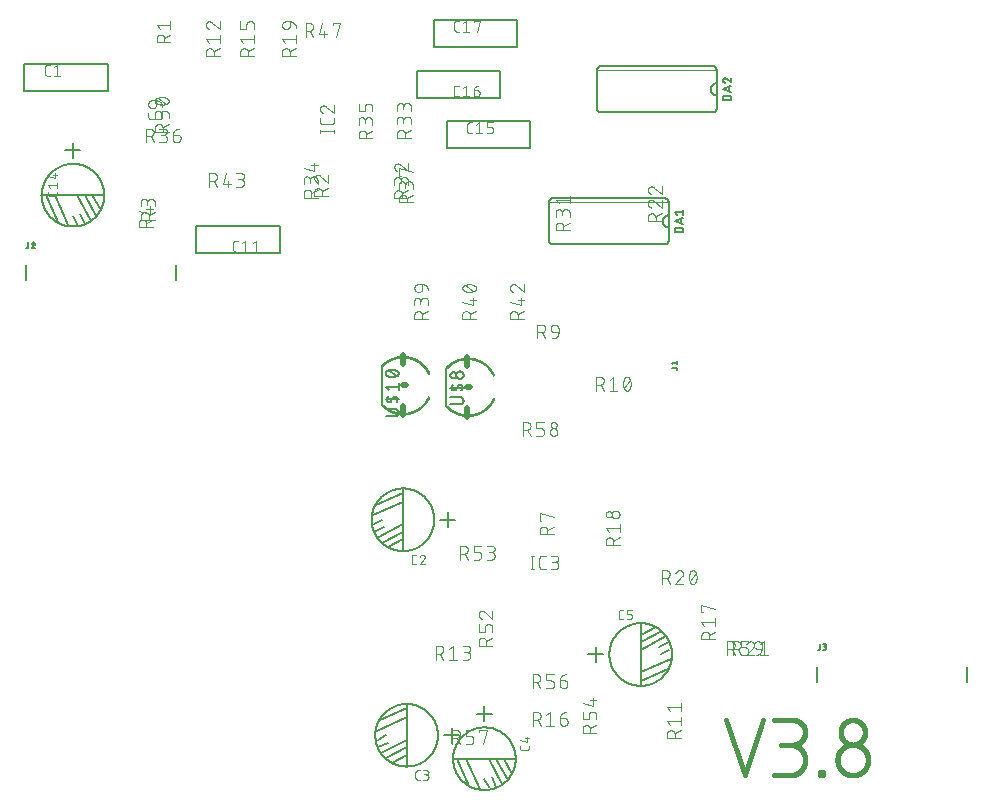
<source format=gbr>
G04 EAGLE Gerber X2 export*
%TF.Part,Single*%
%TF.FileFunction,Legend,Top,1*%
%TF.FilePolarity,Positive*%
%TF.GenerationSoftware,Autodesk,EAGLE,9.2.2*%
%TF.CreationDate,2019-06-08T20:53:20Z*%
G75*
%MOMM*%
%FSLAX34Y34*%
%LPD*%
%INSilkscreen Top*%
%AMOC8*
5,1,8,0,0,1.08239X$1,22.5*%
G01*
%ADD10C,0.406400*%
%ADD11C,0.127000*%
%ADD12C,0.101600*%
%ADD13C,0.152400*%
%ADD14C,0.050800*%
%ADD15C,0.015238*%
%ADD16C,0.508000*%
%ADD17C,0.203200*%


D10*
X610607Y61281D02*
X626186Y14545D01*
X641765Y61281D01*
X651304Y14545D02*
X664286Y14545D01*
X664602Y14549D01*
X664918Y14560D01*
X665234Y14580D01*
X665549Y14607D01*
X665863Y14641D01*
X666176Y14683D01*
X666488Y14733D01*
X666799Y14791D01*
X667109Y14856D01*
X667416Y14928D01*
X667722Y15008D01*
X668026Y15095D01*
X668328Y15190D01*
X668627Y15292D01*
X668924Y15402D01*
X669217Y15518D01*
X669508Y15642D01*
X669796Y15772D01*
X670081Y15910D01*
X670362Y16055D01*
X670640Y16206D01*
X670913Y16364D01*
X671183Y16529D01*
X671449Y16700D01*
X671711Y16878D01*
X671968Y17062D01*
X672220Y17252D01*
X672468Y17448D01*
X672711Y17650D01*
X672949Y17858D01*
X673182Y18072D01*
X673410Y18292D01*
X673632Y18517D01*
X673848Y18747D01*
X674059Y18982D01*
X674265Y19223D01*
X674464Y19468D01*
X674657Y19718D01*
X674844Y19973D01*
X675025Y20233D01*
X675199Y20496D01*
X675367Y20764D01*
X675529Y21036D01*
X675683Y21312D01*
X675831Y21591D01*
X675973Y21874D01*
X676107Y22160D01*
X676234Y22450D01*
X676354Y22742D01*
X676467Y23037D01*
X676573Y23335D01*
X676671Y23636D01*
X676762Y23939D01*
X676846Y24243D01*
X676922Y24550D01*
X676991Y24859D01*
X677052Y25169D01*
X677106Y25481D01*
X677152Y25793D01*
X677190Y26107D01*
X677221Y26422D01*
X677244Y26737D01*
X677259Y27053D01*
X677267Y27369D01*
X677267Y27685D01*
X677259Y28001D01*
X677244Y28317D01*
X677221Y28632D01*
X677190Y28947D01*
X677152Y29261D01*
X677106Y29573D01*
X677052Y29885D01*
X676991Y30195D01*
X676922Y30504D01*
X676846Y30811D01*
X676762Y31115D01*
X676671Y31418D01*
X676573Y31719D01*
X676467Y32017D01*
X676354Y32312D01*
X676234Y32604D01*
X676107Y32894D01*
X675973Y33180D01*
X675831Y33463D01*
X675683Y33742D01*
X675529Y34018D01*
X675367Y34290D01*
X675199Y34558D01*
X675025Y34821D01*
X674844Y35081D01*
X674657Y35336D01*
X674464Y35586D01*
X674265Y35831D01*
X674059Y36072D01*
X673848Y36307D01*
X673632Y36537D01*
X673410Y36762D01*
X673182Y36982D01*
X672949Y37196D01*
X672711Y37404D01*
X672468Y37606D01*
X672220Y37802D01*
X671968Y37992D01*
X671711Y38176D01*
X671449Y38354D01*
X671183Y38525D01*
X670913Y38690D01*
X670640Y38848D01*
X670362Y38999D01*
X670081Y39144D01*
X669796Y39282D01*
X669508Y39412D01*
X669217Y39536D01*
X668924Y39652D01*
X668627Y39762D01*
X668328Y39864D01*
X668026Y39959D01*
X667722Y40046D01*
X667416Y40126D01*
X667109Y40198D01*
X666799Y40263D01*
X666488Y40321D01*
X666176Y40371D01*
X665863Y40413D01*
X665549Y40447D01*
X665234Y40474D01*
X664918Y40494D01*
X664602Y40505D01*
X664286Y40509D01*
X666882Y61281D02*
X651304Y61281D01*
X666882Y61281D02*
X667135Y61278D01*
X667388Y61269D01*
X667640Y61253D01*
X667892Y61232D01*
X668144Y61204D01*
X668394Y61170D01*
X668644Y61130D01*
X668893Y61085D01*
X669140Y61033D01*
X669386Y60975D01*
X669631Y60911D01*
X669874Y60841D01*
X670115Y60765D01*
X670355Y60683D01*
X670592Y60596D01*
X670827Y60502D01*
X671060Y60404D01*
X671290Y60299D01*
X671518Y60189D01*
X671743Y60073D01*
X671965Y59952D01*
X672184Y59826D01*
X672400Y59694D01*
X672613Y59557D01*
X672822Y59415D01*
X673028Y59268D01*
X673230Y59115D01*
X673428Y58958D01*
X673622Y58797D01*
X673813Y58630D01*
X673999Y58459D01*
X674181Y58284D01*
X674359Y58104D01*
X674532Y57919D01*
X674701Y57731D01*
X674865Y57539D01*
X675025Y57342D01*
X675179Y57142D01*
X675329Y56938D01*
X675473Y56731D01*
X675613Y56520D01*
X675747Y56305D01*
X675877Y56088D01*
X676000Y55867D01*
X676119Y55644D01*
X676232Y55418D01*
X676339Y55189D01*
X676441Y54957D01*
X676537Y54723D01*
X676627Y54487D01*
X676712Y54248D01*
X676790Y54008D01*
X676863Y53766D01*
X676930Y53522D01*
X676991Y53277D01*
X677046Y53030D01*
X677095Y52781D01*
X677138Y52532D01*
X677175Y52282D01*
X677206Y52031D01*
X677230Y51779D01*
X677249Y51527D01*
X677261Y51274D01*
X677267Y51021D01*
X677267Y50769D01*
X677261Y50516D01*
X677249Y50263D01*
X677230Y50011D01*
X677206Y49759D01*
X677175Y49508D01*
X677138Y49258D01*
X677095Y49009D01*
X677046Y48760D01*
X676991Y48513D01*
X676930Y48268D01*
X676863Y48024D01*
X676790Y47782D01*
X676712Y47542D01*
X676627Y47303D01*
X676537Y47067D01*
X676441Y46833D01*
X676339Y46601D01*
X676232Y46372D01*
X676119Y46146D01*
X676000Y45923D01*
X675877Y45702D01*
X675747Y45485D01*
X675613Y45270D01*
X675473Y45059D01*
X675329Y44852D01*
X675179Y44648D01*
X675025Y44448D01*
X674865Y44251D01*
X674701Y44059D01*
X674532Y43871D01*
X674359Y43686D01*
X674181Y43506D01*
X673999Y43331D01*
X673813Y43160D01*
X673622Y42993D01*
X673428Y42832D01*
X673230Y42675D01*
X673028Y42522D01*
X672822Y42375D01*
X672613Y42233D01*
X672400Y42096D01*
X672184Y41964D01*
X671965Y41838D01*
X671743Y41717D01*
X671518Y41601D01*
X671290Y41491D01*
X671060Y41386D01*
X670827Y41288D01*
X670592Y41194D01*
X670355Y41107D01*
X670115Y41025D01*
X669874Y40949D01*
X669631Y40879D01*
X669386Y40815D01*
X669140Y40757D01*
X668893Y40705D01*
X668644Y40660D01*
X668394Y40620D01*
X668144Y40586D01*
X667892Y40558D01*
X667640Y40537D01*
X667388Y40521D01*
X667135Y40512D01*
X666882Y40509D01*
X656497Y40509D01*
X689658Y17141D02*
X689658Y14545D01*
X689658Y17141D02*
X692254Y17141D01*
X692254Y14545D01*
X689658Y14545D01*
X704644Y27527D02*
X704648Y27843D01*
X704659Y28159D01*
X704679Y28475D01*
X704706Y28790D01*
X704740Y29104D01*
X704782Y29417D01*
X704832Y29729D01*
X704890Y30040D01*
X704955Y30350D01*
X705027Y30657D01*
X705107Y30963D01*
X705194Y31267D01*
X705289Y31569D01*
X705391Y31868D01*
X705501Y32165D01*
X705617Y32458D01*
X705741Y32749D01*
X705871Y33037D01*
X706009Y33322D01*
X706154Y33603D01*
X706305Y33881D01*
X706463Y34154D01*
X706628Y34424D01*
X706799Y34690D01*
X706977Y34952D01*
X707161Y35209D01*
X707351Y35461D01*
X707547Y35709D01*
X707749Y35952D01*
X707957Y36190D01*
X708171Y36423D01*
X708391Y36651D01*
X708616Y36873D01*
X708846Y37089D01*
X709081Y37300D01*
X709322Y37506D01*
X709567Y37705D01*
X709817Y37898D01*
X710072Y38085D01*
X710332Y38266D01*
X710595Y38440D01*
X710863Y38608D01*
X711135Y38770D01*
X711411Y38924D01*
X711690Y39072D01*
X711973Y39214D01*
X712259Y39348D01*
X712549Y39475D01*
X712841Y39595D01*
X713136Y39708D01*
X713434Y39814D01*
X713735Y39912D01*
X714038Y40003D01*
X714342Y40087D01*
X714649Y40163D01*
X714958Y40232D01*
X715268Y40293D01*
X715580Y40347D01*
X715892Y40393D01*
X716206Y40431D01*
X716521Y40462D01*
X716836Y40485D01*
X717152Y40500D01*
X717468Y40508D01*
X717784Y40508D01*
X718100Y40500D01*
X718416Y40485D01*
X718731Y40462D01*
X719046Y40431D01*
X719360Y40393D01*
X719672Y40347D01*
X719984Y40293D01*
X720294Y40232D01*
X720603Y40163D01*
X720910Y40087D01*
X721214Y40003D01*
X721517Y39912D01*
X721818Y39814D01*
X722116Y39708D01*
X722411Y39595D01*
X722703Y39475D01*
X722993Y39348D01*
X723279Y39214D01*
X723562Y39072D01*
X723841Y38924D01*
X724117Y38770D01*
X724389Y38608D01*
X724657Y38440D01*
X724920Y38266D01*
X725180Y38085D01*
X725435Y37898D01*
X725685Y37705D01*
X725930Y37506D01*
X726171Y37300D01*
X726406Y37089D01*
X726636Y36873D01*
X726861Y36651D01*
X727081Y36423D01*
X727295Y36190D01*
X727503Y35952D01*
X727705Y35709D01*
X727901Y35461D01*
X728091Y35209D01*
X728275Y34952D01*
X728453Y34690D01*
X728624Y34424D01*
X728789Y34154D01*
X728947Y33881D01*
X729098Y33603D01*
X729243Y33322D01*
X729381Y33037D01*
X729511Y32749D01*
X729635Y32458D01*
X729751Y32165D01*
X729861Y31868D01*
X729963Y31569D01*
X730058Y31267D01*
X730145Y30963D01*
X730225Y30657D01*
X730297Y30350D01*
X730362Y30040D01*
X730420Y29729D01*
X730470Y29417D01*
X730512Y29104D01*
X730546Y28790D01*
X730573Y28475D01*
X730593Y28159D01*
X730604Y27843D01*
X730608Y27527D01*
X730604Y27211D01*
X730593Y26895D01*
X730573Y26579D01*
X730546Y26264D01*
X730512Y25950D01*
X730470Y25637D01*
X730420Y25325D01*
X730362Y25014D01*
X730297Y24704D01*
X730225Y24397D01*
X730145Y24091D01*
X730058Y23787D01*
X729963Y23485D01*
X729861Y23186D01*
X729751Y22889D01*
X729635Y22596D01*
X729511Y22305D01*
X729381Y22017D01*
X729243Y21732D01*
X729098Y21451D01*
X728947Y21173D01*
X728789Y20900D01*
X728624Y20630D01*
X728453Y20364D01*
X728275Y20102D01*
X728091Y19845D01*
X727901Y19593D01*
X727705Y19345D01*
X727503Y19102D01*
X727295Y18864D01*
X727081Y18631D01*
X726861Y18403D01*
X726636Y18181D01*
X726406Y17965D01*
X726171Y17754D01*
X725930Y17548D01*
X725685Y17349D01*
X725435Y17156D01*
X725180Y16969D01*
X724920Y16788D01*
X724657Y16614D01*
X724389Y16446D01*
X724117Y16284D01*
X723841Y16130D01*
X723562Y15982D01*
X723279Y15840D01*
X722993Y15706D01*
X722703Y15579D01*
X722411Y15459D01*
X722116Y15346D01*
X721818Y15240D01*
X721517Y15142D01*
X721214Y15051D01*
X720910Y14967D01*
X720603Y14891D01*
X720294Y14822D01*
X719984Y14761D01*
X719672Y14707D01*
X719360Y14661D01*
X719046Y14623D01*
X718731Y14592D01*
X718416Y14569D01*
X718100Y14554D01*
X717784Y14546D01*
X717468Y14546D01*
X717152Y14554D01*
X716836Y14569D01*
X716521Y14592D01*
X716206Y14623D01*
X715892Y14661D01*
X715580Y14707D01*
X715268Y14761D01*
X714958Y14822D01*
X714649Y14891D01*
X714342Y14967D01*
X714038Y15051D01*
X713735Y15142D01*
X713434Y15240D01*
X713136Y15346D01*
X712841Y15459D01*
X712549Y15579D01*
X712259Y15706D01*
X711973Y15840D01*
X711690Y15982D01*
X711411Y16130D01*
X711135Y16284D01*
X710863Y16446D01*
X710595Y16614D01*
X710332Y16788D01*
X710072Y16969D01*
X709817Y17156D01*
X709567Y17349D01*
X709322Y17548D01*
X709081Y17754D01*
X708846Y17965D01*
X708616Y18181D01*
X708391Y18403D01*
X708171Y18631D01*
X707957Y18864D01*
X707749Y19102D01*
X707547Y19345D01*
X707351Y19593D01*
X707161Y19845D01*
X706977Y20102D01*
X706799Y20364D01*
X706628Y20630D01*
X706463Y20900D01*
X706305Y21173D01*
X706154Y21451D01*
X706009Y21732D01*
X705871Y22017D01*
X705741Y22305D01*
X705617Y22596D01*
X705501Y22889D01*
X705391Y23186D01*
X705289Y23485D01*
X705194Y23787D01*
X705107Y24091D01*
X705027Y24397D01*
X704955Y24704D01*
X704890Y25014D01*
X704832Y25325D01*
X704782Y25637D01*
X704740Y25950D01*
X704706Y26264D01*
X704679Y26579D01*
X704659Y26895D01*
X704648Y27211D01*
X704644Y27527D01*
X707240Y50895D02*
X707243Y51148D01*
X707252Y51401D01*
X707268Y51653D01*
X707289Y51905D01*
X707317Y52157D01*
X707351Y52407D01*
X707391Y52657D01*
X707436Y52906D01*
X707488Y53153D01*
X707546Y53399D01*
X707610Y53644D01*
X707680Y53887D01*
X707756Y54128D01*
X707838Y54368D01*
X707925Y54605D01*
X708019Y54840D01*
X708117Y55073D01*
X708222Y55303D01*
X708332Y55531D01*
X708448Y55756D01*
X708569Y55978D01*
X708695Y56197D01*
X708827Y56413D01*
X708964Y56626D01*
X709106Y56835D01*
X709253Y57041D01*
X709406Y57243D01*
X709563Y57441D01*
X709724Y57635D01*
X709891Y57826D01*
X710062Y58012D01*
X710237Y58194D01*
X710417Y58372D01*
X710602Y58545D01*
X710790Y58714D01*
X710982Y58878D01*
X711179Y59038D01*
X711379Y59192D01*
X711583Y59342D01*
X711790Y59486D01*
X712001Y59626D01*
X712216Y59760D01*
X712433Y59890D01*
X712654Y60013D01*
X712877Y60132D01*
X713103Y60245D01*
X713332Y60352D01*
X713564Y60454D01*
X713798Y60550D01*
X714034Y60640D01*
X714273Y60725D01*
X714513Y60803D01*
X714755Y60876D01*
X714999Y60943D01*
X715244Y61004D01*
X715491Y61059D01*
X715740Y61108D01*
X715989Y61151D01*
X716239Y61188D01*
X716490Y61219D01*
X716742Y61243D01*
X716994Y61262D01*
X717247Y61274D01*
X717500Y61280D01*
X717752Y61280D01*
X718005Y61274D01*
X718258Y61262D01*
X718510Y61243D01*
X718762Y61219D01*
X719013Y61188D01*
X719263Y61151D01*
X719512Y61108D01*
X719761Y61059D01*
X720008Y61004D01*
X720253Y60943D01*
X720497Y60876D01*
X720739Y60803D01*
X720979Y60725D01*
X721218Y60640D01*
X721454Y60550D01*
X721688Y60454D01*
X721920Y60352D01*
X722149Y60245D01*
X722375Y60132D01*
X722598Y60013D01*
X722819Y59890D01*
X723036Y59760D01*
X723251Y59626D01*
X723462Y59486D01*
X723669Y59342D01*
X723873Y59192D01*
X724073Y59038D01*
X724270Y58878D01*
X724462Y58714D01*
X724650Y58545D01*
X724835Y58372D01*
X725015Y58194D01*
X725190Y58012D01*
X725361Y57826D01*
X725528Y57635D01*
X725689Y57441D01*
X725846Y57243D01*
X725999Y57041D01*
X726146Y56835D01*
X726288Y56626D01*
X726425Y56413D01*
X726557Y56197D01*
X726683Y55978D01*
X726804Y55756D01*
X726920Y55531D01*
X727030Y55303D01*
X727135Y55073D01*
X727233Y54840D01*
X727327Y54605D01*
X727414Y54368D01*
X727496Y54128D01*
X727572Y53887D01*
X727642Y53644D01*
X727706Y53399D01*
X727764Y53153D01*
X727816Y52906D01*
X727861Y52657D01*
X727901Y52407D01*
X727935Y52157D01*
X727963Y51905D01*
X727984Y51653D01*
X728000Y51401D01*
X728009Y51148D01*
X728012Y50895D01*
X728009Y50642D01*
X728000Y50389D01*
X727984Y50137D01*
X727963Y49885D01*
X727935Y49633D01*
X727901Y49383D01*
X727861Y49133D01*
X727816Y48884D01*
X727764Y48637D01*
X727706Y48391D01*
X727642Y48146D01*
X727572Y47903D01*
X727496Y47662D01*
X727414Y47422D01*
X727327Y47185D01*
X727233Y46950D01*
X727135Y46717D01*
X727030Y46487D01*
X726920Y46259D01*
X726804Y46034D01*
X726683Y45812D01*
X726557Y45593D01*
X726425Y45377D01*
X726288Y45164D01*
X726146Y44955D01*
X725999Y44749D01*
X725846Y44547D01*
X725689Y44349D01*
X725528Y44155D01*
X725361Y43964D01*
X725190Y43778D01*
X725015Y43596D01*
X724835Y43418D01*
X724650Y43245D01*
X724462Y43076D01*
X724270Y42912D01*
X724073Y42752D01*
X723873Y42598D01*
X723669Y42448D01*
X723462Y42304D01*
X723251Y42164D01*
X723036Y42030D01*
X722819Y41900D01*
X722598Y41777D01*
X722375Y41658D01*
X722149Y41545D01*
X721920Y41438D01*
X721688Y41336D01*
X721454Y41240D01*
X721218Y41150D01*
X720979Y41065D01*
X720739Y40987D01*
X720497Y40914D01*
X720253Y40847D01*
X720008Y40786D01*
X719761Y40731D01*
X719512Y40682D01*
X719263Y40639D01*
X719013Y40602D01*
X718762Y40571D01*
X718510Y40547D01*
X718258Y40528D01*
X718005Y40516D01*
X717752Y40510D01*
X717500Y40510D01*
X717247Y40516D01*
X716994Y40528D01*
X716742Y40547D01*
X716490Y40571D01*
X716239Y40602D01*
X715989Y40639D01*
X715740Y40682D01*
X715491Y40731D01*
X715244Y40786D01*
X714999Y40847D01*
X714755Y40914D01*
X714513Y40987D01*
X714273Y41065D01*
X714034Y41150D01*
X713798Y41240D01*
X713564Y41336D01*
X713332Y41438D01*
X713103Y41545D01*
X712877Y41658D01*
X712654Y41777D01*
X712433Y41900D01*
X712216Y42030D01*
X712001Y42164D01*
X711790Y42304D01*
X711583Y42448D01*
X711379Y42598D01*
X711179Y42752D01*
X710982Y42912D01*
X710790Y43076D01*
X710602Y43245D01*
X710417Y43418D01*
X710237Y43596D01*
X710062Y43778D01*
X709891Y43964D01*
X709724Y44155D01*
X709563Y44349D01*
X709406Y44547D01*
X709253Y44749D01*
X709106Y44955D01*
X708964Y45164D01*
X708827Y45377D01*
X708695Y45593D01*
X708569Y45812D01*
X708448Y46034D01*
X708332Y46259D01*
X708222Y46487D01*
X708117Y46717D01*
X708019Y46950D01*
X707925Y47185D01*
X707838Y47422D01*
X707756Y47662D01*
X707680Y47903D01*
X707610Y48146D01*
X707546Y48391D01*
X707488Y48637D01*
X707436Y48884D01*
X707391Y49133D01*
X707351Y49383D01*
X707317Y49633D01*
X707289Y49885D01*
X707268Y50137D01*
X707252Y50389D01*
X707243Y50642D01*
X707240Y50895D01*
D11*
X232287Y457007D02*
X161487Y457007D01*
X161487Y479867D01*
X232287Y479867D01*
X232287Y457007D01*
D12*
X196951Y458015D02*
X194919Y458015D01*
X194830Y458017D01*
X194742Y458023D01*
X194654Y458032D01*
X194566Y458046D01*
X194479Y458063D01*
X194393Y458084D01*
X194308Y458109D01*
X194224Y458138D01*
X194141Y458170D01*
X194060Y458205D01*
X193981Y458245D01*
X193903Y458287D01*
X193827Y458333D01*
X193753Y458382D01*
X193682Y458435D01*
X193613Y458490D01*
X193546Y458549D01*
X193482Y458610D01*
X193421Y458674D01*
X193362Y458741D01*
X193307Y458810D01*
X193254Y458881D01*
X193205Y458955D01*
X193159Y459031D01*
X193117Y459109D01*
X193077Y459188D01*
X193042Y459269D01*
X193010Y459352D01*
X192981Y459436D01*
X192956Y459521D01*
X192935Y459607D01*
X192918Y459694D01*
X192904Y459782D01*
X192895Y459870D01*
X192889Y459958D01*
X192887Y460047D01*
X192887Y465127D01*
X192889Y465216D01*
X192895Y465304D01*
X192904Y465392D01*
X192918Y465480D01*
X192935Y465567D01*
X192956Y465653D01*
X192981Y465738D01*
X193010Y465822D01*
X193042Y465905D01*
X193077Y465986D01*
X193117Y466065D01*
X193159Y466143D01*
X193205Y466219D01*
X193254Y466293D01*
X193307Y466364D01*
X193362Y466433D01*
X193421Y466500D01*
X193482Y466564D01*
X193546Y466625D01*
X193613Y466684D01*
X193682Y466739D01*
X193753Y466792D01*
X193827Y466841D01*
X193903Y466887D01*
X193981Y466929D01*
X194060Y466969D01*
X194141Y467004D01*
X194224Y467036D01*
X194308Y467065D01*
X194393Y467090D01*
X194479Y467111D01*
X194566Y467128D01*
X194654Y467142D01*
X194742Y467151D01*
X194830Y467157D01*
X194919Y467159D01*
X196951Y467159D01*
X200537Y465127D02*
X203077Y467159D01*
X203077Y458015D01*
X200537Y458015D02*
X205617Y458015D01*
X209681Y465127D02*
X212221Y467159D01*
X212221Y458015D01*
X209681Y458015D02*
X214761Y458015D01*
D11*
X30895Y505723D02*
X30903Y506373D01*
X30927Y507023D01*
X30967Y507672D01*
X31023Y508320D01*
X31094Y508967D01*
X31182Y509611D01*
X31285Y510253D01*
X31404Y510893D01*
X31539Y511529D01*
X31689Y512162D01*
X31855Y512791D01*
X32036Y513416D01*
X32233Y514036D01*
X32444Y514651D01*
X32671Y515260D01*
X32912Y515864D01*
X33168Y516462D01*
X33439Y517053D01*
X33725Y517638D01*
X34024Y518215D01*
X34338Y518785D01*
X34665Y519347D01*
X35006Y519900D01*
X35361Y520446D01*
X35729Y520982D01*
X36110Y521509D01*
X36504Y522027D01*
X36910Y522534D01*
X37329Y523032D01*
X37760Y523519D01*
X38202Y523996D01*
X38657Y524461D01*
X39122Y524916D01*
X39599Y525358D01*
X40086Y525789D01*
X40584Y526208D01*
X41091Y526614D01*
X41609Y527008D01*
X42136Y527389D01*
X42672Y527757D01*
X43218Y528112D01*
X43771Y528453D01*
X44333Y528780D01*
X44903Y529094D01*
X45480Y529393D01*
X46065Y529679D01*
X46656Y529950D01*
X47254Y530206D01*
X47858Y530447D01*
X48467Y530674D01*
X49082Y530885D01*
X49702Y531082D01*
X50327Y531263D01*
X50956Y531429D01*
X51589Y531579D01*
X52225Y531714D01*
X52865Y531833D01*
X53507Y531936D01*
X54151Y532024D01*
X54798Y532095D01*
X55446Y532151D01*
X56095Y532191D01*
X56745Y532215D01*
X57395Y532223D01*
X58045Y532215D01*
X58695Y532191D01*
X59344Y532151D01*
X59992Y532095D01*
X60639Y532024D01*
X61283Y531936D01*
X61925Y531833D01*
X62565Y531714D01*
X63201Y531579D01*
X63834Y531429D01*
X64463Y531263D01*
X65088Y531082D01*
X65708Y530885D01*
X66323Y530674D01*
X66932Y530447D01*
X67536Y530206D01*
X68134Y529950D01*
X68725Y529679D01*
X69310Y529393D01*
X69887Y529094D01*
X70457Y528780D01*
X71019Y528453D01*
X71572Y528112D01*
X72118Y527757D01*
X72654Y527389D01*
X73181Y527008D01*
X73699Y526614D01*
X74206Y526208D01*
X74704Y525789D01*
X75191Y525358D01*
X75668Y524916D01*
X76133Y524461D01*
X76588Y523996D01*
X77030Y523519D01*
X77461Y523032D01*
X77880Y522534D01*
X78286Y522027D01*
X78680Y521509D01*
X79061Y520982D01*
X79429Y520446D01*
X79784Y519900D01*
X80125Y519347D01*
X80452Y518785D01*
X80766Y518215D01*
X81065Y517638D01*
X81351Y517053D01*
X81622Y516462D01*
X81878Y515864D01*
X82119Y515260D01*
X82346Y514651D01*
X82557Y514036D01*
X82754Y513416D01*
X82935Y512791D01*
X83101Y512162D01*
X83251Y511529D01*
X83386Y510893D01*
X83505Y510253D01*
X83608Y509611D01*
X83696Y508967D01*
X83767Y508320D01*
X83823Y507672D01*
X83863Y507023D01*
X83887Y506373D01*
X83895Y505723D01*
X83887Y505073D01*
X83863Y504423D01*
X83823Y503774D01*
X83767Y503126D01*
X83696Y502479D01*
X83608Y501835D01*
X83505Y501193D01*
X83386Y500553D01*
X83251Y499917D01*
X83101Y499284D01*
X82935Y498655D01*
X82754Y498030D01*
X82557Y497410D01*
X82346Y496795D01*
X82119Y496186D01*
X81878Y495582D01*
X81622Y494984D01*
X81351Y494393D01*
X81065Y493808D01*
X80766Y493231D01*
X80452Y492661D01*
X80125Y492099D01*
X79784Y491546D01*
X79429Y491000D01*
X79061Y490464D01*
X78680Y489937D01*
X78286Y489419D01*
X77880Y488912D01*
X77461Y488414D01*
X77030Y487927D01*
X76588Y487450D01*
X76133Y486985D01*
X75668Y486530D01*
X75191Y486088D01*
X74704Y485657D01*
X74206Y485238D01*
X73699Y484832D01*
X73181Y484438D01*
X72654Y484057D01*
X72118Y483689D01*
X71572Y483334D01*
X71019Y482993D01*
X70457Y482666D01*
X69887Y482352D01*
X69310Y482053D01*
X68725Y481767D01*
X68134Y481496D01*
X67536Y481240D01*
X66932Y480999D01*
X66323Y480772D01*
X65708Y480561D01*
X65088Y480364D01*
X64463Y480183D01*
X63834Y480017D01*
X63201Y479867D01*
X62565Y479732D01*
X61925Y479613D01*
X61283Y479510D01*
X60639Y479422D01*
X59992Y479351D01*
X59344Y479295D01*
X58695Y479255D01*
X58045Y479231D01*
X57395Y479223D01*
X56745Y479231D01*
X56095Y479255D01*
X55446Y479295D01*
X54798Y479351D01*
X54151Y479422D01*
X53507Y479510D01*
X52865Y479613D01*
X52225Y479732D01*
X51589Y479867D01*
X50956Y480017D01*
X50327Y480183D01*
X49702Y480364D01*
X49082Y480561D01*
X48467Y480772D01*
X47858Y480999D01*
X47254Y481240D01*
X46656Y481496D01*
X46065Y481767D01*
X45480Y482053D01*
X44903Y482352D01*
X44333Y482666D01*
X43771Y482993D01*
X43218Y483334D01*
X42672Y483689D01*
X42136Y484057D01*
X41609Y484438D01*
X41091Y484832D01*
X40584Y485238D01*
X40086Y485657D01*
X39599Y486088D01*
X39122Y486530D01*
X38657Y486985D01*
X38202Y487450D01*
X37760Y487927D01*
X37329Y488414D01*
X36910Y488912D01*
X36504Y489419D01*
X36110Y489937D01*
X35729Y490464D01*
X35361Y491000D01*
X35006Y491546D01*
X34665Y492099D01*
X34338Y492661D01*
X34024Y493231D01*
X33725Y493808D01*
X33439Y494393D01*
X33168Y494984D01*
X32912Y495582D01*
X32671Y496186D01*
X32444Y496795D01*
X32233Y497410D01*
X32036Y498030D01*
X31855Y498655D01*
X31689Y499284D01*
X31539Y499917D01*
X31404Y500553D01*
X31285Y501193D01*
X31182Y501835D01*
X31094Y502479D01*
X31023Y503126D01*
X30967Y503774D01*
X30927Y504423D01*
X30903Y505073D01*
X30895Y505723D01*
X57395Y543823D02*
X57395Y550173D01*
X57395Y543823D02*
X57395Y537473D01*
X57395Y543823D02*
X63745Y543823D01*
X57395Y543823D02*
X51045Y543823D01*
X73905Y505723D02*
X84065Y505723D01*
X73905Y505723D02*
X67555Y505723D01*
X61205Y505723D01*
X42155Y505723D01*
X34535Y505723D01*
X30725Y505723D01*
X34535Y505723D02*
X44695Y482863D01*
X53585Y480323D02*
X42155Y505723D01*
X63745Y489848D02*
X67555Y481593D01*
X72635Y484133D02*
X61205Y505723D01*
X67555Y505723D02*
X77080Y487943D01*
X80890Y493023D02*
X73905Y505723D01*
X57395Y488223D02*
X61205Y481593D01*
D12*
X44187Y506944D02*
X44187Y508693D01*
X44187Y506944D02*
X44185Y506863D01*
X44180Y506783D01*
X44170Y506702D01*
X44157Y506622D01*
X44141Y506543D01*
X44120Y506465D01*
X44096Y506388D01*
X44069Y506312D01*
X44038Y506237D01*
X44004Y506164D01*
X43966Y506092D01*
X43925Y506023D01*
X43881Y505955D01*
X43834Y505889D01*
X43783Y505826D01*
X43730Y505765D01*
X43674Y505707D01*
X43616Y505651D01*
X43555Y505598D01*
X43492Y505547D01*
X43426Y505500D01*
X43358Y505456D01*
X43289Y505415D01*
X43217Y505377D01*
X43144Y505343D01*
X43069Y505312D01*
X42993Y505285D01*
X42916Y505261D01*
X42838Y505240D01*
X42759Y505224D01*
X42679Y505211D01*
X42598Y505201D01*
X42518Y505196D01*
X42437Y505194D01*
X38063Y505194D01*
X37980Y505196D01*
X37897Y505202D01*
X37814Y505212D01*
X37732Y505226D01*
X37650Y505243D01*
X37570Y505265D01*
X37491Y505290D01*
X37413Y505319D01*
X37336Y505352D01*
X37261Y505389D01*
X37188Y505428D01*
X37117Y505472D01*
X37048Y505518D01*
X36981Y505568D01*
X36917Y505621D01*
X36855Y505677D01*
X36796Y505736D01*
X36740Y505798D01*
X36687Y505862D01*
X36638Y505929D01*
X36591Y505998D01*
X36547Y506069D01*
X36508Y506142D01*
X36471Y506217D01*
X36438Y506294D01*
X36409Y506372D01*
X36384Y506451D01*
X36362Y506531D01*
X36345Y506613D01*
X36331Y506695D01*
X36321Y506778D01*
X36315Y506861D01*
X36313Y506944D01*
X36313Y508693D01*
X38063Y511890D02*
X36313Y514077D01*
X44187Y514077D01*
X44187Y511890D02*
X44187Y516264D01*
X42437Y519891D02*
X36313Y521640D01*
X42437Y519891D02*
X42437Y524265D01*
X40688Y522953D02*
X44187Y522953D01*
D11*
X373699Y568440D02*
X444499Y568440D01*
X444499Y545580D01*
X373699Y545580D01*
X373699Y568440D01*
D12*
X393256Y558288D02*
X395288Y558288D01*
X393256Y558288D02*
X393167Y558290D01*
X393079Y558296D01*
X392991Y558305D01*
X392903Y558319D01*
X392816Y558336D01*
X392730Y558357D01*
X392645Y558382D01*
X392561Y558411D01*
X392478Y558443D01*
X392397Y558478D01*
X392318Y558518D01*
X392240Y558560D01*
X392164Y558606D01*
X392090Y558655D01*
X392019Y558708D01*
X391950Y558763D01*
X391883Y558822D01*
X391819Y558883D01*
X391758Y558947D01*
X391699Y559014D01*
X391644Y559083D01*
X391591Y559154D01*
X391542Y559228D01*
X391496Y559304D01*
X391454Y559382D01*
X391414Y559461D01*
X391379Y559542D01*
X391347Y559625D01*
X391318Y559709D01*
X391293Y559794D01*
X391272Y559880D01*
X391255Y559967D01*
X391241Y560055D01*
X391232Y560143D01*
X391226Y560231D01*
X391224Y560320D01*
X391224Y565400D01*
X391226Y565489D01*
X391232Y565577D01*
X391241Y565665D01*
X391255Y565753D01*
X391272Y565840D01*
X391293Y565926D01*
X391318Y566011D01*
X391347Y566095D01*
X391379Y566178D01*
X391414Y566259D01*
X391454Y566338D01*
X391496Y566416D01*
X391542Y566492D01*
X391591Y566566D01*
X391644Y566637D01*
X391699Y566706D01*
X391758Y566773D01*
X391819Y566837D01*
X391883Y566898D01*
X391950Y566957D01*
X392019Y567012D01*
X392090Y567065D01*
X392164Y567114D01*
X392240Y567160D01*
X392318Y567202D01*
X392397Y567242D01*
X392478Y567277D01*
X392561Y567309D01*
X392645Y567338D01*
X392730Y567363D01*
X392816Y567384D01*
X392903Y567401D01*
X392991Y567415D01*
X393079Y567424D01*
X393167Y567430D01*
X393256Y567432D01*
X395288Y567432D01*
X398874Y565400D02*
X401414Y567432D01*
X401414Y558288D01*
X398874Y558288D02*
X403954Y558288D01*
X408018Y558288D02*
X411066Y558288D01*
X411155Y558290D01*
X411243Y558296D01*
X411331Y558305D01*
X411419Y558319D01*
X411506Y558336D01*
X411592Y558357D01*
X411677Y558382D01*
X411761Y558411D01*
X411844Y558443D01*
X411925Y558478D01*
X412004Y558518D01*
X412082Y558560D01*
X412158Y558606D01*
X412232Y558655D01*
X412303Y558708D01*
X412372Y558763D01*
X412439Y558822D01*
X412503Y558883D01*
X412564Y558947D01*
X412623Y559014D01*
X412678Y559083D01*
X412731Y559154D01*
X412780Y559228D01*
X412826Y559304D01*
X412868Y559382D01*
X412908Y559461D01*
X412943Y559542D01*
X412975Y559625D01*
X413004Y559709D01*
X413029Y559794D01*
X413050Y559880D01*
X413067Y559967D01*
X413081Y560055D01*
X413090Y560143D01*
X413096Y560231D01*
X413098Y560320D01*
X413098Y561336D01*
X413096Y561425D01*
X413090Y561513D01*
X413081Y561601D01*
X413067Y561689D01*
X413050Y561776D01*
X413029Y561862D01*
X413004Y561947D01*
X412975Y562031D01*
X412943Y562114D01*
X412908Y562195D01*
X412868Y562274D01*
X412826Y562352D01*
X412780Y562428D01*
X412731Y562502D01*
X412678Y562573D01*
X412623Y562642D01*
X412564Y562709D01*
X412503Y562773D01*
X412439Y562834D01*
X412372Y562893D01*
X412303Y562948D01*
X412232Y563001D01*
X412158Y563050D01*
X412082Y563096D01*
X412004Y563138D01*
X411925Y563178D01*
X411844Y563213D01*
X411761Y563245D01*
X411677Y563274D01*
X411592Y563299D01*
X411506Y563320D01*
X411419Y563337D01*
X411331Y563351D01*
X411243Y563360D01*
X411155Y563366D01*
X411066Y563368D01*
X408018Y563368D01*
X408018Y567432D01*
X413098Y567432D01*
D11*
X419205Y588340D02*
X348405Y588340D01*
X348405Y611200D01*
X419205Y611200D01*
X419205Y588340D01*
D12*
X383870Y589348D02*
X381838Y589348D01*
X381749Y589350D01*
X381661Y589356D01*
X381573Y589365D01*
X381485Y589379D01*
X381398Y589396D01*
X381312Y589417D01*
X381227Y589442D01*
X381143Y589471D01*
X381060Y589503D01*
X380979Y589538D01*
X380900Y589578D01*
X380822Y589620D01*
X380746Y589666D01*
X380672Y589715D01*
X380601Y589768D01*
X380532Y589823D01*
X380465Y589882D01*
X380401Y589943D01*
X380340Y590007D01*
X380281Y590074D01*
X380226Y590143D01*
X380173Y590214D01*
X380124Y590288D01*
X380078Y590364D01*
X380036Y590442D01*
X379996Y590521D01*
X379961Y590602D01*
X379929Y590685D01*
X379900Y590769D01*
X379875Y590854D01*
X379854Y590940D01*
X379837Y591027D01*
X379823Y591115D01*
X379814Y591203D01*
X379808Y591291D01*
X379806Y591380D01*
X379806Y596460D01*
X379808Y596549D01*
X379814Y596637D01*
X379823Y596725D01*
X379837Y596813D01*
X379854Y596900D01*
X379875Y596986D01*
X379900Y597071D01*
X379929Y597155D01*
X379961Y597238D01*
X379996Y597319D01*
X380036Y597398D01*
X380078Y597476D01*
X380124Y597552D01*
X380173Y597626D01*
X380226Y597697D01*
X380281Y597766D01*
X380340Y597833D01*
X380401Y597897D01*
X380465Y597958D01*
X380532Y598017D01*
X380601Y598072D01*
X380672Y598125D01*
X380746Y598174D01*
X380822Y598220D01*
X380900Y598262D01*
X380979Y598302D01*
X381060Y598337D01*
X381143Y598369D01*
X381227Y598398D01*
X381312Y598423D01*
X381398Y598444D01*
X381485Y598461D01*
X381573Y598475D01*
X381661Y598484D01*
X381749Y598490D01*
X381838Y598492D01*
X383870Y598492D01*
X387456Y596460D02*
X389996Y598492D01*
X389996Y589348D01*
X387456Y589348D02*
X392536Y589348D01*
X396600Y594428D02*
X399648Y594428D01*
X399737Y594426D01*
X399825Y594420D01*
X399913Y594411D01*
X400001Y594397D01*
X400088Y594380D01*
X400174Y594359D01*
X400259Y594334D01*
X400343Y594305D01*
X400426Y594273D01*
X400507Y594238D01*
X400586Y594198D01*
X400664Y594156D01*
X400740Y594110D01*
X400814Y594061D01*
X400885Y594008D01*
X400954Y593953D01*
X401021Y593894D01*
X401085Y593833D01*
X401146Y593769D01*
X401205Y593702D01*
X401260Y593633D01*
X401313Y593562D01*
X401362Y593488D01*
X401408Y593412D01*
X401450Y593334D01*
X401490Y593255D01*
X401525Y593174D01*
X401557Y593091D01*
X401586Y593007D01*
X401611Y592922D01*
X401632Y592836D01*
X401649Y592749D01*
X401663Y592661D01*
X401672Y592573D01*
X401678Y592485D01*
X401680Y592396D01*
X401680Y591888D01*
X401678Y591788D01*
X401672Y591689D01*
X401662Y591589D01*
X401649Y591491D01*
X401631Y591392D01*
X401610Y591295D01*
X401585Y591199D01*
X401556Y591103D01*
X401523Y591009D01*
X401487Y590916D01*
X401447Y590825D01*
X401403Y590735D01*
X401356Y590647D01*
X401306Y590561D01*
X401252Y590477D01*
X401195Y590395D01*
X401135Y590316D01*
X401071Y590238D01*
X401005Y590164D01*
X400936Y590092D01*
X400864Y590023D01*
X400790Y589957D01*
X400712Y589893D01*
X400633Y589833D01*
X400551Y589776D01*
X400467Y589722D01*
X400381Y589672D01*
X400293Y589625D01*
X400203Y589581D01*
X400112Y589541D01*
X400019Y589505D01*
X399925Y589472D01*
X399829Y589443D01*
X399733Y589418D01*
X399636Y589397D01*
X399537Y589379D01*
X399439Y589366D01*
X399339Y589356D01*
X399240Y589350D01*
X399140Y589348D01*
X399040Y589350D01*
X398941Y589356D01*
X398841Y589366D01*
X398743Y589379D01*
X398644Y589397D01*
X398547Y589418D01*
X398451Y589443D01*
X398355Y589472D01*
X398261Y589505D01*
X398168Y589541D01*
X398077Y589581D01*
X397987Y589625D01*
X397899Y589672D01*
X397813Y589722D01*
X397729Y589776D01*
X397647Y589833D01*
X397568Y589893D01*
X397490Y589957D01*
X397416Y590023D01*
X397344Y590092D01*
X397275Y590164D01*
X397209Y590238D01*
X397145Y590316D01*
X397085Y590395D01*
X397028Y590477D01*
X396974Y590561D01*
X396924Y590647D01*
X396877Y590735D01*
X396833Y590825D01*
X396793Y590916D01*
X396757Y591009D01*
X396724Y591103D01*
X396695Y591199D01*
X396670Y591295D01*
X396649Y591392D01*
X396631Y591491D01*
X396618Y591589D01*
X396608Y591689D01*
X396602Y591788D01*
X396600Y591888D01*
X396600Y594428D01*
X396602Y594553D01*
X396608Y594678D01*
X396617Y594803D01*
X396631Y594927D01*
X396648Y595051D01*
X396669Y595175D01*
X396694Y595297D01*
X396723Y595419D01*
X396755Y595540D01*
X396791Y595660D01*
X396831Y595779D01*
X396874Y595896D01*
X396921Y596012D01*
X396972Y596127D01*
X397026Y596239D01*
X397084Y596351D01*
X397144Y596460D01*
X397209Y596567D01*
X397276Y596673D01*
X397347Y596776D01*
X397421Y596877D01*
X397498Y596976D01*
X397578Y597072D01*
X397661Y597166D01*
X397746Y597257D01*
X397835Y597346D01*
X397926Y597431D01*
X398020Y597514D01*
X398116Y597594D01*
X398215Y597671D01*
X398316Y597745D01*
X398419Y597816D01*
X398525Y597883D01*
X398632Y597948D01*
X398741Y598008D01*
X398853Y598066D01*
X398965Y598120D01*
X399080Y598171D01*
X399196Y598218D01*
X399313Y598261D01*
X399432Y598301D01*
X399552Y598337D01*
X399673Y598369D01*
X399795Y598398D01*
X399917Y598423D01*
X400041Y598444D01*
X400165Y598461D01*
X400289Y598475D01*
X400414Y598484D01*
X400539Y598490D01*
X400664Y598492D01*
D11*
X433562Y654299D02*
X362762Y654299D01*
X433562Y654299D02*
X433562Y631439D01*
X362762Y631439D01*
X362762Y654299D01*
D12*
X382319Y644147D02*
X384351Y644147D01*
X382319Y644147D02*
X382230Y644149D01*
X382142Y644155D01*
X382054Y644164D01*
X381966Y644178D01*
X381879Y644195D01*
X381793Y644216D01*
X381708Y644241D01*
X381624Y644270D01*
X381541Y644302D01*
X381460Y644337D01*
X381381Y644377D01*
X381303Y644419D01*
X381227Y644465D01*
X381153Y644514D01*
X381082Y644567D01*
X381013Y644622D01*
X380946Y644681D01*
X380882Y644742D01*
X380821Y644806D01*
X380762Y644873D01*
X380707Y644942D01*
X380654Y645013D01*
X380605Y645087D01*
X380559Y645163D01*
X380517Y645241D01*
X380477Y645320D01*
X380442Y645401D01*
X380410Y645484D01*
X380381Y645568D01*
X380356Y645653D01*
X380335Y645739D01*
X380318Y645826D01*
X380304Y645914D01*
X380295Y646002D01*
X380289Y646090D01*
X380287Y646179D01*
X380287Y651259D01*
X380289Y651348D01*
X380295Y651436D01*
X380304Y651524D01*
X380318Y651612D01*
X380335Y651699D01*
X380356Y651785D01*
X380381Y651870D01*
X380410Y651954D01*
X380442Y652037D01*
X380477Y652118D01*
X380517Y652197D01*
X380559Y652275D01*
X380605Y652351D01*
X380654Y652425D01*
X380707Y652496D01*
X380762Y652565D01*
X380821Y652632D01*
X380882Y652696D01*
X380946Y652757D01*
X381013Y652816D01*
X381082Y652871D01*
X381153Y652924D01*
X381227Y652973D01*
X381303Y653019D01*
X381381Y653061D01*
X381460Y653101D01*
X381541Y653136D01*
X381624Y653168D01*
X381708Y653197D01*
X381793Y653222D01*
X381879Y653243D01*
X381966Y653260D01*
X382054Y653274D01*
X382142Y653283D01*
X382230Y653289D01*
X382319Y653291D01*
X384351Y653291D01*
X387937Y651259D02*
X390477Y653291D01*
X390477Y644147D01*
X387937Y644147D02*
X393017Y644147D01*
X397081Y652275D02*
X397081Y653291D01*
X402161Y653291D01*
X399621Y644147D01*
X132809Y575113D02*
X132809Y572516D01*
X132807Y572417D01*
X132801Y572317D01*
X132792Y572218D01*
X132779Y572120D01*
X132762Y572022D01*
X132741Y571924D01*
X132716Y571828D01*
X132688Y571733D01*
X132656Y571639D01*
X132621Y571546D01*
X132582Y571454D01*
X132539Y571364D01*
X132494Y571276D01*
X132444Y571189D01*
X132392Y571105D01*
X132336Y571022D01*
X132278Y570942D01*
X132216Y570864D01*
X132151Y570789D01*
X132083Y570716D01*
X132013Y570646D01*
X131940Y570578D01*
X131865Y570513D01*
X131787Y570451D01*
X131707Y570393D01*
X131624Y570337D01*
X131540Y570285D01*
X131453Y570235D01*
X131365Y570190D01*
X131275Y570147D01*
X131183Y570108D01*
X131090Y570073D01*
X130996Y570041D01*
X130901Y570013D01*
X130805Y569988D01*
X130707Y569967D01*
X130609Y569950D01*
X130511Y569937D01*
X130412Y569928D01*
X130312Y569922D01*
X130213Y569920D01*
X123722Y569920D01*
X123722Y569919D02*
X123623Y569921D01*
X123523Y569927D01*
X123424Y569936D01*
X123326Y569949D01*
X123228Y569967D01*
X123130Y569987D01*
X123034Y570012D01*
X122938Y570040D01*
X122844Y570072D01*
X122751Y570107D01*
X122660Y570146D01*
X122570Y570189D01*
X122481Y570234D01*
X122395Y570284D01*
X122310Y570336D01*
X122228Y570392D01*
X122148Y570451D01*
X122070Y570512D01*
X121994Y570577D01*
X121921Y570645D01*
X121851Y570715D01*
X121783Y570788D01*
X121718Y570864D01*
X121657Y570942D01*
X121598Y571022D01*
X121542Y571104D01*
X121490Y571189D01*
X121441Y571275D01*
X121395Y571364D01*
X121352Y571454D01*
X121313Y571545D01*
X121278Y571638D01*
X121246Y571732D01*
X121218Y571828D01*
X121193Y571924D01*
X121173Y572022D01*
X121155Y572120D01*
X121142Y572218D01*
X121133Y572317D01*
X121127Y572416D01*
X121125Y572516D01*
X121125Y575113D01*
X127617Y582074D02*
X127617Y585969D01*
X127616Y582074D02*
X127614Y581975D01*
X127608Y581875D01*
X127599Y581776D01*
X127586Y581678D01*
X127569Y581580D01*
X127548Y581482D01*
X127523Y581386D01*
X127495Y581291D01*
X127463Y581197D01*
X127428Y581104D01*
X127389Y581012D01*
X127346Y580922D01*
X127301Y580834D01*
X127251Y580747D01*
X127199Y580663D01*
X127143Y580580D01*
X127085Y580500D01*
X127023Y580422D01*
X126958Y580347D01*
X126890Y580274D01*
X126820Y580204D01*
X126747Y580136D01*
X126672Y580071D01*
X126594Y580009D01*
X126514Y579951D01*
X126431Y579895D01*
X126347Y579843D01*
X126260Y579793D01*
X126172Y579748D01*
X126082Y579705D01*
X125990Y579666D01*
X125897Y579631D01*
X125803Y579599D01*
X125708Y579571D01*
X125612Y579546D01*
X125514Y579525D01*
X125416Y579508D01*
X125318Y579495D01*
X125219Y579486D01*
X125119Y579480D01*
X125020Y579478D01*
X124371Y579478D01*
X124258Y579480D01*
X124145Y579486D01*
X124032Y579496D01*
X123919Y579510D01*
X123807Y579527D01*
X123696Y579549D01*
X123586Y579574D01*
X123476Y579604D01*
X123368Y579637D01*
X123261Y579674D01*
X123155Y579714D01*
X123051Y579759D01*
X122948Y579807D01*
X122847Y579858D01*
X122748Y579913D01*
X122651Y579971D01*
X122556Y580033D01*
X122463Y580098D01*
X122373Y580166D01*
X122285Y580237D01*
X122199Y580312D01*
X122116Y580389D01*
X122036Y580469D01*
X121959Y580552D01*
X121884Y580638D01*
X121813Y580726D01*
X121745Y580816D01*
X121680Y580909D01*
X121618Y581004D01*
X121560Y581101D01*
X121505Y581200D01*
X121454Y581301D01*
X121406Y581404D01*
X121361Y581508D01*
X121321Y581614D01*
X121284Y581721D01*
X121251Y581829D01*
X121221Y581939D01*
X121196Y582049D01*
X121174Y582160D01*
X121157Y582272D01*
X121143Y582385D01*
X121133Y582498D01*
X121127Y582611D01*
X121125Y582724D01*
X121127Y582837D01*
X121133Y582950D01*
X121143Y583063D01*
X121157Y583176D01*
X121174Y583288D01*
X121196Y583399D01*
X121221Y583509D01*
X121251Y583619D01*
X121284Y583727D01*
X121321Y583834D01*
X121361Y583940D01*
X121406Y584044D01*
X121454Y584147D01*
X121505Y584248D01*
X121560Y584347D01*
X121618Y584444D01*
X121680Y584539D01*
X121745Y584632D01*
X121813Y584722D01*
X121884Y584810D01*
X121959Y584896D01*
X122036Y584979D01*
X122116Y585059D01*
X122199Y585136D01*
X122285Y585211D01*
X122373Y585282D01*
X122463Y585350D01*
X122556Y585415D01*
X122651Y585477D01*
X122748Y585535D01*
X122847Y585590D01*
X122948Y585641D01*
X123051Y585689D01*
X123155Y585734D01*
X123261Y585774D01*
X123368Y585811D01*
X123476Y585844D01*
X123586Y585874D01*
X123696Y585899D01*
X123807Y585921D01*
X123919Y585938D01*
X124032Y585952D01*
X124145Y585962D01*
X124258Y585968D01*
X124371Y585970D01*
X124371Y585969D02*
X127617Y585969D01*
X127760Y585967D01*
X127903Y585961D01*
X128046Y585951D01*
X128188Y585937D01*
X128330Y585920D01*
X128472Y585898D01*
X128613Y585873D01*
X128753Y585843D01*
X128892Y585810D01*
X129030Y585773D01*
X129167Y585732D01*
X129303Y585688D01*
X129438Y585639D01*
X129571Y585587D01*
X129703Y585532D01*
X129833Y585472D01*
X129962Y585409D01*
X130089Y585343D01*
X130214Y585273D01*
X130336Y585200D01*
X130457Y585123D01*
X130576Y585043D01*
X130692Y584960D01*
X130807Y584874D01*
X130918Y584785D01*
X131028Y584692D01*
X131134Y584597D01*
X131238Y584498D01*
X131339Y584397D01*
X131438Y584293D01*
X131533Y584187D01*
X131626Y584077D01*
X131715Y583966D01*
X131801Y583851D01*
X131884Y583735D01*
X131964Y583616D01*
X132041Y583495D01*
X132114Y583373D01*
X132184Y583248D01*
X132250Y583121D01*
X132313Y582992D01*
X132373Y582862D01*
X132428Y582730D01*
X132480Y582597D01*
X132529Y582462D01*
X132573Y582326D01*
X132614Y582189D01*
X132651Y582051D01*
X132684Y581912D01*
X132714Y581772D01*
X132739Y581631D01*
X132761Y581489D01*
X132778Y581347D01*
X132792Y581205D01*
X132802Y581062D01*
X132808Y580919D01*
X132810Y580776D01*
D13*
X464061Y464166D02*
X558041Y464166D01*
X464061Y503282D02*
X463939Y503280D01*
X463817Y503274D01*
X463695Y503264D01*
X463574Y503251D01*
X463453Y503233D01*
X463333Y503212D01*
X463213Y503186D01*
X463095Y503157D01*
X462977Y503125D01*
X462860Y503088D01*
X462745Y503048D01*
X462631Y503004D01*
X462519Y502956D01*
X462408Y502905D01*
X462299Y502850D01*
X462191Y502792D01*
X462086Y502730D01*
X461983Y502665D01*
X461881Y502597D01*
X461782Y502525D01*
X461686Y502451D01*
X461591Y502373D01*
X461500Y502292D01*
X461410Y502209D01*
X461324Y502123D01*
X461241Y502033D01*
X461160Y501942D01*
X461082Y501847D01*
X461008Y501751D01*
X460936Y501652D01*
X460868Y501550D01*
X460803Y501447D01*
X460741Y501342D01*
X460683Y501234D01*
X460628Y501125D01*
X460577Y501014D01*
X460529Y500902D01*
X460485Y500788D01*
X460445Y500673D01*
X460408Y500556D01*
X460376Y500438D01*
X460347Y500320D01*
X460321Y500200D01*
X460300Y500080D01*
X460282Y499959D01*
X460269Y499838D01*
X460259Y499716D01*
X460253Y499594D01*
X460251Y499472D01*
X558041Y464166D02*
X558163Y464168D01*
X558285Y464174D01*
X558407Y464184D01*
X558528Y464197D01*
X558649Y464215D01*
X558769Y464236D01*
X558889Y464262D01*
X559007Y464291D01*
X559125Y464323D01*
X559242Y464360D01*
X559357Y464400D01*
X559471Y464444D01*
X559583Y464492D01*
X559694Y464543D01*
X559803Y464598D01*
X559911Y464656D01*
X560016Y464718D01*
X560119Y464783D01*
X560221Y464851D01*
X560320Y464923D01*
X560416Y464997D01*
X560511Y465075D01*
X560602Y465156D01*
X560692Y465239D01*
X560778Y465325D01*
X560861Y465415D01*
X560942Y465506D01*
X561020Y465601D01*
X561094Y465697D01*
X561166Y465796D01*
X561234Y465898D01*
X561299Y466001D01*
X561361Y466106D01*
X561419Y466214D01*
X561474Y466323D01*
X561525Y466434D01*
X561573Y466546D01*
X561617Y466660D01*
X561657Y466775D01*
X561694Y466892D01*
X561726Y467010D01*
X561755Y467128D01*
X561781Y467248D01*
X561802Y467368D01*
X561820Y467489D01*
X561833Y467610D01*
X561843Y467732D01*
X561849Y467854D01*
X561851Y467976D01*
X464061Y464166D02*
X463939Y464168D01*
X463817Y464174D01*
X463695Y464184D01*
X463574Y464197D01*
X463453Y464215D01*
X463333Y464236D01*
X463213Y464262D01*
X463095Y464291D01*
X462977Y464323D01*
X462860Y464360D01*
X462745Y464400D01*
X462631Y464444D01*
X462519Y464492D01*
X462408Y464543D01*
X462299Y464598D01*
X462191Y464656D01*
X462086Y464718D01*
X461983Y464783D01*
X461881Y464851D01*
X461782Y464923D01*
X461686Y464997D01*
X461591Y465075D01*
X461500Y465156D01*
X461410Y465239D01*
X461324Y465325D01*
X461241Y465415D01*
X461160Y465506D01*
X461082Y465601D01*
X461008Y465697D01*
X460936Y465796D01*
X460868Y465898D01*
X460803Y466001D01*
X460741Y466106D01*
X460683Y466214D01*
X460628Y466323D01*
X460577Y466434D01*
X460529Y466546D01*
X460485Y466660D01*
X460445Y466775D01*
X460408Y466892D01*
X460376Y467010D01*
X460347Y467128D01*
X460321Y467248D01*
X460300Y467368D01*
X460282Y467489D01*
X460269Y467610D01*
X460259Y467732D01*
X460253Y467854D01*
X460251Y467976D01*
X558041Y503282D02*
X558163Y503280D01*
X558285Y503274D01*
X558407Y503264D01*
X558528Y503251D01*
X558649Y503233D01*
X558769Y503212D01*
X558889Y503186D01*
X559007Y503157D01*
X559125Y503125D01*
X559242Y503088D01*
X559357Y503048D01*
X559471Y503004D01*
X559583Y502956D01*
X559694Y502905D01*
X559803Y502850D01*
X559911Y502792D01*
X560016Y502730D01*
X560119Y502665D01*
X560221Y502597D01*
X560320Y502525D01*
X560416Y502451D01*
X560511Y502373D01*
X560602Y502292D01*
X560692Y502209D01*
X560778Y502123D01*
X560861Y502033D01*
X560942Y501942D01*
X561020Y501847D01*
X561094Y501751D01*
X561166Y501652D01*
X561234Y501550D01*
X561299Y501447D01*
X561361Y501342D01*
X561419Y501234D01*
X561474Y501125D01*
X561525Y501014D01*
X561573Y500902D01*
X561617Y500788D01*
X561657Y500673D01*
X561694Y500556D01*
X561726Y500438D01*
X561755Y500320D01*
X561781Y500200D01*
X561802Y500080D01*
X561820Y499959D01*
X561833Y499838D01*
X561843Y499716D01*
X561849Y499594D01*
X561851Y499472D01*
X558041Y503282D02*
X464061Y503282D01*
X460251Y499472D02*
X460251Y467976D01*
X561851Y467976D02*
X561851Y478644D01*
X561851Y488804D01*
X561851Y499472D01*
X561851Y488804D02*
X561710Y488802D01*
X561569Y488796D01*
X561428Y488786D01*
X561287Y488773D01*
X561147Y488755D01*
X561008Y488733D01*
X560869Y488708D01*
X560730Y488679D01*
X560593Y488646D01*
X560457Y488609D01*
X560322Y488568D01*
X560187Y488524D01*
X560055Y488476D01*
X559923Y488424D01*
X559793Y488369D01*
X559665Y488310D01*
X559538Y488247D01*
X559414Y488181D01*
X559291Y488112D01*
X559170Y488039D01*
X559051Y487963D01*
X558934Y487883D01*
X558820Y487800D01*
X558707Y487715D01*
X558598Y487626D01*
X558490Y487534D01*
X558386Y487439D01*
X558284Y487341D01*
X558185Y487240D01*
X558088Y487137D01*
X557995Y487031D01*
X557905Y486923D01*
X557817Y486812D01*
X557733Y486699D01*
X557652Y486583D01*
X557574Y486465D01*
X557499Y486345D01*
X557428Y486223D01*
X557360Y486099D01*
X557296Y485973D01*
X557235Y485846D01*
X557178Y485717D01*
X557125Y485586D01*
X557075Y485454D01*
X557028Y485321D01*
X556986Y485186D01*
X556947Y485050D01*
X556912Y484913D01*
X556881Y484776D01*
X556854Y484637D01*
X556830Y484498D01*
X556811Y484358D01*
X556795Y484218D01*
X556783Y484077D01*
X556775Y483936D01*
X556771Y483795D01*
X556771Y483653D01*
X556775Y483512D01*
X556783Y483371D01*
X556795Y483230D01*
X556811Y483090D01*
X556830Y482950D01*
X556854Y482811D01*
X556881Y482672D01*
X556912Y482535D01*
X556947Y482398D01*
X556986Y482262D01*
X557028Y482127D01*
X557075Y481994D01*
X557125Y481862D01*
X557178Y481731D01*
X557235Y481602D01*
X557296Y481475D01*
X557360Y481349D01*
X557428Y481225D01*
X557499Y481103D01*
X557574Y480983D01*
X557652Y480865D01*
X557733Y480749D01*
X557817Y480636D01*
X557905Y480525D01*
X557995Y480417D01*
X558088Y480311D01*
X558185Y480208D01*
X558284Y480107D01*
X558386Y480009D01*
X558490Y479914D01*
X558598Y479822D01*
X558707Y479733D01*
X558820Y479648D01*
X558934Y479565D01*
X559051Y479485D01*
X559170Y479409D01*
X559291Y479336D01*
X559414Y479267D01*
X559538Y479201D01*
X559665Y479138D01*
X559793Y479079D01*
X559923Y479024D01*
X560055Y478972D01*
X560187Y478924D01*
X560322Y478880D01*
X560457Y478839D01*
X560593Y478802D01*
X560730Y478769D01*
X560869Y478740D01*
X561008Y478715D01*
X561147Y478693D01*
X561287Y478675D01*
X561428Y478662D01*
X561569Y478652D01*
X561710Y478646D01*
X561851Y478644D01*
D14*
X561851Y499726D02*
X460251Y499726D01*
D11*
X567058Y474382D02*
X573916Y474382D01*
X567058Y474382D02*
X567058Y476287D01*
X567060Y476372D01*
X567066Y476458D01*
X567075Y476543D01*
X567089Y476627D01*
X567106Y476711D01*
X567127Y476794D01*
X567151Y476876D01*
X567179Y476956D01*
X567211Y477036D01*
X567247Y477114D01*
X567285Y477190D01*
X567328Y477264D01*
X567373Y477336D01*
X567422Y477407D01*
X567474Y477475D01*
X567528Y477540D01*
X567586Y477603D01*
X567647Y477664D01*
X567710Y477722D01*
X567775Y477776D01*
X567843Y477828D01*
X567914Y477877D01*
X567986Y477922D01*
X568060Y477965D01*
X568136Y478003D01*
X568214Y478039D01*
X568294Y478071D01*
X568374Y478099D01*
X568456Y478123D01*
X568539Y478144D01*
X568623Y478161D01*
X568707Y478175D01*
X568792Y478184D01*
X568878Y478190D01*
X568963Y478192D01*
X572011Y478192D01*
X572096Y478190D01*
X572182Y478184D01*
X572267Y478175D01*
X572351Y478161D01*
X572435Y478144D01*
X572518Y478123D01*
X572600Y478099D01*
X572680Y478071D01*
X572760Y478039D01*
X572838Y478003D01*
X572914Y477965D01*
X572988Y477922D01*
X573060Y477877D01*
X573131Y477828D01*
X573199Y477776D01*
X573264Y477722D01*
X573327Y477664D01*
X573388Y477603D01*
X573446Y477540D01*
X573500Y477475D01*
X573552Y477407D01*
X573601Y477336D01*
X573646Y477264D01*
X573689Y477190D01*
X573727Y477114D01*
X573763Y477036D01*
X573795Y476956D01*
X573823Y476876D01*
X573847Y476794D01*
X573868Y476711D01*
X573885Y476627D01*
X573899Y476543D01*
X573908Y476458D01*
X573914Y476372D01*
X573916Y476287D01*
X573916Y474382D01*
X573916Y481560D02*
X567058Y483846D01*
X573916Y486132D01*
X572201Y485561D02*
X572201Y482132D01*
X568582Y489256D02*
X567058Y491161D01*
X573916Y491161D01*
X573916Y489256D02*
X573916Y493066D01*
D13*
X598717Y576020D02*
X504737Y576020D01*
X500927Y611326D02*
X500929Y611448D01*
X500935Y611570D01*
X500945Y611692D01*
X500958Y611813D01*
X500976Y611934D01*
X500997Y612054D01*
X501023Y612174D01*
X501052Y612292D01*
X501084Y612410D01*
X501121Y612527D01*
X501161Y612642D01*
X501205Y612756D01*
X501253Y612868D01*
X501304Y612979D01*
X501359Y613088D01*
X501417Y613196D01*
X501479Y613301D01*
X501544Y613404D01*
X501612Y613506D01*
X501684Y613605D01*
X501758Y613701D01*
X501836Y613796D01*
X501917Y613887D01*
X502000Y613977D01*
X502086Y614063D01*
X502176Y614146D01*
X502267Y614227D01*
X502362Y614305D01*
X502458Y614379D01*
X502557Y614451D01*
X502659Y614519D01*
X502762Y614584D01*
X502867Y614646D01*
X502975Y614704D01*
X503084Y614759D01*
X503195Y614810D01*
X503307Y614858D01*
X503421Y614902D01*
X503536Y614942D01*
X503653Y614979D01*
X503771Y615011D01*
X503889Y615040D01*
X504009Y615066D01*
X504129Y615087D01*
X504250Y615105D01*
X504371Y615118D01*
X504493Y615128D01*
X504615Y615134D01*
X504737Y615136D01*
X598717Y576020D02*
X598839Y576022D01*
X598961Y576028D01*
X599083Y576038D01*
X599204Y576051D01*
X599325Y576069D01*
X599445Y576090D01*
X599565Y576116D01*
X599683Y576145D01*
X599801Y576177D01*
X599918Y576214D01*
X600033Y576254D01*
X600147Y576298D01*
X600259Y576346D01*
X600370Y576397D01*
X600479Y576452D01*
X600587Y576510D01*
X600692Y576572D01*
X600795Y576637D01*
X600897Y576705D01*
X600996Y576777D01*
X601092Y576851D01*
X601187Y576929D01*
X601278Y577010D01*
X601368Y577093D01*
X601454Y577179D01*
X601537Y577269D01*
X601618Y577360D01*
X601696Y577455D01*
X601770Y577551D01*
X601842Y577650D01*
X601910Y577752D01*
X601975Y577855D01*
X602037Y577960D01*
X602095Y578068D01*
X602150Y578177D01*
X602201Y578288D01*
X602249Y578400D01*
X602293Y578514D01*
X602333Y578629D01*
X602370Y578746D01*
X602402Y578864D01*
X602431Y578982D01*
X602457Y579102D01*
X602478Y579222D01*
X602496Y579343D01*
X602509Y579464D01*
X602519Y579586D01*
X602525Y579708D01*
X602527Y579830D01*
X504737Y576020D02*
X504615Y576022D01*
X504493Y576028D01*
X504371Y576038D01*
X504250Y576051D01*
X504129Y576069D01*
X504009Y576090D01*
X503889Y576116D01*
X503771Y576145D01*
X503653Y576177D01*
X503536Y576214D01*
X503421Y576254D01*
X503307Y576298D01*
X503195Y576346D01*
X503084Y576397D01*
X502975Y576452D01*
X502867Y576510D01*
X502762Y576572D01*
X502659Y576637D01*
X502557Y576705D01*
X502458Y576777D01*
X502362Y576851D01*
X502267Y576929D01*
X502176Y577010D01*
X502086Y577093D01*
X502000Y577179D01*
X501917Y577269D01*
X501836Y577360D01*
X501758Y577455D01*
X501684Y577551D01*
X501612Y577650D01*
X501544Y577752D01*
X501479Y577855D01*
X501417Y577960D01*
X501359Y578068D01*
X501304Y578177D01*
X501253Y578288D01*
X501205Y578400D01*
X501161Y578514D01*
X501121Y578629D01*
X501084Y578746D01*
X501052Y578864D01*
X501023Y578982D01*
X500997Y579102D01*
X500976Y579222D01*
X500958Y579343D01*
X500945Y579464D01*
X500935Y579586D01*
X500929Y579708D01*
X500927Y579830D01*
X598717Y615136D02*
X598839Y615134D01*
X598961Y615128D01*
X599083Y615118D01*
X599204Y615105D01*
X599325Y615087D01*
X599445Y615066D01*
X599565Y615040D01*
X599683Y615011D01*
X599801Y614979D01*
X599918Y614942D01*
X600033Y614902D01*
X600147Y614858D01*
X600259Y614810D01*
X600370Y614759D01*
X600479Y614704D01*
X600587Y614646D01*
X600692Y614584D01*
X600795Y614519D01*
X600897Y614451D01*
X600996Y614379D01*
X601092Y614305D01*
X601187Y614227D01*
X601278Y614146D01*
X601368Y614063D01*
X601454Y613977D01*
X601537Y613887D01*
X601618Y613796D01*
X601696Y613701D01*
X601770Y613605D01*
X601842Y613506D01*
X601910Y613404D01*
X601975Y613301D01*
X602037Y613196D01*
X602095Y613088D01*
X602150Y612979D01*
X602201Y612868D01*
X602249Y612756D01*
X602293Y612642D01*
X602333Y612527D01*
X602370Y612410D01*
X602402Y612292D01*
X602431Y612174D01*
X602457Y612054D01*
X602478Y611934D01*
X602496Y611813D01*
X602509Y611692D01*
X602519Y611570D01*
X602525Y611448D01*
X602527Y611326D01*
X598717Y615136D02*
X504737Y615136D01*
X500927Y611326D02*
X500927Y579830D01*
X602527Y579830D02*
X602527Y590498D01*
X602527Y600658D01*
X602527Y611326D01*
X602527Y600658D02*
X602386Y600656D01*
X602245Y600650D01*
X602104Y600640D01*
X601963Y600627D01*
X601823Y600609D01*
X601684Y600587D01*
X601545Y600562D01*
X601406Y600533D01*
X601269Y600500D01*
X601133Y600463D01*
X600998Y600422D01*
X600863Y600378D01*
X600731Y600330D01*
X600599Y600278D01*
X600469Y600223D01*
X600341Y600164D01*
X600214Y600101D01*
X600090Y600035D01*
X599967Y599966D01*
X599846Y599893D01*
X599727Y599817D01*
X599610Y599737D01*
X599496Y599654D01*
X599383Y599569D01*
X599274Y599480D01*
X599166Y599388D01*
X599062Y599293D01*
X598960Y599195D01*
X598861Y599094D01*
X598764Y598991D01*
X598671Y598885D01*
X598581Y598777D01*
X598493Y598666D01*
X598409Y598553D01*
X598328Y598437D01*
X598250Y598319D01*
X598175Y598199D01*
X598104Y598077D01*
X598036Y597953D01*
X597972Y597827D01*
X597911Y597700D01*
X597854Y597571D01*
X597801Y597440D01*
X597751Y597308D01*
X597704Y597175D01*
X597662Y597040D01*
X597623Y596904D01*
X597588Y596767D01*
X597557Y596630D01*
X597530Y596491D01*
X597506Y596352D01*
X597487Y596212D01*
X597471Y596072D01*
X597459Y595931D01*
X597451Y595790D01*
X597447Y595649D01*
X597447Y595507D01*
X597451Y595366D01*
X597459Y595225D01*
X597471Y595084D01*
X597487Y594944D01*
X597506Y594804D01*
X597530Y594665D01*
X597557Y594526D01*
X597588Y594389D01*
X597623Y594252D01*
X597662Y594116D01*
X597704Y593981D01*
X597751Y593848D01*
X597801Y593716D01*
X597854Y593585D01*
X597911Y593456D01*
X597972Y593329D01*
X598036Y593203D01*
X598104Y593079D01*
X598175Y592957D01*
X598250Y592837D01*
X598328Y592719D01*
X598409Y592603D01*
X598493Y592490D01*
X598581Y592379D01*
X598671Y592271D01*
X598764Y592165D01*
X598861Y592062D01*
X598960Y591961D01*
X599062Y591863D01*
X599166Y591768D01*
X599274Y591676D01*
X599383Y591587D01*
X599496Y591502D01*
X599610Y591419D01*
X599727Y591339D01*
X599846Y591263D01*
X599967Y591190D01*
X600090Y591121D01*
X600214Y591055D01*
X600341Y590992D01*
X600469Y590933D01*
X600599Y590878D01*
X600731Y590826D01*
X600863Y590778D01*
X600998Y590734D01*
X601133Y590693D01*
X601269Y590656D01*
X601406Y590623D01*
X601545Y590594D01*
X601684Y590569D01*
X601823Y590547D01*
X601963Y590529D01*
X602104Y590516D01*
X602245Y590506D01*
X602386Y590500D01*
X602527Y590498D01*
D14*
X602527Y611580D02*
X500927Y611580D01*
D11*
X607734Y586236D02*
X614592Y586236D01*
X607734Y586236D02*
X607734Y588141D01*
X607736Y588226D01*
X607742Y588312D01*
X607751Y588397D01*
X607765Y588481D01*
X607782Y588565D01*
X607803Y588648D01*
X607827Y588730D01*
X607855Y588810D01*
X607887Y588890D01*
X607923Y588968D01*
X607961Y589044D01*
X608004Y589118D01*
X608049Y589190D01*
X608098Y589261D01*
X608150Y589329D01*
X608204Y589394D01*
X608262Y589457D01*
X608323Y589518D01*
X608386Y589576D01*
X608451Y589630D01*
X608519Y589682D01*
X608590Y589731D01*
X608662Y589776D01*
X608736Y589819D01*
X608812Y589857D01*
X608890Y589893D01*
X608970Y589925D01*
X609050Y589953D01*
X609132Y589977D01*
X609215Y589998D01*
X609299Y590015D01*
X609383Y590029D01*
X609468Y590038D01*
X609554Y590044D01*
X609639Y590046D01*
X612687Y590046D01*
X612772Y590044D01*
X612858Y590038D01*
X612943Y590029D01*
X613027Y590015D01*
X613111Y589998D01*
X613194Y589977D01*
X613276Y589953D01*
X613356Y589925D01*
X613436Y589893D01*
X613514Y589857D01*
X613590Y589819D01*
X613664Y589776D01*
X613736Y589731D01*
X613807Y589682D01*
X613875Y589630D01*
X613940Y589576D01*
X614003Y589518D01*
X614064Y589457D01*
X614122Y589394D01*
X614176Y589329D01*
X614228Y589261D01*
X614277Y589190D01*
X614322Y589118D01*
X614365Y589044D01*
X614403Y588968D01*
X614439Y588890D01*
X614471Y588810D01*
X614499Y588730D01*
X614523Y588648D01*
X614544Y588565D01*
X614561Y588481D01*
X614575Y588397D01*
X614584Y588312D01*
X614590Y588226D01*
X614592Y588141D01*
X614592Y586236D01*
X614592Y593414D02*
X607734Y595700D01*
X614592Y597986D01*
X612878Y597414D02*
X612878Y593985D01*
X607734Y603205D02*
X607736Y603287D01*
X607742Y603368D01*
X607751Y603449D01*
X607765Y603530D01*
X607782Y603609D01*
X607803Y603688D01*
X607828Y603766D01*
X607857Y603842D01*
X607889Y603917D01*
X607925Y603991D01*
X607964Y604063D01*
X608006Y604132D01*
X608052Y604200D01*
X608101Y604265D01*
X608153Y604328D01*
X608208Y604388D01*
X608266Y604446D01*
X608326Y604501D01*
X608389Y604553D01*
X608454Y604602D01*
X608522Y604648D01*
X608592Y604690D01*
X608663Y604729D01*
X608737Y604765D01*
X608812Y604797D01*
X608888Y604826D01*
X608966Y604851D01*
X609045Y604872D01*
X609124Y604889D01*
X609205Y604903D01*
X609286Y604912D01*
X609367Y604918D01*
X609449Y604920D01*
X607734Y603205D02*
X607736Y603113D01*
X607742Y603021D01*
X607751Y602929D01*
X607765Y602837D01*
X607782Y602747D01*
X607803Y602657D01*
X607828Y602568D01*
X607857Y602480D01*
X607889Y602393D01*
X607925Y602308D01*
X607964Y602225D01*
X608007Y602143D01*
X608053Y602063D01*
X608103Y601985D01*
X608155Y601909D01*
X608211Y601836D01*
X608270Y601765D01*
X608332Y601696D01*
X608397Y601630D01*
X608464Y601567D01*
X608534Y601507D01*
X608606Y601449D01*
X608681Y601395D01*
X608758Y601344D01*
X608837Y601296D01*
X608918Y601252D01*
X609001Y601211D01*
X609085Y601173D01*
X609171Y601139D01*
X609258Y601109D01*
X610783Y604348D02*
X610724Y604407D01*
X610663Y604463D01*
X610600Y604516D01*
X610534Y604567D01*
X610466Y604614D01*
X610396Y604658D01*
X610324Y604699D01*
X610250Y604737D01*
X610175Y604771D01*
X610098Y604802D01*
X610020Y604829D01*
X609940Y604853D01*
X609860Y604874D01*
X609779Y604890D01*
X609697Y604903D01*
X609615Y604913D01*
X609532Y604918D01*
X609449Y604920D01*
X610782Y604348D02*
X614592Y601110D01*
X614592Y604920D01*
D12*
X278255Y559760D02*
X266571Y559760D01*
X278255Y558462D02*
X278255Y561058D01*
X266571Y561058D02*
X266571Y558462D01*
X278255Y568221D02*
X278255Y570818D01*
X278254Y568221D02*
X278252Y568122D01*
X278246Y568022D01*
X278237Y567923D01*
X278224Y567825D01*
X278207Y567727D01*
X278186Y567629D01*
X278161Y567533D01*
X278133Y567438D01*
X278101Y567344D01*
X278066Y567251D01*
X278027Y567159D01*
X277984Y567069D01*
X277939Y566981D01*
X277889Y566894D01*
X277837Y566810D01*
X277781Y566727D01*
X277723Y566647D01*
X277661Y566569D01*
X277596Y566494D01*
X277528Y566421D01*
X277458Y566351D01*
X277385Y566283D01*
X277310Y566218D01*
X277232Y566156D01*
X277152Y566098D01*
X277069Y566042D01*
X276985Y565990D01*
X276898Y565940D01*
X276810Y565895D01*
X276720Y565852D01*
X276628Y565813D01*
X276535Y565778D01*
X276441Y565746D01*
X276346Y565718D01*
X276250Y565693D01*
X276152Y565672D01*
X276054Y565655D01*
X275956Y565642D01*
X275857Y565633D01*
X275757Y565627D01*
X275658Y565625D01*
X269167Y565625D01*
X269167Y565624D02*
X269068Y565626D01*
X268968Y565632D01*
X268869Y565641D01*
X268771Y565654D01*
X268673Y565672D01*
X268575Y565692D01*
X268479Y565717D01*
X268383Y565745D01*
X268289Y565777D01*
X268196Y565812D01*
X268105Y565851D01*
X268015Y565894D01*
X267926Y565939D01*
X267840Y565989D01*
X267755Y566041D01*
X267673Y566097D01*
X267593Y566156D01*
X267515Y566217D01*
X267439Y566282D01*
X267366Y566350D01*
X267296Y566420D01*
X267228Y566493D01*
X267163Y566569D01*
X267102Y566647D01*
X267043Y566727D01*
X266987Y566809D01*
X266935Y566894D01*
X266886Y566980D01*
X266840Y567069D01*
X266797Y567159D01*
X266758Y567250D01*
X266723Y567343D01*
X266691Y567437D01*
X266663Y567533D01*
X266638Y567629D01*
X266618Y567727D01*
X266600Y567825D01*
X266587Y567923D01*
X266578Y568022D01*
X266572Y568121D01*
X266570Y568221D01*
X266571Y568221D02*
X266571Y570818D01*
X266571Y578753D02*
X266573Y578860D01*
X266579Y578966D01*
X266589Y579072D01*
X266602Y579178D01*
X266620Y579284D01*
X266641Y579388D01*
X266666Y579492D01*
X266695Y579595D01*
X266727Y579696D01*
X266764Y579796D01*
X266804Y579895D01*
X266847Y579993D01*
X266894Y580089D01*
X266945Y580183D01*
X266999Y580275D01*
X267056Y580365D01*
X267116Y580453D01*
X267180Y580538D01*
X267247Y580621D01*
X267317Y580702D01*
X267389Y580780D01*
X267465Y580856D01*
X267543Y580928D01*
X267624Y580998D01*
X267707Y581065D01*
X267792Y581129D01*
X267880Y581189D01*
X267970Y581246D01*
X268062Y581300D01*
X268156Y581351D01*
X268252Y581398D01*
X268350Y581441D01*
X268449Y581481D01*
X268549Y581518D01*
X268650Y581550D01*
X268753Y581579D01*
X268857Y581604D01*
X268961Y581625D01*
X269067Y581643D01*
X269173Y581656D01*
X269279Y581666D01*
X269385Y581672D01*
X269492Y581674D01*
X266571Y578753D02*
X266573Y578632D01*
X266579Y578511D01*
X266589Y578391D01*
X266602Y578270D01*
X266620Y578151D01*
X266641Y578031D01*
X266666Y577913D01*
X266695Y577796D01*
X266728Y577679D01*
X266764Y577564D01*
X266805Y577450D01*
X266848Y577337D01*
X266896Y577225D01*
X266947Y577116D01*
X267002Y577008D01*
X267060Y576901D01*
X267121Y576797D01*
X267186Y576695D01*
X267254Y576595D01*
X267325Y576497D01*
X267399Y576401D01*
X267476Y576308D01*
X267557Y576218D01*
X267640Y576130D01*
X267726Y576045D01*
X267815Y575962D01*
X267906Y575883D01*
X268000Y575806D01*
X268096Y575733D01*
X268194Y575663D01*
X268295Y575596D01*
X268398Y575532D01*
X268503Y575472D01*
X268610Y575414D01*
X268718Y575361D01*
X268828Y575311D01*
X268940Y575265D01*
X269053Y575222D01*
X269168Y575183D01*
X271764Y580700D02*
X271686Y580779D01*
X271606Y580855D01*
X271523Y580928D01*
X271437Y580998D01*
X271350Y581065D01*
X271259Y581129D01*
X271167Y581189D01*
X271073Y581247D01*
X270976Y581301D01*
X270878Y581351D01*
X270778Y581398D01*
X270677Y581442D01*
X270574Y581482D01*
X270469Y581518D01*
X270364Y581550D01*
X270257Y581579D01*
X270150Y581604D01*
X270041Y581626D01*
X269932Y581643D01*
X269823Y581657D01*
X269713Y581666D01*
X269602Y581672D01*
X269492Y581674D01*
X271764Y580701D02*
X278255Y575183D01*
X278255Y581674D01*
X500328Y351853D02*
X500328Y340169D01*
X500328Y351853D02*
X503573Y351853D01*
X503686Y351851D01*
X503799Y351845D01*
X503912Y351835D01*
X504025Y351821D01*
X504137Y351804D01*
X504248Y351782D01*
X504358Y351757D01*
X504468Y351727D01*
X504576Y351694D01*
X504683Y351657D01*
X504789Y351617D01*
X504893Y351572D01*
X504996Y351524D01*
X505097Y351473D01*
X505196Y351418D01*
X505293Y351360D01*
X505388Y351298D01*
X505481Y351233D01*
X505571Y351165D01*
X505659Y351094D01*
X505745Y351019D01*
X505828Y350942D01*
X505908Y350862D01*
X505985Y350779D01*
X506060Y350693D01*
X506131Y350605D01*
X506199Y350515D01*
X506264Y350422D01*
X506326Y350327D01*
X506384Y350230D01*
X506439Y350131D01*
X506490Y350030D01*
X506538Y349927D01*
X506583Y349823D01*
X506623Y349717D01*
X506660Y349610D01*
X506693Y349502D01*
X506723Y349392D01*
X506748Y349282D01*
X506770Y349171D01*
X506787Y349059D01*
X506801Y348946D01*
X506811Y348833D01*
X506817Y348720D01*
X506819Y348607D01*
X506817Y348494D01*
X506811Y348381D01*
X506801Y348268D01*
X506787Y348155D01*
X506770Y348043D01*
X506748Y347932D01*
X506723Y347822D01*
X506693Y347712D01*
X506660Y347604D01*
X506623Y347497D01*
X506583Y347391D01*
X506538Y347287D01*
X506490Y347184D01*
X506439Y347083D01*
X506384Y346984D01*
X506326Y346887D01*
X506264Y346792D01*
X506199Y346699D01*
X506131Y346609D01*
X506060Y346521D01*
X505985Y346435D01*
X505908Y346352D01*
X505828Y346272D01*
X505745Y346195D01*
X505659Y346120D01*
X505571Y346049D01*
X505481Y345981D01*
X505388Y345916D01*
X505293Y345854D01*
X505196Y345796D01*
X505097Y345741D01*
X504996Y345690D01*
X504893Y345642D01*
X504789Y345597D01*
X504683Y345557D01*
X504576Y345520D01*
X504468Y345487D01*
X504358Y345457D01*
X504248Y345432D01*
X504137Y345410D01*
X504025Y345393D01*
X503912Y345379D01*
X503799Y345369D01*
X503686Y345363D01*
X503573Y345361D01*
X503573Y345362D02*
X500328Y345362D01*
X504223Y345362D02*
X506819Y340169D01*
X511684Y349256D02*
X514930Y351853D01*
X514930Y340169D01*
X518175Y340169D02*
X511684Y340169D01*
X523115Y346011D02*
X523118Y346241D01*
X523126Y346471D01*
X523140Y346700D01*
X523159Y346929D01*
X523184Y347158D01*
X523214Y347385D01*
X523249Y347613D01*
X523290Y347839D01*
X523336Y348064D01*
X523388Y348288D01*
X523445Y348510D01*
X523507Y348732D01*
X523575Y348951D01*
X523648Y349169D01*
X523726Y349386D01*
X523809Y349600D01*
X523897Y349812D01*
X523990Y350022D01*
X524089Y350230D01*
X524088Y350230D02*
X524121Y350320D01*
X524157Y350409D01*
X524197Y350497D01*
X524241Y350582D01*
X524288Y350666D01*
X524338Y350748D01*
X524392Y350828D01*
X524448Y350905D01*
X524508Y350981D01*
X524571Y351054D01*
X524636Y351124D01*
X524705Y351192D01*
X524776Y351256D01*
X524849Y351318D01*
X524925Y351377D01*
X525003Y351433D01*
X525084Y351486D01*
X525166Y351535D01*
X525250Y351581D01*
X525337Y351624D01*
X525424Y351663D01*
X525514Y351699D01*
X525604Y351731D01*
X525696Y351759D01*
X525789Y351784D01*
X525883Y351805D01*
X525977Y351822D01*
X526072Y351836D01*
X526168Y351845D01*
X526264Y351851D01*
X526360Y351853D01*
X526456Y351851D01*
X526552Y351845D01*
X526648Y351836D01*
X526743Y351822D01*
X526837Y351805D01*
X526931Y351784D01*
X527024Y351759D01*
X527116Y351731D01*
X527206Y351699D01*
X527296Y351663D01*
X527383Y351624D01*
X527470Y351581D01*
X527554Y351535D01*
X527636Y351486D01*
X527717Y351433D01*
X527795Y351377D01*
X527871Y351318D01*
X527944Y351256D01*
X528015Y351192D01*
X528084Y351124D01*
X528149Y351054D01*
X528212Y350981D01*
X528272Y350905D01*
X528328Y350828D01*
X528382Y350748D01*
X528432Y350666D01*
X528479Y350582D01*
X528523Y350497D01*
X528563Y350409D01*
X528599Y350320D01*
X528632Y350230D01*
X528731Y350023D01*
X528824Y349813D01*
X528912Y349600D01*
X528995Y349386D01*
X529073Y349170D01*
X529146Y348952D01*
X529214Y348732D01*
X529276Y348511D01*
X529333Y348288D01*
X529385Y348064D01*
X529431Y347839D01*
X529472Y347613D01*
X529507Y347386D01*
X529537Y347158D01*
X529562Y346929D01*
X529581Y346700D01*
X529595Y346471D01*
X529603Y346241D01*
X529606Y346011D01*
X523114Y346011D02*
X523117Y345781D01*
X523125Y345551D01*
X523139Y345322D01*
X523158Y345093D01*
X523183Y344864D01*
X523213Y344636D01*
X523248Y344409D01*
X523289Y344183D01*
X523335Y343958D01*
X523387Y343734D01*
X523444Y343511D01*
X523506Y343290D01*
X523574Y343070D01*
X523647Y342852D01*
X523725Y342636D01*
X523808Y342422D01*
X523896Y342210D01*
X523989Y341999D01*
X524088Y341792D01*
X524088Y341791D02*
X524121Y341701D01*
X524157Y341612D01*
X524198Y341524D01*
X524241Y341439D01*
X524288Y341355D01*
X524338Y341273D01*
X524392Y341193D01*
X524448Y341116D01*
X524508Y341040D01*
X524571Y340967D01*
X524636Y340897D01*
X524705Y340829D01*
X524776Y340765D01*
X524849Y340703D01*
X524925Y340644D01*
X525003Y340588D01*
X525084Y340535D01*
X525166Y340486D01*
X525250Y340440D01*
X525337Y340397D01*
X525424Y340358D01*
X525514Y340322D01*
X525604Y340290D01*
X525696Y340262D01*
X525789Y340237D01*
X525883Y340216D01*
X525977Y340199D01*
X526072Y340185D01*
X526168Y340176D01*
X526264Y340170D01*
X526360Y340168D01*
X528632Y341792D02*
X528731Y341999D01*
X528824Y342210D01*
X528912Y342422D01*
X528995Y342636D01*
X529073Y342852D01*
X529146Y343070D01*
X529214Y343290D01*
X529276Y343511D01*
X529333Y343734D01*
X529385Y343958D01*
X529431Y344183D01*
X529472Y344409D01*
X529507Y344636D01*
X529537Y344864D01*
X529562Y345093D01*
X529581Y345322D01*
X529595Y345551D01*
X529603Y345781D01*
X529606Y346011D01*
X528632Y341791D02*
X528599Y341701D01*
X528563Y341612D01*
X528523Y341524D01*
X528479Y341439D01*
X528432Y341355D01*
X528382Y341273D01*
X528328Y341193D01*
X528272Y341116D01*
X528212Y341040D01*
X528149Y340967D01*
X528084Y340897D01*
X528015Y340829D01*
X527944Y340765D01*
X527871Y340703D01*
X527795Y340644D01*
X527717Y340588D01*
X527636Y340535D01*
X527554Y340486D01*
X527470Y340440D01*
X527383Y340397D01*
X527296Y340358D01*
X527206Y340322D01*
X527116Y340290D01*
X527024Y340262D01*
X526931Y340237D01*
X526837Y340216D01*
X526743Y340199D01*
X526648Y340185D01*
X526552Y340176D01*
X526456Y340170D01*
X526360Y340168D01*
X523763Y342765D02*
X528956Y349256D01*
X181605Y623576D02*
X169921Y623576D01*
X169921Y626822D01*
X169920Y626822D02*
X169922Y626935D01*
X169928Y627048D01*
X169938Y627161D01*
X169952Y627274D01*
X169969Y627386D01*
X169991Y627497D01*
X170016Y627607D01*
X170046Y627717D01*
X170079Y627825D01*
X170116Y627932D01*
X170156Y628038D01*
X170201Y628142D01*
X170249Y628245D01*
X170300Y628346D01*
X170355Y628445D01*
X170413Y628542D01*
X170475Y628637D01*
X170540Y628730D01*
X170608Y628820D01*
X170679Y628908D01*
X170754Y628994D01*
X170831Y629077D01*
X170911Y629157D01*
X170994Y629234D01*
X171080Y629309D01*
X171168Y629380D01*
X171258Y629448D01*
X171351Y629513D01*
X171446Y629575D01*
X171543Y629633D01*
X171642Y629688D01*
X171743Y629739D01*
X171846Y629787D01*
X171950Y629832D01*
X172056Y629872D01*
X172163Y629909D01*
X172271Y629942D01*
X172381Y629972D01*
X172491Y629997D01*
X172602Y630019D01*
X172714Y630036D01*
X172827Y630050D01*
X172940Y630060D01*
X173053Y630066D01*
X173166Y630068D01*
X173279Y630066D01*
X173392Y630060D01*
X173505Y630050D01*
X173618Y630036D01*
X173730Y630019D01*
X173841Y629997D01*
X173951Y629972D01*
X174061Y629942D01*
X174169Y629909D01*
X174276Y629872D01*
X174382Y629832D01*
X174486Y629787D01*
X174589Y629739D01*
X174690Y629688D01*
X174789Y629633D01*
X174886Y629575D01*
X174981Y629513D01*
X175074Y629448D01*
X175164Y629380D01*
X175252Y629309D01*
X175338Y629234D01*
X175421Y629157D01*
X175501Y629077D01*
X175578Y628994D01*
X175653Y628908D01*
X175724Y628820D01*
X175792Y628730D01*
X175857Y628637D01*
X175919Y628542D01*
X175977Y628445D01*
X176032Y628346D01*
X176083Y628245D01*
X176131Y628142D01*
X176176Y628038D01*
X176216Y627932D01*
X176253Y627825D01*
X176286Y627717D01*
X176316Y627607D01*
X176341Y627497D01*
X176363Y627386D01*
X176380Y627274D01*
X176394Y627161D01*
X176404Y627048D01*
X176410Y626935D01*
X176412Y626822D01*
X176412Y623576D01*
X176412Y627471D02*
X181605Y630068D01*
X172517Y634933D02*
X169921Y638178D01*
X181605Y638178D01*
X181605Y634933D02*
X181605Y641424D01*
X172842Y652854D02*
X172735Y652852D01*
X172629Y652846D01*
X172523Y652836D01*
X172417Y652823D01*
X172311Y652805D01*
X172207Y652784D01*
X172103Y652759D01*
X172000Y652730D01*
X171899Y652698D01*
X171799Y652661D01*
X171700Y652621D01*
X171602Y652578D01*
X171506Y652531D01*
X171412Y652480D01*
X171320Y652426D01*
X171230Y652369D01*
X171142Y652309D01*
X171057Y652245D01*
X170974Y652178D01*
X170893Y652108D01*
X170815Y652036D01*
X170739Y651960D01*
X170667Y651882D01*
X170597Y651801D01*
X170530Y651718D01*
X170466Y651633D01*
X170406Y651545D01*
X170349Y651455D01*
X170295Y651363D01*
X170244Y651269D01*
X170197Y651173D01*
X170154Y651075D01*
X170114Y650976D01*
X170077Y650876D01*
X170045Y650775D01*
X170016Y650672D01*
X169991Y650568D01*
X169970Y650464D01*
X169952Y650358D01*
X169939Y650252D01*
X169929Y650146D01*
X169923Y650040D01*
X169921Y649933D01*
X169920Y649933D02*
X169922Y649812D01*
X169928Y649691D01*
X169938Y649571D01*
X169951Y649450D01*
X169969Y649331D01*
X169990Y649211D01*
X170015Y649093D01*
X170044Y648976D01*
X170077Y648859D01*
X170113Y648744D01*
X170154Y648630D01*
X170197Y648517D01*
X170245Y648405D01*
X170296Y648296D01*
X170351Y648188D01*
X170409Y648081D01*
X170470Y647977D01*
X170535Y647875D01*
X170603Y647775D01*
X170674Y647677D01*
X170748Y647581D01*
X170825Y647488D01*
X170906Y647398D01*
X170989Y647310D01*
X171075Y647225D01*
X171164Y647142D01*
X171255Y647063D01*
X171349Y646986D01*
X171445Y646913D01*
X171543Y646843D01*
X171644Y646776D01*
X171747Y646712D01*
X171852Y646652D01*
X171959Y646594D01*
X172067Y646541D01*
X172177Y646491D01*
X172289Y646445D01*
X172402Y646402D01*
X172517Y646363D01*
X175114Y651879D02*
X175036Y651958D01*
X174956Y652034D01*
X174873Y652107D01*
X174787Y652177D01*
X174700Y652244D01*
X174609Y652308D01*
X174517Y652368D01*
X174423Y652426D01*
X174326Y652480D01*
X174228Y652530D01*
X174128Y652577D01*
X174027Y652621D01*
X173924Y652661D01*
X173819Y652697D01*
X173714Y652729D01*
X173607Y652758D01*
X173500Y652783D01*
X173391Y652805D01*
X173282Y652822D01*
X173173Y652836D01*
X173063Y652845D01*
X172952Y652851D01*
X172842Y652853D01*
X175113Y651880D02*
X181605Y646363D01*
X181605Y652854D01*
X199010Y623576D02*
X210694Y623576D01*
X199010Y623576D02*
X199010Y626822D01*
X199009Y626822D02*
X199011Y626935D01*
X199017Y627048D01*
X199027Y627161D01*
X199041Y627274D01*
X199058Y627386D01*
X199080Y627497D01*
X199105Y627607D01*
X199135Y627717D01*
X199168Y627825D01*
X199205Y627932D01*
X199245Y628038D01*
X199290Y628142D01*
X199338Y628245D01*
X199389Y628346D01*
X199444Y628445D01*
X199502Y628542D01*
X199564Y628637D01*
X199629Y628730D01*
X199697Y628820D01*
X199768Y628908D01*
X199843Y628994D01*
X199920Y629077D01*
X200000Y629157D01*
X200083Y629234D01*
X200169Y629309D01*
X200257Y629380D01*
X200347Y629448D01*
X200440Y629513D01*
X200535Y629575D01*
X200632Y629633D01*
X200731Y629688D01*
X200832Y629739D01*
X200935Y629787D01*
X201039Y629832D01*
X201145Y629872D01*
X201252Y629909D01*
X201360Y629942D01*
X201470Y629972D01*
X201580Y629997D01*
X201691Y630019D01*
X201803Y630036D01*
X201916Y630050D01*
X202029Y630060D01*
X202142Y630066D01*
X202255Y630068D01*
X202368Y630066D01*
X202481Y630060D01*
X202594Y630050D01*
X202707Y630036D01*
X202819Y630019D01*
X202930Y629997D01*
X203040Y629972D01*
X203150Y629942D01*
X203258Y629909D01*
X203365Y629872D01*
X203471Y629832D01*
X203575Y629787D01*
X203678Y629739D01*
X203779Y629688D01*
X203878Y629633D01*
X203975Y629575D01*
X204070Y629513D01*
X204163Y629448D01*
X204253Y629380D01*
X204341Y629309D01*
X204427Y629234D01*
X204510Y629157D01*
X204590Y629077D01*
X204667Y628994D01*
X204742Y628908D01*
X204813Y628820D01*
X204881Y628730D01*
X204946Y628637D01*
X205008Y628542D01*
X205066Y628445D01*
X205121Y628346D01*
X205172Y628245D01*
X205220Y628142D01*
X205265Y628038D01*
X205305Y627932D01*
X205342Y627825D01*
X205375Y627717D01*
X205405Y627607D01*
X205430Y627497D01*
X205452Y627386D01*
X205469Y627274D01*
X205483Y627161D01*
X205493Y627048D01*
X205499Y626935D01*
X205501Y626822D01*
X205501Y623576D01*
X205501Y627471D02*
X210694Y630068D01*
X201606Y634933D02*
X199010Y638178D01*
X210694Y638178D01*
X210694Y634933D02*
X210694Y641424D01*
X210694Y646363D02*
X210694Y650257D01*
X210693Y650257D02*
X210691Y650356D01*
X210685Y650456D01*
X210676Y650555D01*
X210663Y650653D01*
X210646Y650751D01*
X210625Y650849D01*
X210600Y650945D01*
X210572Y651040D01*
X210540Y651134D01*
X210505Y651227D01*
X210466Y651319D01*
X210423Y651409D01*
X210378Y651497D01*
X210328Y651584D01*
X210276Y651668D01*
X210220Y651751D01*
X210162Y651831D01*
X210100Y651909D01*
X210035Y651984D01*
X209967Y652057D01*
X209897Y652127D01*
X209824Y652195D01*
X209749Y652260D01*
X209671Y652322D01*
X209591Y652380D01*
X209508Y652436D01*
X209424Y652488D01*
X209337Y652538D01*
X209249Y652583D01*
X209159Y652626D01*
X209067Y652665D01*
X208974Y652700D01*
X208880Y652732D01*
X208785Y652760D01*
X208689Y652785D01*
X208591Y652806D01*
X208493Y652823D01*
X208395Y652836D01*
X208296Y652845D01*
X208196Y652851D01*
X208097Y652853D01*
X208097Y652854D02*
X206799Y652854D01*
X206799Y652853D02*
X206700Y652851D01*
X206600Y652845D01*
X206501Y652836D01*
X206403Y652823D01*
X206305Y652806D01*
X206207Y652785D01*
X206111Y652760D01*
X206016Y652732D01*
X205922Y652700D01*
X205829Y652665D01*
X205737Y652626D01*
X205647Y652583D01*
X205559Y652538D01*
X205472Y652488D01*
X205388Y652436D01*
X205305Y652380D01*
X205225Y652322D01*
X205147Y652260D01*
X205072Y652195D01*
X204999Y652127D01*
X204929Y652057D01*
X204861Y651984D01*
X204796Y651909D01*
X204734Y651831D01*
X204676Y651751D01*
X204620Y651668D01*
X204568Y651584D01*
X204518Y651497D01*
X204473Y651409D01*
X204430Y651319D01*
X204391Y651227D01*
X204356Y651134D01*
X204324Y651040D01*
X204296Y650945D01*
X204271Y650849D01*
X204250Y650751D01*
X204233Y650653D01*
X204220Y650555D01*
X204211Y650456D01*
X204205Y650356D01*
X204203Y650257D01*
X204203Y646363D01*
X199010Y646363D01*
X199010Y652854D01*
X234449Y623576D02*
X246133Y623576D01*
X234449Y623576D02*
X234449Y626822D01*
X234448Y626822D02*
X234450Y626935D01*
X234456Y627048D01*
X234466Y627161D01*
X234480Y627274D01*
X234497Y627386D01*
X234519Y627497D01*
X234544Y627607D01*
X234574Y627717D01*
X234607Y627825D01*
X234644Y627932D01*
X234684Y628038D01*
X234729Y628142D01*
X234777Y628245D01*
X234828Y628346D01*
X234883Y628445D01*
X234941Y628542D01*
X235003Y628637D01*
X235068Y628730D01*
X235136Y628820D01*
X235207Y628908D01*
X235282Y628994D01*
X235359Y629077D01*
X235439Y629157D01*
X235522Y629234D01*
X235608Y629309D01*
X235696Y629380D01*
X235786Y629448D01*
X235879Y629513D01*
X235974Y629575D01*
X236071Y629633D01*
X236170Y629688D01*
X236271Y629739D01*
X236374Y629787D01*
X236478Y629832D01*
X236584Y629872D01*
X236691Y629909D01*
X236799Y629942D01*
X236909Y629972D01*
X237019Y629997D01*
X237130Y630019D01*
X237242Y630036D01*
X237355Y630050D01*
X237468Y630060D01*
X237581Y630066D01*
X237694Y630068D01*
X237807Y630066D01*
X237920Y630060D01*
X238033Y630050D01*
X238146Y630036D01*
X238258Y630019D01*
X238369Y629997D01*
X238479Y629972D01*
X238589Y629942D01*
X238697Y629909D01*
X238804Y629872D01*
X238910Y629832D01*
X239014Y629787D01*
X239117Y629739D01*
X239218Y629688D01*
X239317Y629633D01*
X239414Y629575D01*
X239509Y629513D01*
X239602Y629448D01*
X239692Y629380D01*
X239780Y629309D01*
X239866Y629234D01*
X239949Y629157D01*
X240029Y629077D01*
X240106Y628994D01*
X240181Y628908D01*
X240252Y628820D01*
X240320Y628730D01*
X240385Y628637D01*
X240447Y628542D01*
X240505Y628445D01*
X240560Y628346D01*
X240611Y628245D01*
X240659Y628142D01*
X240704Y628038D01*
X240744Y627932D01*
X240781Y627825D01*
X240814Y627717D01*
X240844Y627607D01*
X240869Y627497D01*
X240891Y627386D01*
X240908Y627274D01*
X240922Y627161D01*
X240932Y627048D01*
X240938Y626935D01*
X240940Y626822D01*
X240940Y623576D01*
X240940Y627471D02*
X246133Y630068D01*
X237045Y634933D02*
X234449Y638178D01*
X246133Y638178D01*
X246133Y634933D02*
X246133Y641424D01*
X240940Y648959D02*
X240940Y652854D01*
X240940Y648959D02*
X240938Y648860D01*
X240932Y648760D01*
X240923Y648661D01*
X240910Y648563D01*
X240893Y648465D01*
X240872Y648367D01*
X240847Y648271D01*
X240819Y648176D01*
X240787Y648082D01*
X240752Y647989D01*
X240713Y647897D01*
X240670Y647807D01*
X240625Y647719D01*
X240575Y647632D01*
X240523Y647548D01*
X240467Y647465D01*
X240409Y647385D01*
X240347Y647307D01*
X240282Y647232D01*
X240214Y647159D01*
X240144Y647089D01*
X240071Y647021D01*
X239996Y646956D01*
X239918Y646894D01*
X239838Y646836D01*
X239755Y646780D01*
X239671Y646728D01*
X239584Y646678D01*
X239496Y646633D01*
X239406Y646590D01*
X239314Y646551D01*
X239221Y646516D01*
X239127Y646484D01*
X239032Y646456D01*
X238936Y646431D01*
X238838Y646410D01*
X238740Y646393D01*
X238642Y646380D01*
X238543Y646371D01*
X238443Y646365D01*
X238344Y646363D01*
X237694Y646363D01*
X237694Y646362D02*
X237581Y646364D01*
X237468Y646370D01*
X237355Y646380D01*
X237242Y646394D01*
X237130Y646411D01*
X237019Y646433D01*
X236909Y646458D01*
X236799Y646488D01*
X236691Y646521D01*
X236584Y646558D01*
X236478Y646598D01*
X236374Y646643D01*
X236271Y646691D01*
X236170Y646742D01*
X236071Y646797D01*
X235974Y646855D01*
X235879Y646917D01*
X235786Y646982D01*
X235696Y647050D01*
X235608Y647121D01*
X235522Y647196D01*
X235439Y647273D01*
X235359Y647353D01*
X235282Y647436D01*
X235207Y647522D01*
X235136Y647610D01*
X235068Y647700D01*
X235003Y647793D01*
X234941Y647888D01*
X234883Y647985D01*
X234828Y648084D01*
X234777Y648185D01*
X234729Y648288D01*
X234684Y648392D01*
X234644Y648498D01*
X234607Y648605D01*
X234574Y648713D01*
X234544Y648823D01*
X234519Y648933D01*
X234497Y649044D01*
X234480Y649156D01*
X234466Y649269D01*
X234456Y649382D01*
X234450Y649495D01*
X234448Y649608D01*
X234450Y649721D01*
X234456Y649834D01*
X234466Y649947D01*
X234480Y650060D01*
X234497Y650172D01*
X234519Y650283D01*
X234544Y650393D01*
X234574Y650503D01*
X234607Y650611D01*
X234644Y650718D01*
X234684Y650824D01*
X234729Y650928D01*
X234777Y651031D01*
X234828Y651132D01*
X234883Y651231D01*
X234941Y651328D01*
X235003Y651423D01*
X235068Y651516D01*
X235136Y651606D01*
X235207Y651694D01*
X235282Y651780D01*
X235359Y651863D01*
X235439Y651943D01*
X235522Y652020D01*
X235608Y652095D01*
X235696Y652166D01*
X235786Y652234D01*
X235879Y652299D01*
X235974Y652361D01*
X236071Y652419D01*
X236170Y652474D01*
X236271Y652525D01*
X236374Y652573D01*
X236478Y652618D01*
X236584Y652658D01*
X236691Y652695D01*
X236799Y652728D01*
X236909Y652758D01*
X237019Y652783D01*
X237130Y652805D01*
X237242Y652822D01*
X237355Y652836D01*
X237468Y652846D01*
X237581Y652852D01*
X237694Y652854D01*
X240940Y652854D01*
X241083Y652852D01*
X241226Y652846D01*
X241369Y652836D01*
X241511Y652822D01*
X241653Y652805D01*
X241795Y652783D01*
X241936Y652758D01*
X242076Y652728D01*
X242215Y652695D01*
X242353Y652658D01*
X242490Y652617D01*
X242626Y652573D01*
X242761Y652524D01*
X242894Y652472D01*
X243026Y652417D01*
X243156Y652357D01*
X243285Y652294D01*
X243412Y652228D01*
X243537Y652158D01*
X243659Y652085D01*
X243780Y652008D01*
X243899Y651928D01*
X244015Y651845D01*
X244130Y651759D01*
X244241Y651670D01*
X244351Y651577D01*
X244457Y651482D01*
X244561Y651383D01*
X244662Y651282D01*
X244761Y651178D01*
X244856Y651072D01*
X244949Y650962D01*
X245038Y650851D01*
X245124Y650736D01*
X245207Y650620D01*
X245287Y650501D01*
X245364Y650380D01*
X245437Y650258D01*
X245507Y650133D01*
X245573Y650006D01*
X245636Y649877D01*
X245696Y649747D01*
X245751Y649615D01*
X245803Y649482D01*
X245852Y649347D01*
X245896Y649211D01*
X245937Y649074D01*
X245974Y648936D01*
X246007Y648797D01*
X246037Y648657D01*
X246062Y648516D01*
X246084Y648374D01*
X246101Y648232D01*
X246115Y648090D01*
X246125Y647947D01*
X246131Y647804D01*
X246133Y647661D01*
X544141Y483842D02*
X555825Y483842D01*
X544141Y483842D02*
X544141Y487088D01*
X544143Y487201D01*
X544149Y487314D01*
X544159Y487427D01*
X544173Y487540D01*
X544190Y487652D01*
X544212Y487763D01*
X544237Y487873D01*
X544267Y487983D01*
X544300Y488091D01*
X544337Y488198D01*
X544377Y488304D01*
X544422Y488408D01*
X544470Y488511D01*
X544521Y488612D01*
X544576Y488711D01*
X544634Y488808D01*
X544696Y488903D01*
X544761Y488996D01*
X544829Y489086D01*
X544900Y489174D01*
X544975Y489260D01*
X545052Y489343D01*
X545132Y489423D01*
X545215Y489500D01*
X545301Y489575D01*
X545389Y489646D01*
X545479Y489714D01*
X545572Y489779D01*
X545667Y489841D01*
X545764Y489899D01*
X545863Y489954D01*
X545964Y490005D01*
X546067Y490053D01*
X546171Y490098D01*
X546277Y490138D01*
X546384Y490175D01*
X546492Y490208D01*
X546602Y490238D01*
X546712Y490263D01*
X546823Y490285D01*
X546935Y490302D01*
X547048Y490316D01*
X547161Y490326D01*
X547274Y490332D01*
X547387Y490334D01*
X547500Y490332D01*
X547613Y490326D01*
X547726Y490316D01*
X547839Y490302D01*
X547951Y490285D01*
X548062Y490263D01*
X548172Y490238D01*
X548282Y490208D01*
X548390Y490175D01*
X548497Y490138D01*
X548603Y490098D01*
X548707Y490053D01*
X548810Y490005D01*
X548911Y489954D01*
X549010Y489899D01*
X549107Y489841D01*
X549202Y489779D01*
X549295Y489714D01*
X549385Y489646D01*
X549473Y489575D01*
X549559Y489500D01*
X549642Y489423D01*
X549722Y489343D01*
X549799Y489260D01*
X549874Y489174D01*
X549945Y489086D01*
X550013Y488996D01*
X550078Y488903D01*
X550140Y488808D01*
X550198Y488711D01*
X550253Y488612D01*
X550304Y488511D01*
X550352Y488408D01*
X550397Y488304D01*
X550437Y488198D01*
X550474Y488091D01*
X550507Y487983D01*
X550537Y487873D01*
X550562Y487763D01*
X550584Y487652D01*
X550601Y487540D01*
X550615Y487427D01*
X550625Y487314D01*
X550631Y487201D01*
X550633Y487088D01*
X550633Y483842D01*
X550633Y487737D02*
X555825Y490333D01*
X547062Y501690D02*
X546955Y501688D01*
X546849Y501682D01*
X546743Y501672D01*
X546637Y501659D01*
X546531Y501641D01*
X546427Y501620D01*
X546323Y501595D01*
X546220Y501566D01*
X546119Y501534D01*
X546019Y501497D01*
X545920Y501457D01*
X545822Y501414D01*
X545726Y501367D01*
X545632Y501316D01*
X545540Y501262D01*
X545450Y501205D01*
X545362Y501145D01*
X545277Y501081D01*
X545194Y501014D01*
X545113Y500944D01*
X545035Y500872D01*
X544959Y500796D01*
X544887Y500718D01*
X544817Y500637D01*
X544750Y500554D01*
X544686Y500469D01*
X544626Y500381D01*
X544569Y500291D01*
X544515Y500199D01*
X544464Y500105D01*
X544417Y500009D01*
X544374Y499911D01*
X544334Y499812D01*
X544297Y499712D01*
X544265Y499611D01*
X544236Y499508D01*
X544211Y499404D01*
X544190Y499300D01*
X544172Y499194D01*
X544159Y499088D01*
X544149Y498982D01*
X544143Y498876D01*
X544141Y498769D01*
X544143Y498648D01*
X544149Y498527D01*
X544159Y498407D01*
X544172Y498286D01*
X544190Y498167D01*
X544211Y498047D01*
X544236Y497929D01*
X544265Y497812D01*
X544298Y497695D01*
X544334Y497580D01*
X544375Y497466D01*
X544418Y497353D01*
X544466Y497241D01*
X544517Y497132D01*
X544572Y497024D01*
X544630Y496917D01*
X544691Y496813D01*
X544756Y496711D01*
X544824Y496611D01*
X544895Y496513D01*
X544969Y496417D01*
X545046Y496324D01*
X545127Y496234D01*
X545210Y496146D01*
X545296Y496061D01*
X545385Y495978D01*
X545476Y495899D01*
X545570Y495822D01*
X545666Y495749D01*
X545764Y495679D01*
X545865Y495612D01*
X545968Y495548D01*
X546073Y495488D01*
X546180Y495430D01*
X546288Y495377D01*
X546398Y495327D01*
X546510Y495281D01*
X546623Y495238D01*
X546738Y495199D01*
X549334Y500715D02*
X549256Y500794D01*
X549176Y500870D01*
X549093Y500943D01*
X549007Y501013D01*
X548920Y501080D01*
X548829Y501144D01*
X548737Y501204D01*
X548643Y501262D01*
X548546Y501316D01*
X548448Y501366D01*
X548348Y501413D01*
X548247Y501457D01*
X548144Y501497D01*
X548039Y501533D01*
X547934Y501565D01*
X547827Y501594D01*
X547720Y501619D01*
X547611Y501641D01*
X547502Y501658D01*
X547393Y501672D01*
X547283Y501681D01*
X547172Y501687D01*
X547062Y501689D01*
X549334Y500716D02*
X555825Y495198D01*
X555825Y501690D01*
X547062Y513120D02*
X546955Y513118D01*
X546849Y513112D01*
X546743Y513102D01*
X546637Y513089D01*
X546531Y513071D01*
X546427Y513050D01*
X546323Y513025D01*
X546220Y512996D01*
X546119Y512964D01*
X546019Y512927D01*
X545920Y512887D01*
X545822Y512844D01*
X545726Y512797D01*
X545632Y512746D01*
X545540Y512692D01*
X545450Y512635D01*
X545362Y512575D01*
X545277Y512511D01*
X545194Y512444D01*
X545113Y512374D01*
X545035Y512302D01*
X544959Y512226D01*
X544887Y512148D01*
X544817Y512067D01*
X544750Y511984D01*
X544686Y511899D01*
X544626Y511811D01*
X544569Y511721D01*
X544515Y511629D01*
X544464Y511535D01*
X544417Y511439D01*
X544374Y511341D01*
X544334Y511242D01*
X544297Y511142D01*
X544265Y511041D01*
X544236Y510938D01*
X544211Y510834D01*
X544190Y510730D01*
X544172Y510624D01*
X544159Y510518D01*
X544149Y510412D01*
X544143Y510306D01*
X544141Y510199D01*
X544143Y510078D01*
X544149Y509957D01*
X544159Y509837D01*
X544172Y509716D01*
X544190Y509597D01*
X544211Y509477D01*
X544236Y509359D01*
X544265Y509242D01*
X544298Y509125D01*
X544334Y509010D01*
X544375Y508896D01*
X544418Y508783D01*
X544466Y508671D01*
X544517Y508562D01*
X544572Y508454D01*
X544630Y508347D01*
X544691Y508243D01*
X544756Y508141D01*
X544824Y508041D01*
X544895Y507943D01*
X544969Y507847D01*
X545046Y507754D01*
X545127Y507664D01*
X545210Y507576D01*
X545296Y507491D01*
X545385Y507408D01*
X545476Y507329D01*
X545570Y507252D01*
X545666Y507179D01*
X545764Y507109D01*
X545865Y507042D01*
X545968Y506978D01*
X546073Y506918D01*
X546180Y506860D01*
X546288Y506807D01*
X546398Y506757D01*
X546510Y506711D01*
X546623Y506668D01*
X546738Y506629D01*
X549334Y512145D02*
X549256Y512224D01*
X549176Y512300D01*
X549093Y512373D01*
X549007Y512443D01*
X548920Y512510D01*
X548829Y512574D01*
X548737Y512634D01*
X548643Y512692D01*
X548546Y512746D01*
X548448Y512796D01*
X548348Y512843D01*
X548247Y512887D01*
X548144Y512927D01*
X548039Y512963D01*
X547934Y512995D01*
X547827Y513024D01*
X547720Y513049D01*
X547611Y513071D01*
X547502Y513088D01*
X547393Y513102D01*
X547283Y513111D01*
X547172Y513117D01*
X547062Y513119D01*
X549334Y512146D02*
X555825Y506628D01*
X555825Y513120D01*
X138435Y559524D02*
X126751Y559524D01*
X126751Y562769D01*
X126753Y562882D01*
X126759Y562995D01*
X126769Y563108D01*
X126783Y563221D01*
X126800Y563333D01*
X126822Y563444D01*
X126847Y563554D01*
X126877Y563664D01*
X126910Y563772D01*
X126947Y563879D01*
X126987Y563985D01*
X127032Y564089D01*
X127080Y564192D01*
X127131Y564293D01*
X127186Y564392D01*
X127244Y564489D01*
X127306Y564584D01*
X127371Y564677D01*
X127439Y564767D01*
X127510Y564855D01*
X127585Y564941D01*
X127662Y565024D01*
X127742Y565104D01*
X127825Y565181D01*
X127911Y565256D01*
X127999Y565327D01*
X128089Y565395D01*
X128182Y565460D01*
X128277Y565522D01*
X128374Y565580D01*
X128473Y565635D01*
X128574Y565686D01*
X128677Y565734D01*
X128781Y565779D01*
X128887Y565819D01*
X128994Y565856D01*
X129102Y565889D01*
X129212Y565919D01*
X129322Y565944D01*
X129433Y565966D01*
X129545Y565983D01*
X129658Y565997D01*
X129771Y566007D01*
X129884Y566013D01*
X129997Y566015D01*
X130110Y566013D01*
X130223Y566007D01*
X130336Y565997D01*
X130449Y565983D01*
X130561Y565966D01*
X130672Y565944D01*
X130782Y565919D01*
X130892Y565889D01*
X131000Y565856D01*
X131107Y565819D01*
X131213Y565779D01*
X131317Y565734D01*
X131420Y565686D01*
X131521Y565635D01*
X131620Y565580D01*
X131717Y565522D01*
X131812Y565460D01*
X131905Y565395D01*
X131995Y565327D01*
X132083Y565256D01*
X132169Y565181D01*
X132252Y565104D01*
X132332Y565024D01*
X132409Y564941D01*
X132484Y564855D01*
X132555Y564767D01*
X132623Y564677D01*
X132688Y564584D01*
X132750Y564489D01*
X132808Y564392D01*
X132863Y564293D01*
X132914Y564192D01*
X132962Y564089D01*
X133007Y563985D01*
X133047Y563879D01*
X133084Y563772D01*
X133117Y563664D01*
X133147Y563554D01*
X133172Y563444D01*
X133194Y563333D01*
X133211Y563221D01*
X133225Y563108D01*
X133235Y562995D01*
X133241Y562882D01*
X133243Y562769D01*
X133242Y562769D02*
X133242Y559524D01*
X133242Y563418D02*
X138435Y566015D01*
X138435Y570880D02*
X138435Y574126D01*
X138433Y574239D01*
X138427Y574352D01*
X138417Y574465D01*
X138403Y574578D01*
X138386Y574690D01*
X138364Y574801D01*
X138339Y574911D01*
X138309Y575021D01*
X138276Y575129D01*
X138239Y575236D01*
X138199Y575342D01*
X138154Y575446D01*
X138106Y575549D01*
X138055Y575650D01*
X138000Y575749D01*
X137942Y575846D01*
X137880Y575941D01*
X137815Y576034D01*
X137747Y576124D01*
X137676Y576212D01*
X137601Y576298D01*
X137524Y576381D01*
X137444Y576461D01*
X137361Y576538D01*
X137275Y576613D01*
X137187Y576684D01*
X137097Y576752D01*
X137004Y576817D01*
X136909Y576879D01*
X136812Y576937D01*
X136713Y576992D01*
X136612Y577043D01*
X136509Y577091D01*
X136405Y577136D01*
X136299Y577176D01*
X136192Y577213D01*
X136084Y577246D01*
X135974Y577276D01*
X135864Y577301D01*
X135753Y577323D01*
X135641Y577340D01*
X135528Y577354D01*
X135415Y577364D01*
X135302Y577370D01*
X135189Y577372D01*
X135076Y577370D01*
X134963Y577364D01*
X134850Y577354D01*
X134737Y577340D01*
X134625Y577323D01*
X134514Y577301D01*
X134404Y577276D01*
X134294Y577246D01*
X134186Y577213D01*
X134079Y577176D01*
X133973Y577136D01*
X133869Y577091D01*
X133766Y577043D01*
X133665Y576992D01*
X133566Y576937D01*
X133469Y576879D01*
X133374Y576817D01*
X133281Y576752D01*
X133191Y576684D01*
X133103Y576613D01*
X133017Y576538D01*
X132934Y576461D01*
X132854Y576381D01*
X132777Y576298D01*
X132702Y576212D01*
X132631Y576124D01*
X132563Y576034D01*
X132498Y575941D01*
X132436Y575846D01*
X132378Y575749D01*
X132323Y575650D01*
X132272Y575549D01*
X132224Y575446D01*
X132179Y575342D01*
X132139Y575236D01*
X132102Y575129D01*
X132069Y575021D01*
X132039Y574911D01*
X132014Y574801D01*
X131992Y574690D01*
X131975Y574578D01*
X131961Y574465D01*
X131951Y574352D01*
X131945Y574239D01*
X131943Y574126D01*
X126751Y574775D02*
X126751Y570880D01*
X126751Y574775D02*
X126753Y574876D01*
X126759Y574976D01*
X126769Y575076D01*
X126782Y575176D01*
X126800Y575275D01*
X126821Y575374D01*
X126846Y575471D01*
X126875Y575568D01*
X126908Y575663D01*
X126944Y575757D01*
X126984Y575849D01*
X127027Y575940D01*
X127074Y576029D01*
X127124Y576116D01*
X127178Y576202D01*
X127235Y576285D01*
X127295Y576365D01*
X127358Y576444D01*
X127425Y576520D01*
X127494Y576593D01*
X127566Y576663D01*
X127640Y576731D01*
X127717Y576796D01*
X127797Y576857D01*
X127879Y576916D01*
X127963Y576971D01*
X128049Y577023D01*
X128137Y577072D01*
X128227Y577117D01*
X128319Y577159D01*
X128412Y577197D01*
X128507Y577231D01*
X128602Y577262D01*
X128699Y577289D01*
X128797Y577312D01*
X128896Y577332D01*
X128996Y577347D01*
X129096Y577359D01*
X129196Y577367D01*
X129297Y577371D01*
X129397Y577371D01*
X129498Y577367D01*
X129598Y577359D01*
X129698Y577347D01*
X129798Y577332D01*
X129897Y577312D01*
X129995Y577289D01*
X130092Y577262D01*
X130187Y577231D01*
X130282Y577197D01*
X130375Y577159D01*
X130467Y577117D01*
X130557Y577072D01*
X130645Y577023D01*
X130731Y576971D01*
X130815Y576916D01*
X130897Y576857D01*
X130977Y576796D01*
X131054Y576731D01*
X131128Y576663D01*
X131200Y576593D01*
X131269Y576520D01*
X131336Y576444D01*
X131399Y576365D01*
X131459Y576285D01*
X131516Y576202D01*
X131570Y576116D01*
X131620Y576029D01*
X131667Y575940D01*
X131710Y575849D01*
X131750Y575757D01*
X131786Y575663D01*
X131819Y575568D01*
X131848Y575471D01*
X131873Y575374D01*
X131894Y575275D01*
X131912Y575176D01*
X131925Y575076D01*
X131935Y574976D01*
X131941Y574876D01*
X131943Y574775D01*
X131944Y574775D02*
X131944Y572178D01*
X132593Y582310D02*
X132363Y582313D01*
X132133Y582321D01*
X131904Y582335D01*
X131675Y582354D01*
X131446Y582379D01*
X131218Y582409D01*
X130991Y582444D01*
X130765Y582485D01*
X130540Y582531D01*
X130316Y582583D01*
X130093Y582640D01*
X129872Y582702D01*
X129652Y582770D01*
X129434Y582843D01*
X129218Y582921D01*
X129004Y583004D01*
X128792Y583092D01*
X128581Y583185D01*
X128374Y583284D01*
X128284Y583317D01*
X128195Y583353D01*
X128107Y583393D01*
X128022Y583437D01*
X127938Y583484D01*
X127856Y583534D01*
X127776Y583588D01*
X127699Y583644D01*
X127623Y583704D01*
X127550Y583767D01*
X127480Y583832D01*
X127412Y583901D01*
X127348Y583972D01*
X127286Y584045D01*
X127227Y584121D01*
X127171Y584199D01*
X127118Y584280D01*
X127069Y584362D01*
X127023Y584446D01*
X126980Y584533D01*
X126941Y584620D01*
X126905Y584710D01*
X126873Y584800D01*
X126845Y584892D01*
X126820Y584985D01*
X126799Y585079D01*
X126782Y585173D01*
X126768Y585268D01*
X126759Y585364D01*
X126753Y585460D01*
X126751Y585556D01*
X126753Y585652D01*
X126759Y585748D01*
X126768Y585844D01*
X126782Y585939D01*
X126799Y586033D01*
X126820Y586127D01*
X126845Y586220D01*
X126873Y586312D01*
X126905Y586402D01*
X126941Y586492D01*
X126980Y586580D01*
X127023Y586666D01*
X127069Y586750D01*
X127118Y586832D01*
X127171Y586913D01*
X127227Y586991D01*
X127286Y587067D01*
X127348Y587140D01*
X127412Y587211D01*
X127480Y587280D01*
X127550Y587345D01*
X127623Y587408D01*
X127699Y587468D01*
X127776Y587524D01*
X127856Y587578D01*
X127938Y587628D01*
X128022Y587675D01*
X128107Y587719D01*
X128195Y587759D01*
X128284Y587795D01*
X128374Y587828D01*
X128374Y587827D02*
X128581Y587926D01*
X128792Y588019D01*
X129004Y588107D01*
X129218Y588190D01*
X129434Y588268D01*
X129652Y588341D01*
X129872Y588409D01*
X130093Y588471D01*
X130316Y588528D01*
X130540Y588580D01*
X130765Y588626D01*
X130991Y588667D01*
X131218Y588702D01*
X131446Y588732D01*
X131675Y588757D01*
X131904Y588776D01*
X132133Y588790D01*
X132363Y588798D01*
X132593Y588801D01*
X132593Y582310D02*
X132823Y582313D01*
X133053Y582321D01*
X133282Y582335D01*
X133511Y582354D01*
X133740Y582379D01*
X133968Y582409D01*
X134195Y582444D01*
X134421Y582485D01*
X134646Y582531D01*
X134870Y582583D01*
X135093Y582640D01*
X135314Y582702D01*
X135534Y582770D01*
X135752Y582843D01*
X135968Y582921D01*
X136182Y583004D01*
X136394Y583092D01*
X136605Y583185D01*
X136812Y583284D01*
X136902Y583317D01*
X136991Y583353D01*
X137079Y583394D01*
X137164Y583437D01*
X137248Y583484D01*
X137330Y583534D01*
X137410Y583588D01*
X137487Y583644D01*
X137563Y583704D01*
X137636Y583767D01*
X137706Y583832D01*
X137774Y583901D01*
X137838Y583972D01*
X137900Y584045D01*
X137959Y584121D01*
X138015Y584199D01*
X138068Y584280D01*
X138117Y584362D01*
X138163Y584446D01*
X138206Y584533D01*
X138245Y584620D01*
X138281Y584710D01*
X138313Y584800D01*
X138341Y584892D01*
X138366Y584985D01*
X138387Y585079D01*
X138404Y585173D01*
X138418Y585268D01*
X138427Y585364D01*
X138433Y585460D01*
X138435Y585556D01*
X136812Y587827D02*
X136605Y587926D01*
X136394Y588019D01*
X136182Y588107D01*
X135968Y588190D01*
X135752Y588268D01*
X135534Y588341D01*
X135314Y588409D01*
X135093Y588471D01*
X134870Y588528D01*
X134646Y588580D01*
X134421Y588626D01*
X134195Y588667D01*
X133968Y588702D01*
X133740Y588732D01*
X133511Y588757D01*
X133282Y588776D01*
X133053Y588790D01*
X132823Y588798D01*
X132593Y588801D01*
X136812Y587828D02*
X136902Y587795D01*
X136991Y587759D01*
X137079Y587719D01*
X137164Y587675D01*
X137248Y587628D01*
X137330Y587578D01*
X137410Y587524D01*
X137487Y587468D01*
X137563Y587408D01*
X137636Y587345D01*
X137706Y587280D01*
X137774Y587211D01*
X137838Y587140D01*
X137900Y587067D01*
X137959Y586991D01*
X138015Y586913D01*
X138068Y586832D01*
X138117Y586750D01*
X138163Y586666D01*
X138206Y586579D01*
X138245Y586492D01*
X138281Y586402D01*
X138313Y586312D01*
X138341Y586220D01*
X138366Y586127D01*
X138387Y586033D01*
X138404Y585939D01*
X138418Y585844D01*
X138427Y585748D01*
X138433Y585652D01*
X138435Y585556D01*
X135839Y582959D02*
X129347Y588152D01*
X466196Y475946D02*
X477880Y475946D01*
X466196Y475946D02*
X466196Y479191D01*
X466195Y479191D02*
X466197Y479304D01*
X466203Y479417D01*
X466213Y479530D01*
X466227Y479643D01*
X466244Y479755D01*
X466266Y479866D01*
X466291Y479976D01*
X466321Y480086D01*
X466354Y480194D01*
X466391Y480301D01*
X466431Y480407D01*
X466476Y480511D01*
X466524Y480614D01*
X466575Y480715D01*
X466630Y480814D01*
X466688Y480911D01*
X466750Y481006D01*
X466815Y481099D01*
X466883Y481189D01*
X466954Y481277D01*
X467029Y481363D01*
X467106Y481446D01*
X467186Y481526D01*
X467269Y481603D01*
X467355Y481678D01*
X467443Y481749D01*
X467533Y481817D01*
X467626Y481882D01*
X467721Y481944D01*
X467818Y482002D01*
X467917Y482057D01*
X468018Y482108D01*
X468121Y482156D01*
X468225Y482201D01*
X468331Y482241D01*
X468438Y482278D01*
X468546Y482311D01*
X468656Y482341D01*
X468766Y482366D01*
X468877Y482388D01*
X468989Y482405D01*
X469102Y482419D01*
X469215Y482429D01*
X469328Y482435D01*
X469441Y482437D01*
X469554Y482435D01*
X469667Y482429D01*
X469780Y482419D01*
X469893Y482405D01*
X470005Y482388D01*
X470116Y482366D01*
X470226Y482341D01*
X470336Y482311D01*
X470444Y482278D01*
X470551Y482241D01*
X470657Y482201D01*
X470761Y482156D01*
X470864Y482108D01*
X470965Y482057D01*
X471064Y482002D01*
X471161Y481944D01*
X471256Y481882D01*
X471349Y481817D01*
X471439Y481749D01*
X471527Y481678D01*
X471613Y481603D01*
X471696Y481526D01*
X471776Y481446D01*
X471853Y481363D01*
X471928Y481277D01*
X471999Y481189D01*
X472067Y481099D01*
X472132Y481006D01*
X472194Y480911D01*
X472252Y480814D01*
X472307Y480715D01*
X472358Y480614D01*
X472406Y480511D01*
X472451Y480407D01*
X472491Y480301D01*
X472528Y480194D01*
X472561Y480086D01*
X472591Y479976D01*
X472616Y479866D01*
X472638Y479755D01*
X472655Y479643D01*
X472669Y479530D01*
X472679Y479417D01*
X472685Y479304D01*
X472687Y479191D01*
X472687Y475946D01*
X472687Y479840D02*
X477880Y482437D01*
X477880Y487302D02*
X477880Y490547D01*
X477878Y490660D01*
X477872Y490773D01*
X477862Y490886D01*
X477848Y490999D01*
X477831Y491111D01*
X477809Y491222D01*
X477784Y491332D01*
X477754Y491442D01*
X477721Y491550D01*
X477684Y491657D01*
X477644Y491763D01*
X477599Y491867D01*
X477551Y491970D01*
X477500Y492071D01*
X477445Y492170D01*
X477387Y492267D01*
X477325Y492362D01*
X477260Y492455D01*
X477192Y492545D01*
X477121Y492633D01*
X477046Y492719D01*
X476969Y492802D01*
X476889Y492882D01*
X476806Y492959D01*
X476720Y493034D01*
X476632Y493105D01*
X476542Y493173D01*
X476449Y493238D01*
X476354Y493300D01*
X476257Y493358D01*
X476158Y493413D01*
X476057Y493464D01*
X475954Y493512D01*
X475850Y493557D01*
X475744Y493597D01*
X475637Y493634D01*
X475529Y493667D01*
X475419Y493697D01*
X475309Y493722D01*
X475198Y493744D01*
X475086Y493761D01*
X474973Y493775D01*
X474860Y493785D01*
X474747Y493791D01*
X474634Y493793D01*
X474521Y493791D01*
X474408Y493785D01*
X474295Y493775D01*
X474182Y493761D01*
X474070Y493744D01*
X473959Y493722D01*
X473849Y493697D01*
X473739Y493667D01*
X473631Y493634D01*
X473524Y493597D01*
X473418Y493557D01*
X473314Y493512D01*
X473211Y493464D01*
X473110Y493413D01*
X473011Y493358D01*
X472914Y493300D01*
X472819Y493238D01*
X472726Y493173D01*
X472636Y493105D01*
X472548Y493034D01*
X472462Y492959D01*
X472379Y492882D01*
X472299Y492802D01*
X472222Y492719D01*
X472147Y492633D01*
X472076Y492545D01*
X472008Y492455D01*
X471943Y492362D01*
X471881Y492267D01*
X471823Y492170D01*
X471768Y492071D01*
X471717Y491970D01*
X471669Y491867D01*
X471624Y491763D01*
X471584Y491657D01*
X471547Y491550D01*
X471514Y491442D01*
X471484Y491332D01*
X471459Y491222D01*
X471437Y491111D01*
X471420Y490999D01*
X471406Y490886D01*
X471396Y490773D01*
X471390Y490660D01*
X471388Y490547D01*
X466196Y491197D02*
X466196Y487302D01*
X466196Y491197D02*
X466198Y491298D01*
X466204Y491398D01*
X466214Y491498D01*
X466227Y491598D01*
X466245Y491697D01*
X466266Y491796D01*
X466291Y491893D01*
X466320Y491990D01*
X466353Y492085D01*
X466389Y492179D01*
X466429Y492271D01*
X466472Y492362D01*
X466519Y492451D01*
X466569Y492538D01*
X466623Y492624D01*
X466680Y492707D01*
X466740Y492787D01*
X466803Y492866D01*
X466870Y492942D01*
X466939Y493015D01*
X467011Y493085D01*
X467085Y493153D01*
X467162Y493218D01*
X467242Y493279D01*
X467324Y493338D01*
X467408Y493393D01*
X467494Y493445D01*
X467582Y493494D01*
X467672Y493539D01*
X467764Y493581D01*
X467857Y493619D01*
X467952Y493653D01*
X468047Y493684D01*
X468144Y493711D01*
X468242Y493734D01*
X468341Y493754D01*
X468441Y493769D01*
X468541Y493781D01*
X468641Y493789D01*
X468742Y493793D01*
X468842Y493793D01*
X468943Y493789D01*
X469043Y493781D01*
X469143Y493769D01*
X469243Y493754D01*
X469342Y493734D01*
X469440Y493711D01*
X469537Y493684D01*
X469632Y493653D01*
X469727Y493619D01*
X469820Y493581D01*
X469912Y493539D01*
X470002Y493494D01*
X470090Y493445D01*
X470176Y493393D01*
X470260Y493338D01*
X470342Y493279D01*
X470422Y493218D01*
X470499Y493153D01*
X470573Y493085D01*
X470645Y493015D01*
X470714Y492942D01*
X470781Y492866D01*
X470844Y492787D01*
X470904Y492707D01*
X470961Y492624D01*
X471015Y492538D01*
X471065Y492451D01*
X471112Y492362D01*
X471155Y492271D01*
X471195Y492179D01*
X471231Y492085D01*
X471264Y491990D01*
X471293Y491893D01*
X471318Y491796D01*
X471339Y491697D01*
X471357Y491598D01*
X471370Y491498D01*
X471380Y491398D01*
X471386Y491298D01*
X471388Y491197D01*
X471389Y491197D02*
X471389Y488600D01*
X468792Y498732D02*
X466196Y501977D01*
X477880Y501977D01*
X477880Y498732D02*
X477880Y505223D01*
X341220Y503254D02*
X329536Y503254D01*
X329536Y506500D01*
X329535Y506500D02*
X329537Y506613D01*
X329543Y506726D01*
X329553Y506839D01*
X329567Y506952D01*
X329584Y507064D01*
X329606Y507175D01*
X329631Y507285D01*
X329661Y507395D01*
X329694Y507503D01*
X329731Y507610D01*
X329771Y507716D01*
X329816Y507820D01*
X329864Y507923D01*
X329915Y508024D01*
X329970Y508123D01*
X330028Y508220D01*
X330090Y508315D01*
X330155Y508408D01*
X330223Y508498D01*
X330294Y508586D01*
X330369Y508672D01*
X330446Y508755D01*
X330526Y508835D01*
X330609Y508912D01*
X330695Y508987D01*
X330783Y509058D01*
X330873Y509126D01*
X330966Y509191D01*
X331061Y509253D01*
X331158Y509311D01*
X331257Y509366D01*
X331358Y509417D01*
X331461Y509465D01*
X331565Y509510D01*
X331671Y509550D01*
X331778Y509587D01*
X331886Y509620D01*
X331996Y509650D01*
X332106Y509675D01*
X332217Y509697D01*
X332329Y509714D01*
X332442Y509728D01*
X332555Y509738D01*
X332668Y509744D01*
X332781Y509746D01*
X332894Y509744D01*
X333007Y509738D01*
X333120Y509728D01*
X333233Y509714D01*
X333345Y509697D01*
X333456Y509675D01*
X333566Y509650D01*
X333676Y509620D01*
X333784Y509587D01*
X333891Y509550D01*
X333997Y509510D01*
X334101Y509465D01*
X334204Y509417D01*
X334305Y509366D01*
X334404Y509311D01*
X334501Y509253D01*
X334596Y509191D01*
X334689Y509126D01*
X334779Y509058D01*
X334867Y508987D01*
X334953Y508912D01*
X335036Y508835D01*
X335116Y508755D01*
X335193Y508672D01*
X335268Y508586D01*
X335339Y508498D01*
X335407Y508408D01*
X335472Y508315D01*
X335534Y508220D01*
X335592Y508123D01*
X335647Y508024D01*
X335698Y507923D01*
X335746Y507820D01*
X335791Y507716D01*
X335831Y507610D01*
X335868Y507503D01*
X335901Y507395D01*
X335931Y507285D01*
X335956Y507175D01*
X335978Y507064D01*
X335995Y506952D01*
X336009Y506839D01*
X336019Y506726D01*
X336025Y506613D01*
X336027Y506500D01*
X336027Y503254D01*
X336027Y507149D02*
X341220Y509745D01*
X341220Y514610D02*
X341220Y517856D01*
X341218Y517969D01*
X341212Y518082D01*
X341202Y518195D01*
X341188Y518308D01*
X341171Y518420D01*
X341149Y518531D01*
X341124Y518641D01*
X341094Y518751D01*
X341061Y518859D01*
X341024Y518966D01*
X340984Y519072D01*
X340939Y519176D01*
X340891Y519279D01*
X340840Y519380D01*
X340785Y519479D01*
X340727Y519576D01*
X340665Y519671D01*
X340600Y519764D01*
X340532Y519854D01*
X340461Y519942D01*
X340386Y520028D01*
X340309Y520111D01*
X340229Y520191D01*
X340146Y520268D01*
X340060Y520343D01*
X339972Y520414D01*
X339882Y520482D01*
X339789Y520547D01*
X339694Y520609D01*
X339597Y520667D01*
X339498Y520722D01*
X339397Y520773D01*
X339294Y520821D01*
X339190Y520866D01*
X339084Y520906D01*
X338977Y520943D01*
X338869Y520976D01*
X338759Y521006D01*
X338649Y521031D01*
X338538Y521053D01*
X338426Y521070D01*
X338313Y521084D01*
X338200Y521094D01*
X338087Y521100D01*
X337974Y521102D01*
X337861Y521100D01*
X337748Y521094D01*
X337635Y521084D01*
X337522Y521070D01*
X337410Y521053D01*
X337299Y521031D01*
X337189Y521006D01*
X337079Y520976D01*
X336971Y520943D01*
X336864Y520906D01*
X336758Y520866D01*
X336654Y520821D01*
X336551Y520773D01*
X336450Y520722D01*
X336351Y520667D01*
X336254Y520609D01*
X336159Y520547D01*
X336066Y520482D01*
X335976Y520414D01*
X335888Y520343D01*
X335802Y520268D01*
X335719Y520191D01*
X335639Y520111D01*
X335562Y520028D01*
X335487Y519942D01*
X335416Y519854D01*
X335348Y519764D01*
X335283Y519671D01*
X335221Y519576D01*
X335163Y519479D01*
X335108Y519380D01*
X335057Y519279D01*
X335009Y519176D01*
X334964Y519072D01*
X334924Y518966D01*
X334887Y518859D01*
X334854Y518751D01*
X334824Y518641D01*
X334799Y518531D01*
X334777Y518420D01*
X334760Y518308D01*
X334746Y518195D01*
X334736Y518082D01*
X334730Y517969D01*
X334728Y517856D01*
X329536Y518505D02*
X329536Y514610D01*
X329536Y518505D02*
X329538Y518606D01*
X329544Y518706D01*
X329554Y518806D01*
X329567Y518906D01*
X329585Y519005D01*
X329606Y519104D01*
X329631Y519201D01*
X329660Y519298D01*
X329693Y519393D01*
X329729Y519487D01*
X329769Y519579D01*
X329812Y519670D01*
X329859Y519759D01*
X329909Y519846D01*
X329963Y519932D01*
X330020Y520015D01*
X330080Y520095D01*
X330143Y520174D01*
X330210Y520250D01*
X330279Y520323D01*
X330351Y520393D01*
X330425Y520461D01*
X330502Y520526D01*
X330582Y520587D01*
X330664Y520646D01*
X330748Y520701D01*
X330834Y520753D01*
X330922Y520802D01*
X331012Y520847D01*
X331104Y520889D01*
X331197Y520927D01*
X331292Y520961D01*
X331387Y520992D01*
X331484Y521019D01*
X331582Y521042D01*
X331681Y521062D01*
X331781Y521077D01*
X331881Y521089D01*
X331981Y521097D01*
X332082Y521101D01*
X332182Y521101D01*
X332283Y521097D01*
X332383Y521089D01*
X332483Y521077D01*
X332583Y521062D01*
X332682Y521042D01*
X332780Y521019D01*
X332877Y520992D01*
X332972Y520961D01*
X333067Y520927D01*
X333160Y520889D01*
X333252Y520847D01*
X333342Y520802D01*
X333430Y520753D01*
X333516Y520701D01*
X333600Y520646D01*
X333682Y520587D01*
X333762Y520526D01*
X333839Y520461D01*
X333913Y520393D01*
X333985Y520323D01*
X334054Y520250D01*
X334121Y520174D01*
X334184Y520095D01*
X334244Y520015D01*
X334301Y519932D01*
X334355Y519846D01*
X334405Y519759D01*
X334452Y519670D01*
X334495Y519579D01*
X334535Y519487D01*
X334571Y519393D01*
X334604Y519298D01*
X334633Y519201D01*
X334658Y519104D01*
X334679Y519005D01*
X334697Y518906D01*
X334710Y518806D01*
X334720Y518706D01*
X334726Y518606D01*
X334728Y518505D01*
X334729Y518505D02*
X334729Y515909D01*
X329536Y529611D02*
X329538Y529718D01*
X329544Y529824D01*
X329554Y529930D01*
X329567Y530036D01*
X329585Y530142D01*
X329606Y530246D01*
X329631Y530350D01*
X329660Y530453D01*
X329692Y530554D01*
X329729Y530654D01*
X329769Y530753D01*
X329812Y530851D01*
X329859Y530947D01*
X329910Y531041D01*
X329964Y531133D01*
X330021Y531223D01*
X330081Y531311D01*
X330145Y531396D01*
X330212Y531479D01*
X330282Y531560D01*
X330354Y531638D01*
X330430Y531714D01*
X330508Y531786D01*
X330589Y531856D01*
X330672Y531923D01*
X330757Y531987D01*
X330845Y532047D01*
X330935Y532104D01*
X331027Y532158D01*
X331121Y532209D01*
X331217Y532256D01*
X331315Y532299D01*
X331414Y532339D01*
X331514Y532376D01*
X331615Y532408D01*
X331718Y532437D01*
X331822Y532462D01*
X331926Y532483D01*
X332032Y532501D01*
X332138Y532514D01*
X332244Y532524D01*
X332350Y532530D01*
X332457Y532532D01*
X329535Y529611D02*
X329537Y529490D01*
X329543Y529369D01*
X329553Y529249D01*
X329566Y529128D01*
X329584Y529009D01*
X329605Y528889D01*
X329630Y528771D01*
X329659Y528654D01*
X329692Y528537D01*
X329728Y528422D01*
X329769Y528308D01*
X329812Y528195D01*
X329860Y528083D01*
X329911Y527974D01*
X329966Y527866D01*
X330024Y527759D01*
X330085Y527655D01*
X330150Y527553D01*
X330218Y527453D01*
X330289Y527355D01*
X330363Y527259D01*
X330440Y527166D01*
X330521Y527076D01*
X330604Y526988D01*
X330690Y526903D01*
X330779Y526820D01*
X330870Y526741D01*
X330964Y526664D01*
X331060Y526591D01*
X331158Y526521D01*
X331259Y526454D01*
X331362Y526390D01*
X331467Y526330D01*
X331574Y526272D01*
X331682Y526219D01*
X331792Y526169D01*
X331904Y526123D01*
X332017Y526080D01*
X332132Y526041D01*
X334729Y531557D02*
X334651Y531636D01*
X334571Y531712D01*
X334488Y531785D01*
X334402Y531855D01*
X334315Y531922D01*
X334224Y531986D01*
X334132Y532046D01*
X334038Y532104D01*
X333941Y532158D01*
X333843Y532208D01*
X333743Y532255D01*
X333642Y532299D01*
X333539Y532339D01*
X333434Y532375D01*
X333329Y532407D01*
X333222Y532436D01*
X333115Y532461D01*
X333006Y532483D01*
X332897Y532500D01*
X332788Y532514D01*
X332678Y532523D01*
X332567Y532529D01*
X332457Y532531D01*
X334729Y531558D02*
X341220Y526040D01*
X341220Y532532D01*
X343551Y554423D02*
X331867Y554423D01*
X331867Y557668D01*
X331866Y557668D02*
X331868Y557781D01*
X331874Y557894D01*
X331884Y558007D01*
X331898Y558120D01*
X331915Y558232D01*
X331937Y558343D01*
X331962Y558453D01*
X331992Y558563D01*
X332025Y558671D01*
X332062Y558778D01*
X332102Y558884D01*
X332147Y558988D01*
X332195Y559091D01*
X332246Y559192D01*
X332301Y559291D01*
X332359Y559388D01*
X332421Y559483D01*
X332486Y559576D01*
X332554Y559666D01*
X332625Y559754D01*
X332700Y559840D01*
X332777Y559923D01*
X332857Y560003D01*
X332940Y560080D01*
X333026Y560155D01*
X333114Y560226D01*
X333204Y560294D01*
X333297Y560359D01*
X333392Y560421D01*
X333489Y560479D01*
X333588Y560534D01*
X333689Y560585D01*
X333792Y560633D01*
X333896Y560678D01*
X334002Y560718D01*
X334109Y560755D01*
X334217Y560788D01*
X334327Y560818D01*
X334437Y560843D01*
X334548Y560865D01*
X334660Y560882D01*
X334773Y560896D01*
X334886Y560906D01*
X334999Y560912D01*
X335112Y560914D01*
X335225Y560912D01*
X335338Y560906D01*
X335451Y560896D01*
X335564Y560882D01*
X335676Y560865D01*
X335787Y560843D01*
X335897Y560818D01*
X336007Y560788D01*
X336115Y560755D01*
X336222Y560718D01*
X336328Y560678D01*
X336432Y560633D01*
X336535Y560585D01*
X336636Y560534D01*
X336735Y560479D01*
X336832Y560421D01*
X336927Y560359D01*
X337020Y560294D01*
X337110Y560226D01*
X337198Y560155D01*
X337284Y560080D01*
X337367Y560003D01*
X337447Y559923D01*
X337524Y559840D01*
X337599Y559754D01*
X337670Y559666D01*
X337738Y559576D01*
X337803Y559483D01*
X337865Y559388D01*
X337923Y559291D01*
X337978Y559192D01*
X338029Y559091D01*
X338077Y558988D01*
X338122Y558884D01*
X338162Y558778D01*
X338199Y558671D01*
X338232Y558563D01*
X338262Y558453D01*
X338287Y558343D01*
X338309Y558232D01*
X338326Y558120D01*
X338340Y558007D01*
X338350Y557894D01*
X338356Y557781D01*
X338358Y557668D01*
X338358Y554423D01*
X338358Y558317D02*
X343551Y560914D01*
X343551Y565779D02*
X343551Y569025D01*
X343549Y569138D01*
X343543Y569251D01*
X343533Y569364D01*
X343519Y569477D01*
X343502Y569589D01*
X343480Y569700D01*
X343455Y569810D01*
X343425Y569920D01*
X343392Y570028D01*
X343355Y570135D01*
X343315Y570241D01*
X343270Y570345D01*
X343222Y570448D01*
X343171Y570549D01*
X343116Y570648D01*
X343058Y570745D01*
X342996Y570840D01*
X342931Y570933D01*
X342863Y571023D01*
X342792Y571111D01*
X342717Y571197D01*
X342640Y571280D01*
X342560Y571360D01*
X342477Y571437D01*
X342391Y571512D01*
X342303Y571583D01*
X342213Y571651D01*
X342120Y571716D01*
X342025Y571778D01*
X341928Y571836D01*
X341829Y571891D01*
X341728Y571942D01*
X341625Y571990D01*
X341521Y572035D01*
X341415Y572075D01*
X341308Y572112D01*
X341200Y572145D01*
X341090Y572175D01*
X340980Y572200D01*
X340869Y572222D01*
X340757Y572239D01*
X340644Y572253D01*
X340531Y572263D01*
X340418Y572269D01*
X340305Y572271D01*
X340192Y572269D01*
X340079Y572263D01*
X339966Y572253D01*
X339853Y572239D01*
X339741Y572222D01*
X339630Y572200D01*
X339520Y572175D01*
X339410Y572145D01*
X339302Y572112D01*
X339195Y572075D01*
X339089Y572035D01*
X338985Y571990D01*
X338882Y571942D01*
X338781Y571891D01*
X338682Y571836D01*
X338585Y571778D01*
X338490Y571716D01*
X338397Y571651D01*
X338307Y571583D01*
X338219Y571512D01*
X338133Y571437D01*
X338050Y571360D01*
X337970Y571280D01*
X337893Y571197D01*
X337818Y571111D01*
X337747Y571023D01*
X337679Y570933D01*
X337614Y570840D01*
X337552Y570745D01*
X337494Y570648D01*
X337439Y570549D01*
X337388Y570448D01*
X337340Y570345D01*
X337295Y570241D01*
X337255Y570135D01*
X337218Y570028D01*
X337185Y569920D01*
X337155Y569810D01*
X337130Y569700D01*
X337108Y569589D01*
X337091Y569477D01*
X337077Y569364D01*
X337067Y569251D01*
X337061Y569138D01*
X337059Y569025D01*
X331867Y569674D02*
X331867Y565779D01*
X331867Y569674D02*
X331869Y569775D01*
X331875Y569875D01*
X331885Y569975D01*
X331898Y570075D01*
X331916Y570174D01*
X331937Y570273D01*
X331962Y570370D01*
X331991Y570467D01*
X332024Y570562D01*
X332060Y570656D01*
X332100Y570748D01*
X332143Y570839D01*
X332190Y570928D01*
X332240Y571015D01*
X332294Y571101D01*
X332351Y571184D01*
X332411Y571264D01*
X332474Y571343D01*
X332541Y571419D01*
X332610Y571492D01*
X332682Y571562D01*
X332756Y571630D01*
X332833Y571695D01*
X332913Y571756D01*
X332995Y571815D01*
X333079Y571870D01*
X333165Y571922D01*
X333253Y571971D01*
X333343Y572016D01*
X333435Y572058D01*
X333528Y572096D01*
X333623Y572130D01*
X333718Y572161D01*
X333815Y572188D01*
X333913Y572211D01*
X334012Y572231D01*
X334112Y572246D01*
X334212Y572258D01*
X334312Y572266D01*
X334413Y572270D01*
X334513Y572270D01*
X334614Y572266D01*
X334714Y572258D01*
X334814Y572246D01*
X334914Y572231D01*
X335013Y572211D01*
X335111Y572188D01*
X335208Y572161D01*
X335303Y572130D01*
X335398Y572096D01*
X335491Y572058D01*
X335583Y572016D01*
X335673Y571971D01*
X335761Y571922D01*
X335847Y571870D01*
X335931Y571815D01*
X336013Y571756D01*
X336093Y571695D01*
X336170Y571630D01*
X336244Y571562D01*
X336316Y571492D01*
X336385Y571419D01*
X336452Y571343D01*
X336515Y571264D01*
X336575Y571184D01*
X336632Y571101D01*
X336686Y571015D01*
X336736Y570928D01*
X336783Y570839D01*
X336826Y570748D01*
X336866Y570656D01*
X336902Y570562D01*
X336935Y570467D01*
X336964Y570370D01*
X336989Y570273D01*
X337010Y570174D01*
X337028Y570075D01*
X337041Y569975D01*
X337051Y569875D01*
X337057Y569775D01*
X337059Y569674D01*
X337060Y569674D02*
X337060Y567077D01*
X343551Y577209D02*
X343551Y580455D01*
X343549Y580568D01*
X343543Y580681D01*
X343533Y580794D01*
X343519Y580907D01*
X343502Y581019D01*
X343480Y581130D01*
X343455Y581240D01*
X343425Y581350D01*
X343392Y581458D01*
X343355Y581565D01*
X343315Y581671D01*
X343270Y581775D01*
X343222Y581878D01*
X343171Y581979D01*
X343116Y582078D01*
X343058Y582175D01*
X342996Y582270D01*
X342931Y582363D01*
X342863Y582453D01*
X342792Y582541D01*
X342717Y582627D01*
X342640Y582710D01*
X342560Y582790D01*
X342477Y582867D01*
X342391Y582942D01*
X342303Y583013D01*
X342213Y583081D01*
X342120Y583146D01*
X342025Y583208D01*
X341928Y583266D01*
X341829Y583321D01*
X341728Y583372D01*
X341625Y583420D01*
X341521Y583465D01*
X341415Y583505D01*
X341308Y583542D01*
X341200Y583575D01*
X341090Y583605D01*
X340980Y583630D01*
X340869Y583652D01*
X340757Y583669D01*
X340644Y583683D01*
X340531Y583693D01*
X340418Y583699D01*
X340305Y583701D01*
X340192Y583699D01*
X340079Y583693D01*
X339966Y583683D01*
X339853Y583669D01*
X339741Y583652D01*
X339630Y583630D01*
X339520Y583605D01*
X339410Y583575D01*
X339302Y583542D01*
X339195Y583505D01*
X339089Y583465D01*
X338985Y583420D01*
X338882Y583372D01*
X338781Y583321D01*
X338682Y583266D01*
X338585Y583208D01*
X338490Y583146D01*
X338397Y583081D01*
X338307Y583013D01*
X338219Y582942D01*
X338133Y582867D01*
X338050Y582790D01*
X337970Y582710D01*
X337893Y582627D01*
X337818Y582541D01*
X337747Y582453D01*
X337679Y582363D01*
X337614Y582270D01*
X337552Y582175D01*
X337494Y582078D01*
X337439Y581979D01*
X337388Y581878D01*
X337340Y581775D01*
X337295Y581671D01*
X337255Y581565D01*
X337218Y581458D01*
X337185Y581350D01*
X337155Y581240D01*
X337130Y581130D01*
X337108Y581019D01*
X337091Y580907D01*
X337077Y580794D01*
X337067Y580681D01*
X337061Y580568D01*
X337059Y580455D01*
X331867Y581104D02*
X331867Y577209D01*
X331867Y581104D02*
X331869Y581205D01*
X331875Y581305D01*
X331885Y581405D01*
X331898Y581505D01*
X331916Y581604D01*
X331937Y581703D01*
X331962Y581800D01*
X331991Y581897D01*
X332024Y581992D01*
X332060Y582086D01*
X332100Y582178D01*
X332143Y582269D01*
X332190Y582358D01*
X332240Y582445D01*
X332294Y582531D01*
X332351Y582614D01*
X332411Y582694D01*
X332474Y582773D01*
X332541Y582849D01*
X332610Y582922D01*
X332682Y582992D01*
X332756Y583060D01*
X332833Y583125D01*
X332913Y583186D01*
X332995Y583245D01*
X333079Y583300D01*
X333165Y583352D01*
X333253Y583401D01*
X333343Y583446D01*
X333435Y583488D01*
X333528Y583526D01*
X333623Y583560D01*
X333718Y583591D01*
X333815Y583618D01*
X333913Y583641D01*
X334012Y583661D01*
X334112Y583676D01*
X334212Y583688D01*
X334312Y583696D01*
X334413Y583700D01*
X334513Y583700D01*
X334614Y583696D01*
X334714Y583688D01*
X334814Y583676D01*
X334914Y583661D01*
X335013Y583641D01*
X335111Y583618D01*
X335208Y583591D01*
X335303Y583560D01*
X335398Y583526D01*
X335491Y583488D01*
X335583Y583446D01*
X335673Y583401D01*
X335761Y583352D01*
X335847Y583300D01*
X335931Y583245D01*
X336013Y583186D01*
X336093Y583125D01*
X336170Y583060D01*
X336244Y582992D01*
X336316Y582922D01*
X336385Y582849D01*
X336452Y582773D01*
X336515Y582694D01*
X336575Y582614D01*
X336632Y582531D01*
X336686Y582445D01*
X336736Y582358D01*
X336783Y582269D01*
X336826Y582178D01*
X336866Y582086D01*
X336902Y581992D01*
X336935Y581897D01*
X336964Y581800D01*
X336989Y581703D01*
X337010Y581604D01*
X337028Y581505D01*
X337041Y581405D01*
X337051Y581305D01*
X337057Y581205D01*
X337059Y581104D01*
X337060Y581104D02*
X337060Y578507D01*
X264460Y503738D02*
X252776Y503738D01*
X252776Y506984D01*
X252778Y507097D01*
X252784Y507210D01*
X252794Y507323D01*
X252808Y507436D01*
X252825Y507548D01*
X252847Y507659D01*
X252872Y507769D01*
X252902Y507879D01*
X252935Y507987D01*
X252972Y508094D01*
X253012Y508200D01*
X253057Y508304D01*
X253105Y508407D01*
X253156Y508508D01*
X253211Y508607D01*
X253269Y508704D01*
X253331Y508799D01*
X253396Y508892D01*
X253464Y508982D01*
X253535Y509070D01*
X253610Y509156D01*
X253687Y509239D01*
X253767Y509319D01*
X253850Y509396D01*
X253936Y509471D01*
X254024Y509542D01*
X254114Y509610D01*
X254207Y509675D01*
X254302Y509737D01*
X254399Y509795D01*
X254498Y509850D01*
X254599Y509901D01*
X254702Y509949D01*
X254806Y509994D01*
X254912Y510034D01*
X255019Y510071D01*
X255127Y510104D01*
X255237Y510134D01*
X255347Y510159D01*
X255458Y510181D01*
X255570Y510198D01*
X255683Y510212D01*
X255796Y510222D01*
X255909Y510228D01*
X256022Y510230D01*
X256135Y510228D01*
X256248Y510222D01*
X256361Y510212D01*
X256474Y510198D01*
X256586Y510181D01*
X256697Y510159D01*
X256807Y510134D01*
X256917Y510104D01*
X257025Y510071D01*
X257132Y510034D01*
X257238Y509994D01*
X257342Y509949D01*
X257445Y509901D01*
X257546Y509850D01*
X257645Y509795D01*
X257742Y509737D01*
X257837Y509675D01*
X257930Y509610D01*
X258020Y509542D01*
X258108Y509471D01*
X258194Y509396D01*
X258277Y509319D01*
X258357Y509239D01*
X258434Y509156D01*
X258509Y509070D01*
X258580Y508982D01*
X258648Y508892D01*
X258713Y508799D01*
X258775Y508704D01*
X258833Y508607D01*
X258888Y508508D01*
X258939Y508407D01*
X258987Y508304D01*
X259032Y508200D01*
X259072Y508094D01*
X259109Y507987D01*
X259142Y507879D01*
X259172Y507769D01*
X259197Y507659D01*
X259219Y507548D01*
X259236Y507436D01*
X259250Y507323D01*
X259260Y507210D01*
X259266Y507097D01*
X259268Y506984D01*
X259267Y506984D02*
X259267Y503738D01*
X259267Y507633D02*
X264460Y510229D01*
X264460Y515094D02*
X264460Y518340D01*
X264458Y518453D01*
X264452Y518566D01*
X264442Y518679D01*
X264428Y518792D01*
X264411Y518904D01*
X264389Y519015D01*
X264364Y519125D01*
X264334Y519235D01*
X264301Y519343D01*
X264264Y519450D01*
X264224Y519556D01*
X264179Y519660D01*
X264131Y519763D01*
X264080Y519864D01*
X264025Y519963D01*
X263967Y520060D01*
X263905Y520155D01*
X263840Y520248D01*
X263772Y520338D01*
X263701Y520426D01*
X263626Y520512D01*
X263549Y520595D01*
X263469Y520675D01*
X263386Y520752D01*
X263300Y520827D01*
X263212Y520898D01*
X263122Y520966D01*
X263029Y521031D01*
X262934Y521093D01*
X262837Y521151D01*
X262738Y521206D01*
X262637Y521257D01*
X262534Y521305D01*
X262430Y521350D01*
X262324Y521390D01*
X262217Y521427D01*
X262109Y521460D01*
X261999Y521490D01*
X261889Y521515D01*
X261778Y521537D01*
X261666Y521554D01*
X261553Y521568D01*
X261440Y521578D01*
X261327Y521584D01*
X261214Y521586D01*
X261101Y521584D01*
X260988Y521578D01*
X260875Y521568D01*
X260762Y521554D01*
X260650Y521537D01*
X260539Y521515D01*
X260429Y521490D01*
X260319Y521460D01*
X260211Y521427D01*
X260104Y521390D01*
X259998Y521350D01*
X259894Y521305D01*
X259791Y521257D01*
X259690Y521206D01*
X259591Y521151D01*
X259494Y521093D01*
X259399Y521031D01*
X259306Y520966D01*
X259216Y520898D01*
X259128Y520827D01*
X259042Y520752D01*
X258959Y520675D01*
X258879Y520595D01*
X258802Y520512D01*
X258727Y520426D01*
X258656Y520338D01*
X258588Y520248D01*
X258523Y520155D01*
X258461Y520060D01*
X258403Y519963D01*
X258348Y519864D01*
X258297Y519763D01*
X258249Y519660D01*
X258204Y519556D01*
X258164Y519450D01*
X258127Y519343D01*
X258094Y519235D01*
X258064Y519125D01*
X258039Y519015D01*
X258017Y518904D01*
X258000Y518792D01*
X257986Y518679D01*
X257976Y518566D01*
X257970Y518453D01*
X257968Y518340D01*
X252776Y518989D02*
X252776Y515094D01*
X252776Y518989D02*
X252778Y519090D01*
X252784Y519190D01*
X252794Y519290D01*
X252807Y519390D01*
X252825Y519489D01*
X252846Y519588D01*
X252871Y519685D01*
X252900Y519782D01*
X252933Y519877D01*
X252969Y519971D01*
X253009Y520063D01*
X253052Y520154D01*
X253099Y520243D01*
X253149Y520330D01*
X253203Y520416D01*
X253260Y520499D01*
X253320Y520579D01*
X253383Y520658D01*
X253450Y520734D01*
X253519Y520807D01*
X253591Y520877D01*
X253665Y520945D01*
X253742Y521010D01*
X253822Y521071D01*
X253904Y521130D01*
X253988Y521185D01*
X254074Y521237D01*
X254162Y521286D01*
X254252Y521331D01*
X254344Y521373D01*
X254437Y521411D01*
X254532Y521445D01*
X254627Y521476D01*
X254724Y521503D01*
X254822Y521526D01*
X254921Y521546D01*
X255021Y521561D01*
X255121Y521573D01*
X255221Y521581D01*
X255322Y521585D01*
X255422Y521585D01*
X255523Y521581D01*
X255623Y521573D01*
X255723Y521561D01*
X255823Y521546D01*
X255922Y521526D01*
X256020Y521503D01*
X256117Y521476D01*
X256212Y521445D01*
X256307Y521411D01*
X256400Y521373D01*
X256492Y521331D01*
X256582Y521286D01*
X256670Y521237D01*
X256756Y521185D01*
X256840Y521130D01*
X256922Y521071D01*
X257002Y521010D01*
X257079Y520945D01*
X257153Y520877D01*
X257225Y520807D01*
X257294Y520734D01*
X257361Y520658D01*
X257424Y520579D01*
X257484Y520499D01*
X257541Y520416D01*
X257595Y520330D01*
X257645Y520243D01*
X257692Y520154D01*
X257735Y520063D01*
X257775Y519971D01*
X257811Y519877D01*
X257844Y519782D01*
X257873Y519685D01*
X257898Y519588D01*
X257919Y519489D01*
X257937Y519390D01*
X257950Y519290D01*
X257960Y519190D01*
X257966Y519090D01*
X257968Y518989D01*
X257969Y518989D02*
X257969Y516393D01*
X261864Y526524D02*
X252776Y529121D01*
X261864Y526524D02*
X261864Y533015D01*
X259267Y531068D02*
X264460Y531068D01*
X299207Y553814D02*
X310891Y553814D01*
X299207Y553814D02*
X299207Y557060D01*
X299206Y557060D02*
X299208Y557173D01*
X299214Y557286D01*
X299224Y557399D01*
X299238Y557512D01*
X299255Y557624D01*
X299277Y557735D01*
X299302Y557845D01*
X299332Y557955D01*
X299365Y558063D01*
X299402Y558170D01*
X299442Y558276D01*
X299487Y558380D01*
X299535Y558483D01*
X299586Y558584D01*
X299641Y558683D01*
X299699Y558780D01*
X299761Y558875D01*
X299826Y558968D01*
X299894Y559058D01*
X299965Y559146D01*
X300040Y559232D01*
X300117Y559315D01*
X300197Y559395D01*
X300280Y559472D01*
X300366Y559547D01*
X300454Y559618D01*
X300544Y559686D01*
X300637Y559751D01*
X300732Y559813D01*
X300829Y559871D01*
X300928Y559926D01*
X301029Y559977D01*
X301132Y560025D01*
X301236Y560070D01*
X301342Y560110D01*
X301449Y560147D01*
X301557Y560180D01*
X301667Y560210D01*
X301777Y560235D01*
X301888Y560257D01*
X302000Y560274D01*
X302113Y560288D01*
X302226Y560298D01*
X302339Y560304D01*
X302452Y560306D01*
X302565Y560304D01*
X302678Y560298D01*
X302791Y560288D01*
X302904Y560274D01*
X303016Y560257D01*
X303127Y560235D01*
X303237Y560210D01*
X303347Y560180D01*
X303455Y560147D01*
X303562Y560110D01*
X303668Y560070D01*
X303772Y560025D01*
X303875Y559977D01*
X303976Y559926D01*
X304075Y559871D01*
X304172Y559813D01*
X304267Y559751D01*
X304360Y559686D01*
X304450Y559618D01*
X304538Y559547D01*
X304624Y559472D01*
X304707Y559395D01*
X304787Y559315D01*
X304864Y559232D01*
X304939Y559146D01*
X305010Y559058D01*
X305078Y558968D01*
X305143Y558875D01*
X305205Y558780D01*
X305263Y558683D01*
X305318Y558584D01*
X305369Y558483D01*
X305417Y558380D01*
X305462Y558276D01*
X305502Y558170D01*
X305539Y558063D01*
X305572Y557955D01*
X305602Y557845D01*
X305627Y557735D01*
X305649Y557624D01*
X305666Y557512D01*
X305680Y557399D01*
X305690Y557286D01*
X305696Y557173D01*
X305698Y557060D01*
X305698Y553814D01*
X305698Y557709D02*
X310891Y560306D01*
X310891Y565171D02*
X310891Y568416D01*
X310889Y568529D01*
X310883Y568642D01*
X310873Y568755D01*
X310859Y568868D01*
X310842Y568980D01*
X310820Y569091D01*
X310795Y569201D01*
X310765Y569311D01*
X310732Y569419D01*
X310695Y569526D01*
X310655Y569632D01*
X310610Y569736D01*
X310562Y569839D01*
X310511Y569940D01*
X310456Y570039D01*
X310398Y570136D01*
X310336Y570231D01*
X310271Y570324D01*
X310203Y570414D01*
X310132Y570502D01*
X310057Y570588D01*
X309980Y570671D01*
X309900Y570751D01*
X309817Y570828D01*
X309731Y570903D01*
X309643Y570974D01*
X309553Y571042D01*
X309460Y571107D01*
X309365Y571169D01*
X309268Y571227D01*
X309169Y571282D01*
X309068Y571333D01*
X308965Y571381D01*
X308861Y571426D01*
X308755Y571466D01*
X308648Y571503D01*
X308540Y571536D01*
X308430Y571566D01*
X308320Y571591D01*
X308209Y571613D01*
X308097Y571630D01*
X307984Y571644D01*
X307871Y571654D01*
X307758Y571660D01*
X307645Y571662D01*
X307532Y571660D01*
X307419Y571654D01*
X307306Y571644D01*
X307193Y571630D01*
X307081Y571613D01*
X306970Y571591D01*
X306860Y571566D01*
X306750Y571536D01*
X306642Y571503D01*
X306535Y571466D01*
X306429Y571426D01*
X306325Y571381D01*
X306222Y571333D01*
X306121Y571282D01*
X306022Y571227D01*
X305925Y571169D01*
X305830Y571107D01*
X305737Y571042D01*
X305647Y570974D01*
X305559Y570903D01*
X305473Y570828D01*
X305390Y570751D01*
X305310Y570671D01*
X305233Y570588D01*
X305158Y570502D01*
X305087Y570414D01*
X305019Y570324D01*
X304954Y570231D01*
X304892Y570136D01*
X304834Y570039D01*
X304779Y569940D01*
X304728Y569839D01*
X304680Y569736D01*
X304635Y569632D01*
X304595Y569526D01*
X304558Y569419D01*
X304525Y569311D01*
X304495Y569201D01*
X304470Y569091D01*
X304448Y568980D01*
X304431Y568868D01*
X304417Y568755D01*
X304407Y568642D01*
X304401Y568529D01*
X304399Y568416D01*
X299207Y569065D02*
X299207Y565171D01*
X299207Y569065D02*
X299209Y569166D01*
X299215Y569266D01*
X299225Y569366D01*
X299238Y569466D01*
X299256Y569565D01*
X299277Y569664D01*
X299302Y569761D01*
X299331Y569858D01*
X299364Y569953D01*
X299400Y570047D01*
X299440Y570139D01*
X299483Y570230D01*
X299530Y570319D01*
X299580Y570406D01*
X299634Y570492D01*
X299691Y570575D01*
X299751Y570655D01*
X299814Y570734D01*
X299881Y570810D01*
X299950Y570883D01*
X300022Y570953D01*
X300096Y571021D01*
X300173Y571086D01*
X300253Y571147D01*
X300335Y571206D01*
X300419Y571261D01*
X300505Y571313D01*
X300593Y571362D01*
X300683Y571407D01*
X300775Y571449D01*
X300868Y571487D01*
X300963Y571521D01*
X301058Y571552D01*
X301155Y571579D01*
X301253Y571602D01*
X301352Y571622D01*
X301452Y571637D01*
X301552Y571649D01*
X301652Y571657D01*
X301753Y571661D01*
X301853Y571661D01*
X301954Y571657D01*
X302054Y571649D01*
X302154Y571637D01*
X302254Y571622D01*
X302353Y571602D01*
X302451Y571579D01*
X302548Y571552D01*
X302643Y571521D01*
X302738Y571487D01*
X302831Y571449D01*
X302923Y571407D01*
X303013Y571362D01*
X303101Y571313D01*
X303187Y571261D01*
X303271Y571206D01*
X303353Y571147D01*
X303433Y571086D01*
X303510Y571021D01*
X303584Y570953D01*
X303656Y570883D01*
X303725Y570810D01*
X303792Y570734D01*
X303855Y570655D01*
X303915Y570575D01*
X303972Y570492D01*
X304026Y570406D01*
X304076Y570319D01*
X304123Y570230D01*
X304166Y570139D01*
X304206Y570047D01*
X304242Y569953D01*
X304275Y569858D01*
X304304Y569761D01*
X304329Y569664D01*
X304350Y569565D01*
X304368Y569466D01*
X304381Y569366D01*
X304391Y569266D01*
X304397Y569166D01*
X304399Y569065D01*
X304400Y569065D02*
X304400Y566469D01*
X310891Y576601D02*
X310891Y580495D01*
X310890Y580495D02*
X310888Y580594D01*
X310882Y580694D01*
X310873Y580793D01*
X310860Y580891D01*
X310843Y580989D01*
X310822Y581087D01*
X310797Y581183D01*
X310769Y581278D01*
X310737Y581372D01*
X310702Y581465D01*
X310663Y581557D01*
X310620Y581647D01*
X310575Y581735D01*
X310525Y581822D01*
X310473Y581906D01*
X310417Y581989D01*
X310359Y582069D01*
X310297Y582147D01*
X310232Y582222D01*
X310164Y582295D01*
X310094Y582365D01*
X310021Y582433D01*
X309946Y582498D01*
X309868Y582560D01*
X309788Y582618D01*
X309705Y582674D01*
X309621Y582726D01*
X309534Y582776D01*
X309446Y582821D01*
X309356Y582864D01*
X309264Y582903D01*
X309171Y582938D01*
X309077Y582970D01*
X308982Y582998D01*
X308886Y583023D01*
X308788Y583044D01*
X308690Y583061D01*
X308592Y583074D01*
X308493Y583083D01*
X308393Y583089D01*
X308294Y583091D01*
X308294Y583092D02*
X306996Y583092D01*
X306996Y583091D02*
X306897Y583089D01*
X306797Y583083D01*
X306698Y583074D01*
X306600Y583061D01*
X306502Y583044D01*
X306404Y583023D01*
X306308Y582998D01*
X306213Y582970D01*
X306119Y582938D01*
X306026Y582903D01*
X305934Y582864D01*
X305844Y582821D01*
X305756Y582776D01*
X305669Y582726D01*
X305585Y582674D01*
X305502Y582618D01*
X305422Y582560D01*
X305344Y582498D01*
X305269Y582433D01*
X305196Y582365D01*
X305126Y582295D01*
X305058Y582222D01*
X304993Y582147D01*
X304931Y582069D01*
X304873Y581989D01*
X304817Y581906D01*
X304765Y581822D01*
X304715Y581735D01*
X304670Y581647D01*
X304627Y581557D01*
X304588Y581465D01*
X304553Y581372D01*
X304521Y581278D01*
X304493Y581183D01*
X304468Y581087D01*
X304447Y580989D01*
X304430Y580891D01*
X304417Y580793D01*
X304408Y580694D01*
X304402Y580594D01*
X304400Y580495D01*
X304400Y576601D01*
X299207Y576601D01*
X299207Y583092D01*
X119184Y562086D02*
X119184Y550402D01*
X119184Y562086D02*
X122430Y562086D01*
X122430Y562087D02*
X122543Y562085D01*
X122656Y562079D01*
X122769Y562069D01*
X122882Y562055D01*
X122994Y562038D01*
X123105Y562016D01*
X123215Y561991D01*
X123325Y561961D01*
X123433Y561928D01*
X123540Y561891D01*
X123646Y561851D01*
X123750Y561806D01*
X123853Y561758D01*
X123954Y561707D01*
X124053Y561652D01*
X124150Y561594D01*
X124245Y561532D01*
X124338Y561467D01*
X124428Y561399D01*
X124516Y561328D01*
X124602Y561253D01*
X124685Y561176D01*
X124765Y561096D01*
X124842Y561013D01*
X124917Y560927D01*
X124988Y560839D01*
X125056Y560749D01*
X125121Y560656D01*
X125183Y560561D01*
X125241Y560464D01*
X125296Y560365D01*
X125347Y560264D01*
X125395Y560161D01*
X125440Y560057D01*
X125480Y559951D01*
X125517Y559844D01*
X125550Y559736D01*
X125580Y559626D01*
X125605Y559516D01*
X125627Y559405D01*
X125644Y559293D01*
X125658Y559180D01*
X125668Y559067D01*
X125674Y558954D01*
X125676Y558841D01*
X125674Y558728D01*
X125668Y558615D01*
X125658Y558502D01*
X125644Y558389D01*
X125627Y558277D01*
X125605Y558166D01*
X125580Y558056D01*
X125550Y557946D01*
X125517Y557838D01*
X125480Y557731D01*
X125440Y557625D01*
X125395Y557521D01*
X125347Y557418D01*
X125296Y557317D01*
X125241Y557218D01*
X125183Y557121D01*
X125121Y557026D01*
X125056Y556933D01*
X124988Y556843D01*
X124917Y556755D01*
X124842Y556669D01*
X124765Y556586D01*
X124685Y556506D01*
X124602Y556429D01*
X124516Y556354D01*
X124428Y556283D01*
X124338Y556215D01*
X124245Y556150D01*
X124150Y556088D01*
X124053Y556030D01*
X123954Y555975D01*
X123853Y555924D01*
X123750Y555876D01*
X123646Y555831D01*
X123540Y555791D01*
X123433Y555754D01*
X123325Y555721D01*
X123215Y555691D01*
X123105Y555666D01*
X122994Y555644D01*
X122882Y555627D01*
X122769Y555613D01*
X122656Y555603D01*
X122543Y555597D01*
X122430Y555595D01*
X119184Y555595D01*
X123079Y555595D02*
X125675Y550402D01*
X130540Y550402D02*
X133786Y550402D01*
X133899Y550404D01*
X134012Y550410D01*
X134125Y550420D01*
X134238Y550434D01*
X134350Y550451D01*
X134461Y550473D01*
X134571Y550498D01*
X134681Y550528D01*
X134789Y550561D01*
X134896Y550598D01*
X135002Y550638D01*
X135106Y550683D01*
X135209Y550731D01*
X135310Y550782D01*
X135409Y550837D01*
X135506Y550895D01*
X135601Y550957D01*
X135694Y551022D01*
X135784Y551090D01*
X135872Y551161D01*
X135958Y551236D01*
X136041Y551313D01*
X136121Y551393D01*
X136198Y551476D01*
X136273Y551562D01*
X136344Y551650D01*
X136412Y551740D01*
X136477Y551833D01*
X136539Y551928D01*
X136597Y552025D01*
X136652Y552124D01*
X136703Y552225D01*
X136751Y552328D01*
X136796Y552432D01*
X136836Y552538D01*
X136873Y552645D01*
X136906Y552753D01*
X136936Y552863D01*
X136961Y552973D01*
X136983Y553084D01*
X137000Y553196D01*
X137014Y553309D01*
X137024Y553422D01*
X137030Y553535D01*
X137032Y553648D01*
X137030Y553761D01*
X137024Y553874D01*
X137014Y553987D01*
X137000Y554100D01*
X136983Y554212D01*
X136961Y554323D01*
X136936Y554433D01*
X136906Y554543D01*
X136873Y554651D01*
X136836Y554758D01*
X136796Y554864D01*
X136751Y554968D01*
X136703Y555071D01*
X136652Y555172D01*
X136597Y555271D01*
X136539Y555368D01*
X136477Y555463D01*
X136412Y555556D01*
X136344Y555646D01*
X136273Y555734D01*
X136198Y555820D01*
X136121Y555903D01*
X136041Y555983D01*
X135958Y556060D01*
X135872Y556135D01*
X135784Y556206D01*
X135694Y556274D01*
X135601Y556339D01*
X135506Y556401D01*
X135409Y556459D01*
X135310Y556514D01*
X135209Y556565D01*
X135106Y556613D01*
X135002Y556658D01*
X134896Y556698D01*
X134789Y556735D01*
X134681Y556768D01*
X134571Y556798D01*
X134461Y556823D01*
X134350Y556845D01*
X134238Y556862D01*
X134125Y556876D01*
X134012Y556886D01*
X133899Y556892D01*
X133786Y556894D01*
X134435Y562086D02*
X130540Y562086D01*
X134435Y562086D02*
X134536Y562084D01*
X134636Y562078D01*
X134736Y562068D01*
X134836Y562055D01*
X134935Y562037D01*
X135034Y562016D01*
X135131Y561991D01*
X135228Y561962D01*
X135323Y561929D01*
X135417Y561893D01*
X135509Y561853D01*
X135600Y561810D01*
X135689Y561763D01*
X135776Y561713D01*
X135862Y561659D01*
X135945Y561602D01*
X136025Y561542D01*
X136104Y561479D01*
X136180Y561412D01*
X136253Y561343D01*
X136323Y561271D01*
X136391Y561197D01*
X136456Y561120D01*
X136517Y561040D01*
X136576Y560958D01*
X136631Y560874D01*
X136683Y560788D01*
X136732Y560700D01*
X136777Y560610D01*
X136819Y560518D01*
X136857Y560425D01*
X136891Y560330D01*
X136922Y560235D01*
X136949Y560138D01*
X136972Y560040D01*
X136992Y559941D01*
X137007Y559841D01*
X137019Y559741D01*
X137027Y559641D01*
X137031Y559540D01*
X137031Y559440D01*
X137027Y559339D01*
X137019Y559239D01*
X137007Y559139D01*
X136992Y559039D01*
X136972Y558940D01*
X136949Y558842D01*
X136922Y558745D01*
X136891Y558650D01*
X136857Y558555D01*
X136819Y558462D01*
X136777Y558370D01*
X136732Y558280D01*
X136683Y558192D01*
X136631Y558106D01*
X136576Y558022D01*
X136517Y557940D01*
X136456Y557860D01*
X136391Y557783D01*
X136323Y557709D01*
X136253Y557637D01*
X136180Y557568D01*
X136104Y557501D01*
X136025Y557438D01*
X135945Y557378D01*
X135862Y557321D01*
X135776Y557267D01*
X135689Y557217D01*
X135600Y557170D01*
X135509Y557127D01*
X135417Y557087D01*
X135323Y557051D01*
X135228Y557018D01*
X135131Y556989D01*
X135034Y556964D01*
X134935Y556943D01*
X134836Y556925D01*
X134736Y556912D01*
X134636Y556902D01*
X134536Y556896D01*
X134435Y556894D01*
X134435Y556893D02*
X131839Y556893D01*
X141970Y556893D02*
X145865Y556893D01*
X145964Y556891D01*
X146064Y556885D01*
X146163Y556876D01*
X146261Y556863D01*
X146359Y556846D01*
X146457Y556825D01*
X146553Y556800D01*
X146648Y556772D01*
X146742Y556740D01*
X146835Y556705D01*
X146927Y556666D01*
X147017Y556623D01*
X147105Y556578D01*
X147192Y556528D01*
X147276Y556476D01*
X147359Y556420D01*
X147439Y556362D01*
X147517Y556300D01*
X147592Y556235D01*
X147665Y556167D01*
X147735Y556097D01*
X147803Y556024D01*
X147868Y555949D01*
X147930Y555871D01*
X147988Y555791D01*
X148044Y555708D01*
X148096Y555624D01*
X148146Y555537D01*
X148191Y555449D01*
X148234Y555359D01*
X148273Y555267D01*
X148308Y555174D01*
X148340Y555080D01*
X148368Y554985D01*
X148393Y554889D01*
X148414Y554791D01*
X148431Y554693D01*
X148444Y554595D01*
X148453Y554496D01*
X148459Y554396D01*
X148461Y554297D01*
X148462Y554297D02*
X148462Y553648D01*
X148460Y553535D01*
X148454Y553422D01*
X148444Y553309D01*
X148430Y553196D01*
X148413Y553084D01*
X148391Y552973D01*
X148366Y552863D01*
X148336Y552753D01*
X148303Y552645D01*
X148266Y552538D01*
X148226Y552432D01*
X148181Y552328D01*
X148133Y552225D01*
X148082Y552124D01*
X148027Y552025D01*
X147969Y551928D01*
X147907Y551833D01*
X147842Y551740D01*
X147774Y551650D01*
X147703Y551562D01*
X147628Y551476D01*
X147551Y551393D01*
X147471Y551313D01*
X147388Y551236D01*
X147302Y551161D01*
X147214Y551090D01*
X147124Y551022D01*
X147031Y550957D01*
X146936Y550895D01*
X146839Y550837D01*
X146740Y550782D01*
X146639Y550731D01*
X146536Y550683D01*
X146432Y550638D01*
X146326Y550598D01*
X146219Y550561D01*
X146111Y550528D01*
X146001Y550498D01*
X145891Y550473D01*
X145780Y550451D01*
X145668Y550434D01*
X145555Y550420D01*
X145442Y550410D01*
X145329Y550404D01*
X145216Y550402D01*
X145103Y550404D01*
X144990Y550410D01*
X144877Y550420D01*
X144764Y550434D01*
X144652Y550451D01*
X144541Y550473D01*
X144431Y550498D01*
X144321Y550528D01*
X144213Y550561D01*
X144106Y550598D01*
X144000Y550638D01*
X143896Y550683D01*
X143793Y550731D01*
X143692Y550782D01*
X143593Y550837D01*
X143496Y550895D01*
X143401Y550957D01*
X143308Y551022D01*
X143218Y551090D01*
X143130Y551161D01*
X143044Y551236D01*
X142961Y551313D01*
X142881Y551393D01*
X142804Y551476D01*
X142729Y551562D01*
X142658Y551650D01*
X142590Y551740D01*
X142525Y551833D01*
X142463Y551928D01*
X142405Y552025D01*
X142350Y552124D01*
X142299Y552225D01*
X142251Y552328D01*
X142206Y552432D01*
X142166Y552538D01*
X142129Y552645D01*
X142096Y552753D01*
X142066Y552863D01*
X142041Y552973D01*
X142019Y553084D01*
X142002Y553196D01*
X141988Y553309D01*
X141978Y553422D01*
X141972Y553535D01*
X141970Y553648D01*
X141970Y556893D01*
X141972Y557036D01*
X141978Y557179D01*
X141988Y557322D01*
X142002Y557464D01*
X142019Y557606D01*
X142041Y557748D01*
X142066Y557889D01*
X142096Y558029D01*
X142129Y558168D01*
X142166Y558306D01*
X142207Y558443D01*
X142251Y558579D01*
X142300Y558714D01*
X142352Y558847D01*
X142407Y558979D01*
X142467Y559109D01*
X142530Y559238D01*
X142596Y559365D01*
X142666Y559489D01*
X142739Y559612D01*
X142816Y559733D01*
X142896Y559852D01*
X142979Y559968D01*
X143065Y560083D01*
X143154Y560194D01*
X143247Y560304D01*
X143342Y560410D01*
X143441Y560514D01*
X143542Y560615D01*
X143646Y560714D01*
X143752Y560809D01*
X143862Y560902D01*
X143973Y560991D01*
X144088Y561077D01*
X144204Y561160D01*
X144323Y561240D01*
X144444Y561317D01*
X144566Y561390D01*
X144691Y561460D01*
X144818Y561526D01*
X144947Y561589D01*
X145077Y561649D01*
X145209Y561704D01*
X145342Y561756D01*
X145477Y561805D01*
X145613Y561849D01*
X145750Y561890D01*
X145888Y561927D01*
X146027Y561960D01*
X146167Y561990D01*
X146308Y562015D01*
X146450Y562037D01*
X146592Y562054D01*
X146734Y562068D01*
X146877Y562078D01*
X147020Y562084D01*
X147163Y562086D01*
X333414Y499514D02*
X345098Y499514D01*
X333414Y499514D02*
X333414Y502759D01*
X333416Y502872D01*
X333422Y502985D01*
X333432Y503098D01*
X333446Y503211D01*
X333463Y503323D01*
X333485Y503434D01*
X333510Y503544D01*
X333540Y503654D01*
X333573Y503762D01*
X333610Y503869D01*
X333650Y503975D01*
X333695Y504079D01*
X333743Y504182D01*
X333794Y504283D01*
X333849Y504382D01*
X333907Y504479D01*
X333969Y504574D01*
X334034Y504667D01*
X334102Y504757D01*
X334173Y504845D01*
X334248Y504931D01*
X334325Y505014D01*
X334405Y505094D01*
X334488Y505171D01*
X334574Y505246D01*
X334662Y505317D01*
X334752Y505385D01*
X334845Y505450D01*
X334940Y505512D01*
X335037Y505570D01*
X335136Y505625D01*
X335237Y505676D01*
X335340Y505724D01*
X335444Y505769D01*
X335550Y505809D01*
X335657Y505846D01*
X335765Y505879D01*
X335875Y505909D01*
X335985Y505934D01*
X336096Y505956D01*
X336208Y505973D01*
X336321Y505987D01*
X336434Y505997D01*
X336547Y506003D01*
X336660Y506005D01*
X336773Y506003D01*
X336886Y505997D01*
X336999Y505987D01*
X337112Y505973D01*
X337224Y505956D01*
X337335Y505934D01*
X337445Y505909D01*
X337555Y505879D01*
X337663Y505846D01*
X337770Y505809D01*
X337876Y505769D01*
X337980Y505724D01*
X338083Y505676D01*
X338184Y505625D01*
X338283Y505570D01*
X338380Y505512D01*
X338475Y505450D01*
X338568Y505385D01*
X338658Y505317D01*
X338746Y505246D01*
X338832Y505171D01*
X338915Y505094D01*
X338995Y505014D01*
X339072Y504931D01*
X339147Y504845D01*
X339218Y504757D01*
X339286Y504667D01*
X339351Y504574D01*
X339413Y504479D01*
X339471Y504382D01*
X339526Y504283D01*
X339577Y504182D01*
X339625Y504079D01*
X339670Y503975D01*
X339710Y503869D01*
X339747Y503762D01*
X339780Y503654D01*
X339810Y503544D01*
X339835Y503434D01*
X339857Y503323D01*
X339874Y503211D01*
X339888Y503098D01*
X339898Y502985D01*
X339904Y502872D01*
X339906Y502759D01*
X339906Y499514D01*
X339906Y503408D02*
X345098Y506005D01*
X345098Y510870D02*
X345098Y514116D01*
X345099Y514116D02*
X345097Y514229D01*
X345091Y514342D01*
X345081Y514455D01*
X345067Y514568D01*
X345050Y514680D01*
X345028Y514791D01*
X345003Y514901D01*
X344973Y515011D01*
X344940Y515119D01*
X344903Y515226D01*
X344863Y515332D01*
X344818Y515436D01*
X344770Y515539D01*
X344719Y515640D01*
X344664Y515739D01*
X344606Y515836D01*
X344544Y515931D01*
X344479Y516024D01*
X344411Y516114D01*
X344340Y516202D01*
X344265Y516288D01*
X344188Y516371D01*
X344108Y516451D01*
X344025Y516528D01*
X343939Y516603D01*
X343851Y516674D01*
X343761Y516742D01*
X343668Y516807D01*
X343573Y516869D01*
X343476Y516927D01*
X343377Y516982D01*
X343276Y517033D01*
X343173Y517081D01*
X343069Y517126D01*
X342963Y517166D01*
X342856Y517203D01*
X342748Y517236D01*
X342638Y517266D01*
X342528Y517291D01*
X342417Y517313D01*
X342305Y517330D01*
X342192Y517344D01*
X342079Y517354D01*
X341966Y517360D01*
X341853Y517362D01*
X341740Y517360D01*
X341627Y517354D01*
X341514Y517344D01*
X341401Y517330D01*
X341289Y517313D01*
X341178Y517291D01*
X341068Y517266D01*
X340958Y517236D01*
X340850Y517203D01*
X340743Y517166D01*
X340637Y517126D01*
X340533Y517081D01*
X340430Y517033D01*
X340329Y516982D01*
X340230Y516927D01*
X340133Y516869D01*
X340038Y516807D01*
X339945Y516742D01*
X339855Y516674D01*
X339767Y516603D01*
X339681Y516528D01*
X339598Y516451D01*
X339518Y516371D01*
X339441Y516288D01*
X339366Y516202D01*
X339295Y516114D01*
X339227Y516024D01*
X339162Y515931D01*
X339100Y515836D01*
X339042Y515739D01*
X338987Y515640D01*
X338936Y515539D01*
X338888Y515436D01*
X338843Y515332D01*
X338803Y515226D01*
X338766Y515119D01*
X338733Y515011D01*
X338703Y514901D01*
X338678Y514791D01*
X338656Y514680D01*
X338639Y514568D01*
X338625Y514455D01*
X338615Y514342D01*
X338609Y514229D01*
X338607Y514116D01*
X333414Y514765D02*
X333414Y510870D01*
X333415Y514765D02*
X333417Y514866D01*
X333423Y514966D01*
X333433Y515066D01*
X333446Y515166D01*
X333464Y515265D01*
X333485Y515364D01*
X333510Y515461D01*
X333539Y515558D01*
X333572Y515653D01*
X333608Y515747D01*
X333648Y515839D01*
X333691Y515930D01*
X333738Y516019D01*
X333788Y516106D01*
X333842Y516192D01*
X333899Y516275D01*
X333959Y516355D01*
X334022Y516434D01*
X334089Y516510D01*
X334158Y516583D01*
X334230Y516653D01*
X334304Y516721D01*
X334381Y516786D01*
X334461Y516847D01*
X334543Y516906D01*
X334627Y516961D01*
X334713Y517013D01*
X334801Y517062D01*
X334891Y517107D01*
X334983Y517149D01*
X335076Y517187D01*
X335171Y517221D01*
X335266Y517252D01*
X335363Y517279D01*
X335461Y517302D01*
X335560Y517322D01*
X335660Y517337D01*
X335760Y517349D01*
X335860Y517357D01*
X335961Y517361D01*
X336061Y517361D01*
X336162Y517357D01*
X336262Y517349D01*
X336362Y517337D01*
X336462Y517322D01*
X336561Y517302D01*
X336659Y517279D01*
X336756Y517252D01*
X336851Y517221D01*
X336946Y517187D01*
X337039Y517149D01*
X337131Y517107D01*
X337221Y517062D01*
X337309Y517013D01*
X337395Y516961D01*
X337479Y516906D01*
X337561Y516847D01*
X337641Y516786D01*
X337718Y516721D01*
X337792Y516653D01*
X337864Y516583D01*
X337933Y516510D01*
X338000Y516434D01*
X338063Y516355D01*
X338123Y516275D01*
X338180Y516192D01*
X338234Y516106D01*
X338284Y516019D01*
X338331Y515930D01*
X338374Y515839D01*
X338414Y515747D01*
X338450Y515653D01*
X338483Y515558D01*
X338512Y515461D01*
X338537Y515364D01*
X338558Y515265D01*
X338576Y515166D01*
X338589Y515066D01*
X338599Y514966D01*
X338605Y514866D01*
X338607Y514765D01*
X338607Y512168D01*
X334713Y522300D02*
X333414Y522300D01*
X333414Y528791D01*
X345098Y525545D01*
X346421Y401011D02*
X358105Y401011D01*
X346421Y401011D02*
X346421Y404257D01*
X346423Y404370D01*
X346429Y404483D01*
X346439Y404596D01*
X346453Y404709D01*
X346470Y404821D01*
X346492Y404932D01*
X346517Y405042D01*
X346547Y405152D01*
X346580Y405260D01*
X346617Y405367D01*
X346657Y405473D01*
X346702Y405577D01*
X346750Y405680D01*
X346801Y405781D01*
X346856Y405880D01*
X346914Y405977D01*
X346976Y406072D01*
X347041Y406165D01*
X347109Y406255D01*
X347180Y406343D01*
X347255Y406429D01*
X347332Y406512D01*
X347412Y406592D01*
X347495Y406669D01*
X347581Y406744D01*
X347669Y406815D01*
X347759Y406883D01*
X347852Y406948D01*
X347947Y407010D01*
X348044Y407068D01*
X348143Y407123D01*
X348244Y407174D01*
X348347Y407222D01*
X348451Y407267D01*
X348557Y407307D01*
X348664Y407344D01*
X348772Y407377D01*
X348882Y407407D01*
X348992Y407432D01*
X349103Y407454D01*
X349215Y407471D01*
X349328Y407485D01*
X349441Y407495D01*
X349554Y407501D01*
X349667Y407503D01*
X349780Y407501D01*
X349893Y407495D01*
X350006Y407485D01*
X350119Y407471D01*
X350231Y407454D01*
X350342Y407432D01*
X350452Y407407D01*
X350562Y407377D01*
X350670Y407344D01*
X350777Y407307D01*
X350883Y407267D01*
X350987Y407222D01*
X351090Y407174D01*
X351191Y407123D01*
X351290Y407068D01*
X351387Y407010D01*
X351482Y406948D01*
X351575Y406883D01*
X351665Y406815D01*
X351753Y406744D01*
X351839Y406669D01*
X351922Y406592D01*
X352002Y406512D01*
X352079Y406429D01*
X352154Y406343D01*
X352225Y406255D01*
X352293Y406165D01*
X352358Y406072D01*
X352420Y405977D01*
X352478Y405880D01*
X352533Y405781D01*
X352584Y405680D01*
X352632Y405577D01*
X352677Y405473D01*
X352717Y405367D01*
X352754Y405260D01*
X352787Y405152D01*
X352817Y405042D01*
X352842Y404932D01*
X352864Y404821D01*
X352881Y404709D01*
X352895Y404596D01*
X352905Y404483D01*
X352911Y404370D01*
X352913Y404257D01*
X352913Y401011D01*
X352913Y404906D02*
X358105Y407502D01*
X358105Y412368D02*
X358105Y415613D01*
X358106Y415613D02*
X358104Y415726D01*
X358098Y415839D01*
X358088Y415952D01*
X358074Y416065D01*
X358057Y416177D01*
X358035Y416288D01*
X358010Y416398D01*
X357980Y416508D01*
X357947Y416616D01*
X357910Y416723D01*
X357870Y416829D01*
X357825Y416933D01*
X357777Y417036D01*
X357726Y417137D01*
X357671Y417236D01*
X357613Y417333D01*
X357551Y417428D01*
X357486Y417521D01*
X357418Y417611D01*
X357347Y417699D01*
X357272Y417785D01*
X357195Y417868D01*
X357115Y417948D01*
X357032Y418025D01*
X356946Y418100D01*
X356858Y418171D01*
X356768Y418239D01*
X356675Y418304D01*
X356580Y418366D01*
X356483Y418424D01*
X356384Y418479D01*
X356283Y418530D01*
X356180Y418578D01*
X356076Y418623D01*
X355970Y418663D01*
X355863Y418700D01*
X355755Y418733D01*
X355645Y418763D01*
X355535Y418788D01*
X355424Y418810D01*
X355312Y418827D01*
X355199Y418841D01*
X355086Y418851D01*
X354973Y418857D01*
X354860Y418859D01*
X354747Y418857D01*
X354634Y418851D01*
X354521Y418841D01*
X354408Y418827D01*
X354296Y418810D01*
X354185Y418788D01*
X354075Y418763D01*
X353965Y418733D01*
X353857Y418700D01*
X353750Y418663D01*
X353644Y418623D01*
X353540Y418578D01*
X353437Y418530D01*
X353336Y418479D01*
X353237Y418424D01*
X353140Y418366D01*
X353045Y418304D01*
X352952Y418239D01*
X352862Y418171D01*
X352774Y418100D01*
X352688Y418025D01*
X352605Y417948D01*
X352525Y417868D01*
X352448Y417785D01*
X352373Y417699D01*
X352302Y417611D01*
X352234Y417521D01*
X352169Y417428D01*
X352107Y417333D01*
X352049Y417236D01*
X351994Y417137D01*
X351943Y417036D01*
X351895Y416933D01*
X351850Y416829D01*
X351810Y416723D01*
X351773Y416616D01*
X351740Y416508D01*
X351710Y416398D01*
X351685Y416288D01*
X351663Y416177D01*
X351646Y416065D01*
X351632Y415952D01*
X351622Y415839D01*
X351616Y415726D01*
X351614Y415613D01*
X346421Y416262D02*
X346421Y412368D01*
X346422Y416262D02*
X346424Y416363D01*
X346430Y416463D01*
X346440Y416563D01*
X346453Y416663D01*
X346471Y416762D01*
X346492Y416861D01*
X346517Y416958D01*
X346546Y417055D01*
X346579Y417150D01*
X346615Y417244D01*
X346655Y417336D01*
X346698Y417427D01*
X346745Y417516D01*
X346795Y417603D01*
X346849Y417689D01*
X346906Y417772D01*
X346966Y417852D01*
X347029Y417931D01*
X347096Y418007D01*
X347165Y418080D01*
X347237Y418150D01*
X347311Y418218D01*
X347388Y418283D01*
X347468Y418344D01*
X347550Y418403D01*
X347634Y418458D01*
X347720Y418510D01*
X347808Y418559D01*
X347898Y418604D01*
X347990Y418646D01*
X348083Y418684D01*
X348178Y418718D01*
X348273Y418749D01*
X348370Y418776D01*
X348468Y418799D01*
X348567Y418819D01*
X348667Y418834D01*
X348767Y418846D01*
X348867Y418854D01*
X348968Y418858D01*
X349068Y418858D01*
X349169Y418854D01*
X349269Y418846D01*
X349369Y418834D01*
X349469Y418819D01*
X349568Y418799D01*
X349666Y418776D01*
X349763Y418749D01*
X349858Y418718D01*
X349953Y418684D01*
X350046Y418646D01*
X350138Y418604D01*
X350228Y418559D01*
X350316Y418510D01*
X350402Y418458D01*
X350486Y418403D01*
X350568Y418344D01*
X350648Y418283D01*
X350725Y418218D01*
X350799Y418150D01*
X350871Y418080D01*
X350940Y418007D01*
X351007Y417931D01*
X351070Y417852D01*
X351130Y417772D01*
X351187Y417689D01*
X351241Y417603D01*
X351291Y417516D01*
X351338Y417427D01*
X351381Y417336D01*
X351421Y417244D01*
X351457Y417150D01*
X351490Y417055D01*
X351519Y416958D01*
X351544Y416861D01*
X351565Y416762D01*
X351583Y416663D01*
X351596Y416563D01*
X351606Y416463D01*
X351612Y416363D01*
X351614Y416262D01*
X351614Y413666D01*
X352913Y426394D02*
X352913Y430289D01*
X352912Y426394D02*
X352910Y426295D01*
X352904Y426195D01*
X352895Y426096D01*
X352882Y425998D01*
X352865Y425900D01*
X352844Y425802D01*
X352819Y425706D01*
X352791Y425611D01*
X352759Y425517D01*
X352724Y425424D01*
X352685Y425332D01*
X352642Y425242D01*
X352597Y425154D01*
X352547Y425067D01*
X352495Y424983D01*
X352439Y424900D01*
X352381Y424820D01*
X352319Y424742D01*
X352254Y424667D01*
X352186Y424594D01*
X352116Y424524D01*
X352043Y424456D01*
X351968Y424391D01*
X351890Y424329D01*
X351810Y424271D01*
X351727Y424215D01*
X351643Y424163D01*
X351556Y424113D01*
X351468Y424068D01*
X351378Y424025D01*
X351286Y423986D01*
X351193Y423951D01*
X351099Y423919D01*
X351004Y423891D01*
X350908Y423866D01*
X350810Y423845D01*
X350712Y423828D01*
X350614Y423815D01*
X350515Y423806D01*
X350415Y423800D01*
X350316Y423798D01*
X349667Y423798D01*
X349667Y423797D02*
X349554Y423799D01*
X349441Y423805D01*
X349328Y423815D01*
X349215Y423829D01*
X349103Y423846D01*
X348992Y423868D01*
X348882Y423893D01*
X348772Y423923D01*
X348664Y423956D01*
X348557Y423993D01*
X348451Y424033D01*
X348347Y424078D01*
X348244Y424126D01*
X348143Y424177D01*
X348044Y424232D01*
X347947Y424290D01*
X347852Y424352D01*
X347759Y424417D01*
X347669Y424485D01*
X347581Y424556D01*
X347495Y424631D01*
X347412Y424708D01*
X347332Y424788D01*
X347255Y424871D01*
X347180Y424957D01*
X347109Y425045D01*
X347041Y425135D01*
X346976Y425228D01*
X346914Y425323D01*
X346856Y425420D01*
X346801Y425519D01*
X346750Y425620D01*
X346702Y425723D01*
X346657Y425827D01*
X346617Y425933D01*
X346580Y426040D01*
X346547Y426148D01*
X346517Y426258D01*
X346492Y426368D01*
X346470Y426479D01*
X346453Y426591D01*
X346439Y426704D01*
X346429Y426817D01*
X346423Y426930D01*
X346421Y427043D01*
X346423Y427156D01*
X346429Y427269D01*
X346439Y427382D01*
X346453Y427495D01*
X346470Y427607D01*
X346492Y427718D01*
X346517Y427828D01*
X346547Y427938D01*
X346580Y428046D01*
X346617Y428153D01*
X346657Y428259D01*
X346702Y428363D01*
X346750Y428466D01*
X346801Y428567D01*
X346856Y428666D01*
X346914Y428763D01*
X346976Y428858D01*
X347041Y428951D01*
X347109Y429041D01*
X347180Y429129D01*
X347255Y429215D01*
X347332Y429298D01*
X347412Y429378D01*
X347495Y429455D01*
X347581Y429530D01*
X347669Y429601D01*
X347759Y429669D01*
X347852Y429734D01*
X347947Y429796D01*
X348044Y429854D01*
X348143Y429909D01*
X348244Y429960D01*
X348347Y430008D01*
X348451Y430053D01*
X348557Y430093D01*
X348664Y430130D01*
X348772Y430163D01*
X348882Y430193D01*
X348992Y430218D01*
X349103Y430240D01*
X349215Y430257D01*
X349328Y430271D01*
X349441Y430281D01*
X349554Y430287D01*
X349667Y430289D01*
X352913Y430289D01*
X353056Y430287D01*
X353199Y430281D01*
X353342Y430271D01*
X353484Y430257D01*
X353626Y430240D01*
X353768Y430218D01*
X353909Y430193D01*
X354049Y430163D01*
X354188Y430130D01*
X354326Y430093D01*
X354463Y430052D01*
X354599Y430008D01*
X354734Y429959D01*
X354867Y429907D01*
X354999Y429852D01*
X355129Y429792D01*
X355258Y429729D01*
X355385Y429663D01*
X355510Y429593D01*
X355632Y429520D01*
X355753Y429443D01*
X355872Y429363D01*
X355988Y429280D01*
X356103Y429194D01*
X356214Y429105D01*
X356324Y429012D01*
X356430Y428917D01*
X356534Y428818D01*
X356635Y428717D01*
X356734Y428613D01*
X356829Y428507D01*
X356922Y428397D01*
X357011Y428286D01*
X357097Y428171D01*
X357180Y428055D01*
X357260Y427936D01*
X357337Y427815D01*
X357410Y427693D01*
X357480Y427568D01*
X357546Y427441D01*
X357609Y427312D01*
X357669Y427182D01*
X357724Y427050D01*
X357776Y426917D01*
X357825Y426782D01*
X357869Y426646D01*
X357910Y426509D01*
X357947Y426371D01*
X357980Y426232D01*
X358010Y426092D01*
X358035Y425951D01*
X358057Y425809D01*
X358074Y425667D01*
X358088Y425525D01*
X358098Y425382D01*
X358104Y425239D01*
X358106Y425096D01*
X386953Y401011D02*
X398637Y401011D01*
X386953Y401011D02*
X386953Y404257D01*
X386955Y404370D01*
X386961Y404483D01*
X386971Y404596D01*
X386985Y404709D01*
X387002Y404821D01*
X387024Y404932D01*
X387049Y405042D01*
X387079Y405152D01*
X387112Y405260D01*
X387149Y405367D01*
X387189Y405473D01*
X387234Y405577D01*
X387282Y405680D01*
X387333Y405781D01*
X387388Y405880D01*
X387446Y405977D01*
X387508Y406072D01*
X387573Y406165D01*
X387641Y406255D01*
X387712Y406343D01*
X387787Y406429D01*
X387864Y406512D01*
X387944Y406592D01*
X388027Y406669D01*
X388113Y406744D01*
X388201Y406815D01*
X388291Y406883D01*
X388384Y406948D01*
X388479Y407010D01*
X388576Y407068D01*
X388675Y407123D01*
X388776Y407174D01*
X388879Y407222D01*
X388983Y407267D01*
X389089Y407307D01*
X389196Y407344D01*
X389304Y407377D01*
X389414Y407407D01*
X389524Y407432D01*
X389635Y407454D01*
X389747Y407471D01*
X389860Y407485D01*
X389973Y407495D01*
X390086Y407501D01*
X390199Y407503D01*
X390312Y407501D01*
X390425Y407495D01*
X390538Y407485D01*
X390651Y407471D01*
X390763Y407454D01*
X390874Y407432D01*
X390984Y407407D01*
X391094Y407377D01*
X391202Y407344D01*
X391309Y407307D01*
X391415Y407267D01*
X391519Y407222D01*
X391622Y407174D01*
X391723Y407123D01*
X391822Y407068D01*
X391919Y407010D01*
X392014Y406948D01*
X392107Y406883D01*
X392197Y406815D01*
X392285Y406744D01*
X392371Y406669D01*
X392454Y406592D01*
X392534Y406512D01*
X392611Y406429D01*
X392686Y406343D01*
X392757Y406255D01*
X392825Y406165D01*
X392890Y406072D01*
X392952Y405977D01*
X393010Y405880D01*
X393065Y405781D01*
X393116Y405680D01*
X393164Y405577D01*
X393209Y405473D01*
X393249Y405367D01*
X393286Y405260D01*
X393319Y405152D01*
X393349Y405042D01*
X393374Y404932D01*
X393396Y404821D01*
X393413Y404709D01*
X393427Y404596D01*
X393437Y404483D01*
X393443Y404370D01*
X393445Y404257D01*
X393444Y404257D02*
X393444Y401011D01*
X393444Y404906D02*
X398637Y407502D01*
X396041Y412368D02*
X386953Y414964D01*
X396041Y412368D02*
X396041Y418859D01*
X398637Y416911D02*
X393444Y416911D01*
X392795Y423797D02*
X392565Y423800D01*
X392335Y423808D01*
X392106Y423822D01*
X391877Y423841D01*
X391648Y423866D01*
X391420Y423896D01*
X391193Y423931D01*
X390967Y423972D01*
X390742Y424018D01*
X390518Y424070D01*
X390295Y424127D01*
X390074Y424189D01*
X389854Y424257D01*
X389636Y424330D01*
X389420Y424408D01*
X389206Y424491D01*
X388994Y424579D01*
X388783Y424672D01*
X388576Y424771D01*
X388486Y424804D01*
X388397Y424840D01*
X388309Y424880D01*
X388224Y424924D01*
X388140Y424971D01*
X388058Y425021D01*
X387978Y425075D01*
X387901Y425131D01*
X387825Y425191D01*
X387752Y425254D01*
X387682Y425319D01*
X387614Y425388D01*
X387550Y425459D01*
X387488Y425532D01*
X387429Y425608D01*
X387373Y425686D01*
X387320Y425767D01*
X387271Y425849D01*
X387225Y425933D01*
X387182Y426020D01*
X387143Y426107D01*
X387107Y426197D01*
X387075Y426287D01*
X387047Y426379D01*
X387022Y426472D01*
X387001Y426566D01*
X386984Y426660D01*
X386970Y426755D01*
X386961Y426851D01*
X386955Y426947D01*
X386953Y427043D01*
X386955Y427139D01*
X386961Y427235D01*
X386970Y427331D01*
X386984Y427426D01*
X387001Y427520D01*
X387022Y427614D01*
X387047Y427707D01*
X387075Y427799D01*
X387107Y427889D01*
X387143Y427979D01*
X387182Y428067D01*
X387225Y428153D01*
X387271Y428237D01*
X387320Y428319D01*
X387373Y428400D01*
X387429Y428478D01*
X387488Y428554D01*
X387550Y428627D01*
X387614Y428698D01*
X387682Y428767D01*
X387752Y428832D01*
X387825Y428895D01*
X387901Y428955D01*
X387978Y429011D01*
X388058Y429065D01*
X388140Y429115D01*
X388224Y429162D01*
X388309Y429206D01*
X388397Y429246D01*
X388486Y429282D01*
X388576Y429315D01*
X388783Y429414D01*
X388994Y429507D01*
X389206Y429595D01*
X389420Y429678D01*
X389636Y429756D01*
X389854Y429829D01*
X390074Y429897D01*
X390295Y429959D01*
X390518Y430016D01*
X390742Y430068D01*
X390967Y430114D01*
X391193Y430155D01*
X391420Y430190D01*
X391648Y430220D01*
X391877Y430245D01*
X392106Y430264D01*
X392335Y430278D01*
X392565Y430286D01*
X392795Y430289D01*
X392795Y423797D02*
X393025Y423800D01*
X393255Y423808D01*
X393484Y423822D01*
X393713Y423841D01*
X393942Y423866D01*
X394170Y423896D01*
X394397Y423931D01*
X394623Y423972D01*
X394848Y424018D01*
X395072Y424070D01*
X395295Y424127D01*
X395516Y424189D01*
X395736Y424257D01*
X395954Y424330D01*
X396170Y424408D01*
X396384Y424491D01*
X396596Y424579D01*
X396807Y424672D01*
X397014Y424771D01*
X397104Y424804D01*
X397193Y424840D01*
X397281Y424881D01*
X397366Y424924D01*
X397450Y424971D01*
X397532Y425021D01*
X397612Y425075D01*
X397689Y425131D01*
X397765Y425191D01*
X397838Y425254D01*
X397908Y425319D01*
X397976Y425388D01*
X398040Y425459D01*
X398102Y425532D01*
X398161Y425608D01*
X398217Y425686D01*
X398270Y425767D01*
X398319Y425849D01*
X398365Y425933D01*
X398408Y426020D01*
X398447Y426107D01*
X398483Y426197D01*
X398515Y426287D01*
X398543Y426379D01*
X398568Y426472D01*
X398589Y426566D01*
X398606Y426660D01*
X398620Y426755D01*
X398629Y426851D01*
X398635Y426947D01*
X398637Y427043D01*
X397014Y429315D02*
X396807Y429414D01*
X396596Y429507D01*
X396384Y429595D01*
X396170Y429678D01*
X395954Y429756D01*
X395736Y429829D01*
X395516Y429897D01*
X395295Y429959D01*
X395072Y430016D01*
X394848Y430068D01*
X394623Y430114D01*
X394397Y430155D01*
X394170Y430190D01*
X393942Y430220D01*
X393713Y430245D01*
X393484Y430264D01*
X393255Y430278D01*
X393025Y430286D01*
X392795Y430289D01*
X397014Y429315D02*
X397104Y429282D01*
X397193Y429246D01*
X397281Y429206D01*
X397366Y429162D01*
X397450Y429115D01*
X397532Y429065D01*
X397612Y429011D01*
X397689Y428955D01*
X397765Y428895D01*
X397838Y428832D01*
X397908Y428767D01*
X397976Y428698D01*
X398040Y428627D01*
X398102Y428554D01*
X398161Y428478D01*
X398217Y428400D01*
X398270Y428319D01*
X398319Y428237D01*
X398365Y428153D01*
X398408Y428066D01*
X398447Y427979D01*
X398483Y427889D01*
X398515Y427799D01*
X398543Y427707D01*
X398568Y427614D01*
X398589Y427520D01*
X398606Y427426D01*
X398620Y427331D01*
X398629Y427235D01*
X398635Y427139D01*
X398637Y427043D01*
X396041Y424447D02*
X389549Y429640D01*
X427485Y401011D02*
X439169Y401011D01*
X427485Y401011D02*
X427485Y404257D01*
X427484Y404257D02*
X427486Y404370D01*
X427492Y404483D01*
X427502Y404596D01*
X427516Y404709D01*
X427533Y404821D01*
X427555Y404932D01*
X427580Y405042D01*
X427610Y405152D01*
X427643Y405260D01*
X427680Y405367D01*
X427720Y405473D01*
X427765Y405577D01*
X427813Y405680D01*
X427864Y405781D01*
X427919Y405880D01*
X427977Y405977D01*
X428039Y406072D01*
X428104Y406165D01*
X428172Y406255D01*
X428243Y406343D01*
X428318Y406429D01*
X428395Y406512D01*
X428475Y406592D01*
X428558Y406669D01*
X428644Y406744D01*
X428732Y406815D01*
X428822Y406883D01*
X428915Y406948D01*
X429010Y407010D01*
X429107Y407068D01*
X429206Y407123D01*
X429307Y407174D01*
X429410Y407222D01*
X429514Y407267D01*
X429620Y407307D01*
X429727Y407344D01*
X429835Y407377D01*
X429945Y407407D01*
X430055Y407432D01*
X430166Y407454D01*
X430278Y407471D01*
X430391Y407485D01*
X430504Y407495D01*
X430617Y407501D01*
X430730Y407503D01*
X430843Y407501D01*
X430956Y407495D01*
X431069Y407485D01*
X431182Y407471D01*
X431294Y407454D01*
X431405Y407432D01*
X431515Y407407D01*
X431625Y407377D01*
X431733Y407344D01*
X431840Y407307D01*
X431946Y407267D01*
X432050Y407222D01*
X432153Y407174D01*
X432254Y407123D01*
X432353Y407068D01*
X432450Y407010D01*
X432545Y406948D01*
X432638Y406883D01*
X432728Y406815D01*
X432816Y406744D01*
X432902Y406669D01*
X432985Y406592D01*
X433065Y406512D01*
X433142Y406429D01*
X433217Y406343D01*
X433288Y406255D01*
X433356Y406165D01*
X433421Y406072D01*
X433483Y405977D01*
X433541Y405880D01*
X433596Y405781D01*
X433647Y405680D01*
X433695Y405577D01*
X433740Y405473D01*
X433780Y405367D01*
X433817Y405260D01*
X433850Y405152D01*
X433880Y405042D01*
X433905Y404932D01*
X433927Y404821D01*
X433944Y404709D01*
X433958Y404596D01*
X433968Y404483D01*
X433974Y404370D01*
X433976Y404257D01*
X433976Y401011D01*
X433976Y404906D02*
X439169Y407502D01*
X436572Y412368D02*
X427485Y414964D01*
X436572Y412368D02*
X436572Y418859D01*
X433976Y416911D02*
X439169Y416911D01*
X427485Y427368D02*
X427487Y427475D01*
X427493Y427581D01*
X427503Y427687D01*
X427516Y427793D01*
X427534Y427899D01*
X427555Y428003D01*
X427580Y428107D01*
X427609Y428210D01*
X427641Y428311D01*
X427678Y428411D01*
X427718Y428510D01*
X427761Y428608D01*
X427808Y428704D01*
X427859Y428798D01*
X427913Y428890D01*
X427970Y428980D01*
X428030Y429068D01*
X428094Y429153D01*
X428161Y429236D01*
X428231Y429317D01*
X428303Y429395D01*
X428379Y429471D01*
X428457Y429543D01*
X428538Y429613D01*
X428621Y429680D01*
X428706Y429744D01*
X428794Y429804D01*
X428884Y429861D01*
X428976Y429915D01*
X429070Y429966D01*
X429166Y430013D01*
X429264Y430056D01*
X429363Y430096D01*
X429463Y430133D01*
X429564Y430165D01*
X429667Y430194D01*
X429771Y430219D01*
X429875Y430240D01*
X429981Y430258D01*
X430087Y430271D01*
X430193Y430281D01*
X430299Y430287D01*
X430406Y430289D01*
X427484Y427368D02*
X427486Y427247D01*
X427492Y427126D01*
X427502Y427006D01*
X427515Y426885D01*
X427533Y426766D01*
X427554Y426646D01*
X427579Y426528D01*
X427608Y426411D01*
X427641Y426294D01*
X427677Y426179D01*
X427718Y426065D01*
X427761Y425952D01*
X427809Y425840D01*
X427860Y425731D01*
X427915Y425623D01*
X427973Y425516D01*
X428034Y425412D01*
X428099Y425310D01*
X428167Y425210D01*
X428238Y425112D01*
X428312Y425016D01*
X428389Y424923D01*
X428470Y424833D01*
X428553Y424745D01*
X428639Y424660D01*
X428728Y424577D01*
X428819Y424498D01*
X428913Y424421D01*
X429009Y424348D01*
X429107Y424278D01*
X429208Y424211D01*
X429311Y424147D01*
X429416Y424087D01*
X429523Y424029D01*
X429631Y423976D01*
X429741Y423926D01*
X429853Y423880D01*
X429966Y423837D01*
X430081Y423798D01*
X432678Y429314D02*
X432600Y429393D01*
X432520Y429469D01*
X432437Y429542D01*
X432351Y429612D01*
X432264Y429679D01*
X432173Y429743D01*
X432081Y429803D01*
X431987Y429861D01*
X431890Y429915D01*
X431792Y429965D01*
X431692Y430012D01*
X431591Y430056D01*
X431488Y430096D01*
X431383Y430132D01*
X431278Y430164D01*
X431171Y430193D01*
X431064Y430218D01*
X430955Y430240D01*
X430846Y430257D01*
X430737Y430271D01*
X430627Y430280D01*
X430516Y430286D01*
X430406Y430288D01*
X432677Y429315D02*
X439169Y423798D01*
X439169Y430289D01*
X172973Y512689D02*
X172973Y524373D01*
X176219Y524373D01*
X176332Y524371D01*
X176445Y524365D01*
X176558Y524355D01*
X176671Y524341D01*
X176783Y524324D01*
X176894Y524302D01*
X177004Y524277D01*
X177114Y524247D01*
X177222Y524214D01*
X177329Y524177D01*
X177435Y524137D01*
X177539Y524092D01*
X177642Y524044D01*
X177743Y523993D01*
X177842Y523938D01*
X177939Y523880D01*
X178034Y523818D01*
X178127Y523753D01*
X178217Y523685D01*
X178305Y523614D01*
X178391Y523539D01*
X178474Y523462D01*
X178554Y523382D01*
X178631Y523299D01*
X178706Y523213D01*
X178777Y523125D01*
X178845Y523035D01*
X178910Y522942D01*
X178972Y522847D01*
X179030Y522750D01*
X179085Y522651D01*
X179136Y522550D01*
X179184Y522447D01*
X179229Y522343D01*
X179269Y522237D01*
X179306Y522130D01*
X179339Y522022D01*
X179369Y521912D01*
X179394Y521802D01*
X179416Y521691D01*
X179433Y521579D01*
X179447Y521466D01*
X179457Y521353D01*
X179463Y521240D01*
X179465Y521127D01*
X179463Y521014D01*
X179457Y520901D01*
X179447Y520788D01*
X179433Y520675D01*
X179416Y520563D01*
X179394Y520452D01*
X179369Y520342D01*
X179339Y520232D01*
X179306Y520124D01*
X179269Y520017D01*
X179229Y519911D01*
X179184Y519807D01*
X179136Y519704D01*
X179085Y519603D01*
X179030Y519504D01*
X178972Y519407D01*
X178910Y519312D01*
X178845Y519219D01*
X178777Y519129D01*
X178706Y519041D01*
X178631Y518955D01*
X178554Y518872D01*
X178474Y518792D01*
X178391Y518715D01*
X178305Y518640D01*
X178217Y518569D01*
X178127Y518501D01*
X178034Y518436D01*
X177939Y518374D01*
X177842Y518316D01*
X177743Y518261D01*
X177642Y518210D01*
X177539Y518162D01*
X177435Y518117D01*
X177329Y518077D01*
X177222Y518040D01*
X177114Y518007D01*
X177004Y517977D01*
X176894Y517952D01*
X176783Y517930D01*
X176671Y517913D01*
X176558Y517899D01*
X176445Y517889D01*
X176332Y517883D01*
X176219Y517881D01*
X176219Y517882D02*
X172973Y517882D01*
X176868Y517882D02*
X179464Y512689D01*
X184329Y515285D02*
X186926Y524373D01*
X184329Y515285D02*
X190821Y515285D01*
X188873Y512689D02*
X188873Y517882D01*
X195759Y512689D02*
X199005Y512689D01*
X199005Y512688D02*
X199118Y512690D01*
X199231Y512696D01*
X199344Y512706D01*
X199457Y512720D01*
X199569Y512737D01*
X199680Y512759D01*
X199790Y512784D01*
X199900Y512814D01*
X200008Y512847D01*
X200115Y512884D01*
X200221Y512924D01*
X200325Y512969D01*
X200428Y513017D01*
X200529Y513068D01*
X200628Y513123D01*
X200725Y513181D01*
X200820Y513243D01*
X200913Y513308D01*
X201003Y513376D01*
X201091Y513447D01*
X201177Y513522D01*
X201260Y513599D01*
X201340Y513679D01*
X201417Y513762D01*
X201492Y513848D01*
X201563Y513936D01*
X201631Y514026D01*
X201696Y514119D01*
X201758Y514214D01*
X201816Y514311D01*
X201871Y514410D01*
X201922Y514511D01*
X201970Y514614D01*
X202015Y514718D01*
X202055Y514824D01*
X202092Y514931D01*
X202125Y515039D01*
X202155Y515149D01*
X202180Y515259D01*
X202202Y515370D01*
X202219Y515482D01*
X202233Y515595D01*
X202243Y515708D01*
X202249Y515821D01*
X202251Y515934D01*
X202249Y516047D01*
X202243Y516160D01*
X202233Y516273D01*
X202219Y516386D01*
X202202Y516498D01*
X202180Y516609D01*
X202155Y516719D01*
X202125Y516829D01*
X202092Y516937D01*
X202055Y517044D01*
X202015Y517150D01*
X201970Y517254D01*
X201922Y517357D01*
X201871Y517458D01*
X201816Y517557D01*
X201758Y517654D01*
X201696Y517749D01*
X201631Y517842D01*
X201563Y517932D01*
X201492Y518020D01*
X201417Y518106D01*
X201340Y518189D01*
X201260Y518269D01*
X201177Y518346D01*
X201091Y518421D01*
X201003Y518492D01*
X200913Y518560D01*
X200820Y518625D01*
X200725Y518687D01*
X200628Y518745D01*
X200529Y518800D01*
X200428Y518851D01*
X200325Y518899D01*
X200221Y518944D01*
X200115Y518984D01*
X200008Y519021D01*
X199900Y519054D01*
X199790Y519084D01*
X199680Y519109D01*
X199569Y519131D01*
X199457Y519148D01*
X199344Y519162D01*
X199231Y519172D01*
X199118Y519178D01*
X199005Y519180D01*
X199654Y524373D02*
X195759Y524373D01*
X199654Y524372D02*
X199755Y524370D01*
X199855Y524364D01*
X199955Y524354D01*
X200055Y524341D01*
X200154Y524323D01*
X200253Y524302D01*
X200350Y524277D01*
X200447Y524248D01*
X200542Y524215D01*
X200636Y524179D01*
X200728Y524139D01*
X200819Y524096D01*
X200908Y524049D01*
X200995Y523999D01*
X201081Y523945D01*
X201164Y523888D01*
X201244Y523828D01*
X201323Y523765D01*
X201399Y523698D01*
X201472Y523629D01*
X201542Y523557D01*
X201610Y523483D01*
X201675Y523406D01*
X201736Y523326D01*
X201795Y523244D01*
X201850Y523160D01*
X201902Y523074D01*
X201951Y522986D01*
X201996Y522896D01*
X202038Y522804D01*
X202076Y522711D01*
X202110Y522616D01*
X202141Y522521D01*
X202168Y522424D01*
X202191Y522326D01*
X202211Y522227D01*
X202226Y522127D01*
X202238Y522027D01*
X202246Y521927D01*
X202250Y521826D01*
X202250Y521726D01*
X202246Y521625D01*
X202238Y521525D01*
X202226Y521425D01*
X202211Y521325D01*
X202191Y521226D01*
X202168Y521128D01*
X202141Y521031D01*
X202110Y520936D01*
X202076Y520841D01*
X202038Y520748D01*
X201996Y520656D01*
X201951Y520566D01*
X201902Y520478D01*
X201850Y520392D01*
X201795Y520308D01*
X201736Y520226D01*
X201675Y520146D01*
X201610Y520069D01*
X201542Y519995D01*
X201472Y519923D01*
X201399Y519854D01*
X201323Y519787D01*
X201244Y519724D01*
X201164Y519664D01*
X201081Y519607D01*
X200995Y519553D01*
X200908Y519503D01*
X200819Y519456D01*
X200728Y519413D01*
X200636Y519373D01*
X200542Y519337D01*
X200447Y519304D01*
X200350Y519275D01*
X200253Y519250D01*
X200154Y519229D01*
X200055Y519211D01*
X199955Y519198D01*
X199855Y519188D01*
X199755Y519182D01*
X199654Y519180D01*
X197058Y519180D01*
X254388Y639767D02*
X254388Y651451D01*
X257634Y651451D01*
X257634Y651452D02*
X257747Y651450D01*
X257860Y651444D01*
X257973Y651434D01*
X258086Y651420D01*
X258198Y651403D01*
X258309Y651381D01*
X258419Y651356D01*
X258529Y651326D01*
X258637Y651293D01*
X258744Y651256D01*
X258850Y651216D01*
X258954Y651171D01*
X259057Y651123D01*
X259158Y651072D01*
X259257Y651017D01*
X259354Y650959D01*
X259449Y650897D01*
X259542Y650832D01*
X259632Y650764D01*
X259720Y650693D01*
X259806Y650618D01*
X259889Y650541D01*
X259969Y650461D01*
X260046Y650378D01*
X260121Y650292D01*
X260192Y650204D01*
X260260Y650114D01*
X260325Y650021D01*
X260387Y649926D01*
X260445Y649829D01*
X260500Y649730D01*
X260551Y649629D01*
X260599Y649526D01*
X260644Y649422D01*
X260684Y649316D01*
X260721Y649209D01*
X260754Y649101D01*
X260784Y648991D01*
X260809Y648881D01*
X260831Y648770D01*
X260848Y648658D01*
X260862Y648545D01*
X260872Y648432D01*
X260878Y648319D01*
X260880Y648206D01*
X260878Y648093D01*
X260872Y647980D01*
X260862Y647867D01*
X260848Y647754D01*
X260831Y647642D01*
X260809Y647531D01*
X260784Y647421D01*
X260754Y647311D01*
X260721Y647203D01*
X260684Y647096D01*
X260644Y646990D01*
X260599Y646886D01*
X260551Y646783D01*
X260500Y646682D01*
X260445Y646583D01*
X260387Y646486D01*
X260325Y646391D01*
X260260Y646298D01*
X260192Y646208D01*
X260121Y646120D01*
X260046Y646034D01*
X259969Y645951D01*
X259889Y645871D01*
X259806Y645794D01*
X259720Y645719D01*
X259632Y645648D01*
X259542Y645580D01*
X259449Y645515D01*
X259354Y645453D01*
X259257Y645395D01*
X259158Y645340D01*
X259057Y645289D01*
X258954Y645241D01*
X258850Y645196D01*
X258744Y645156D01*
X258637Y645119D01*
X258529Y645086D01*
X258419Y645056D01*
X258309Y645031D01*
X258198Y645009D01*
X258086Y644992D01*
X257973Y644978D01*
X257860Y644968D01*
X257747Y644962D01*
X257634Y644960D01*
X254388Y644960D01*
X258283Y644960D02*
X260879Y639767D01*
X265745Y642364D02*
X268341Y651451D01*
X265745Y642364D02*
X272236Y642364D01*
X270288Y644960D02*
X270288Y639767D01*
X277174Y650153D02*
X277174Y651451D01*
X283666Y651451D01*
X280420Y639767D01*
D15*
X359241Y354834D02*
X357985Y354283D01*
X357747Y354804D01*
X357496Y355319D01*
X357233Y355828D01*
X356957Y356330D01*
X356669Y356825D01*
X356369Y357313D01*
X356057Y357794D01*
X355734Y358267D01*
X355399Y358732D01*
X355053Y359188D01*
X354696Y359636D01*
X354328Y360075D01*
X353949Y360505D01*
X353560Y360926D01*
X353161Y361337D01*
X352752Y361738D01*
X352333Y362129D01*
X351905Y362509D01*
X351468Y362879D01*
X351021Y363238D01*
X350566Y363587D01*
X350103Y363924D01*
X349632Y364249D01*
X349152Y364563D01*
X348666Y364865D01*
X348172Y365155D01*
X347671Y365433D01*
X347163Y365699D01*
X346649Y365952D01*
X346129Y366193D01*
X345604Y366421D01*
X345073Y366635D01*
X344537Y366837D01*
X343996Y367026D01*
X343450Y367201D01*
X342901Y367363D01*
X342347Y367512D01*
X341791Y367647D01*
X341231Y367768D01*
X340668Y367876D01*
X340103Y367970D01*
X339536Y368050D01*
X338967Y368116D01*
X338396Y368168D01*
X337825Y368206D01*
X337252Y368230D01*
X336679Y368241D01*
X336107Y368237D01*
X335534Y368219D01*
X334962Y368187D01*
X334391Y368142D01*
X333821Y368082D01*
X333253Y368009D01*
X332687Y367921D01*
X332123Y367820D01*
X331562Y367705D01*
X331003Y367576D01*
X330448Y367434D01*
X329897Y367278D01*
X329350Y367109D01*
X328807Y366927D01*
X328268Y366731D01*
X327735Y366522D01*
X327207Y366300D01*
X326684Y366066D01*
X326167Y365818D01*
X325657Y365559D01*
X325153Y365286D01*
X324655Y365002D01*
X324165Y364705D01*
X323683Y364397D01*
X323207Y364077D01*
X322740Y363745D01*
X322282Y363402D01*
X321831Y363048D01*
X321390Y362683D01*
X320957Y362307D01*
X320534Y361921D01*
X320120Y361525D01*
X319716Y361118D01*
X319323Y360702D01*
X318312Y361629D01*
X318312Y361630D01*
X318729Y362070D01*
X319156Y362501D01*
X319594Y362920D01*
X320042Y363329D01*
X320500Y363727D01*
X320967Y364114D01*
X321444Y364489D01*
X321930Y364852D01*
X322424Y365203D01*
X322927Y365542D01*
X323438Y365869D01*
X323957Y366183D01*
X324483Y366484D01*
X325017Y366772D01*
X325557Y367047D01*
X326104Y367309D01*
X326658Y367558D01*
X327217Y367793D01*
X327782Y368014D01*
X328352Y368221D01*
X328927Y368414D01*
X329506Y368594D01*
X330090Y368758D01*
X330677Y368909D01*
X331268Y369045D01*
X331862Y369167D01*
X332459Y369274D01*
X333059Y369367D01*
X333660Y369445D01*
X334264Y369508D01*
X334868Y369556D01*
X335474Y369590D01*
X336080Y369609D01*
X336687Y369613D01*
X337293Y369602D01*
X337899Y369576D01*
X338504Y369536D01*
X339108Y369480D01*
X339711Y369410D01*
X340311Y369326D01*
X340909Y369226D01*
X341505Y369112D01*
X342098Y368984D01*
X342687Y368841D01*
X343273Y368684D01*
X343855Y368512D01*
X344432Y368327D01*
X345005Y368127D01*
X345573Y367913D01*
X346135Y367686D01*
X346691Y367444D01*
X347242Y367190D01*
X347786Y366922D01*
X348323Y366640D01*
X348854Y366346D01*
X349376Y366039D01*
X349892Y365719D01*
X350399Y365386D01*
X350898Y365042D01*
X351389Y364685D01*
X351870Y364316D01*
X352343Y363936D01*
X352806Y363544D01*
X353259Y363141D01*
X353702Y362727D01*
X354135Y362303D01*
X354558Y361868D01*
X354970Y361422D01*
X355371Y360967D01*
X355760Y360502D01*
X356138Y360028D01*
X356505Y359545D01*
X356859Y359052D01*
X357201Y358552D01*
X357531Y358043D01*
X357849Y357526D01*
X358153Y357002D01*
X358445Y356470D01*
X358724Y355931D01*
X358990Y355386D01*
X359242Y354834D01*
X359111Y354777D01*
X358860Y355325D01*
X358596Y355867D01*
X358319Y356403D01*
X358029Y356932D01*
X357726Y357453D01*
X357410Y357967D01*
X357082Y358473D01*
X356742Y358971D01*
X356389Y359460D01*
X356025Y359940D01*
X355649Y360412D01*
X355262Y360874D01*
X354863Y361327D01*
X354454Y361769D01*
X354034Y362202D01*
X353603Y362624D01*
X353162Y363036D01*
X352712Y363436D01*
X352251Y363826D01*
X351782Y364204D01*
X351303Y364570D01*
X350815Y364925D01*
X350319Y365268D01*
X349815Y365598D01*
X349302Y365916D01*
X348782Y366222D01*
X348255Y366515D01*
X347721Y366794D01*
X347180Y367061D01*
X346633Y367314D01*
X346080Y367554D01*
X345521Y367780D01*
X344956Y367992D01*
X344387Y368191D01*
X343813Y368376D01*
X343234Y368546D01*
X342652Y368703D01*
X342066Y368845D01*
X341477Y368972D01*
X340884Y369086D01*
X340289Y369184D01*
X339692Y369269D01*
X339093Y369338D01*
X338493Y369393D01*
X337891Y369433D01*
X337289Y369459D01*
X336686Y369470D01*
X336083Y369466D01*
X335480Y369447D01*
X334878Y369414D01*
X334277Y369365D01*
X333677Y369303D01*
X333079Y369225D01*
X332483Y369133D01*
X331890Y369027D01*
X331299Y368906D01*
X330711Y368770D01*
X330127Y368620D01*
X329547Y368456D01*
X328971Y368278D01*
X328399Y368086D01*
X327832Y367880D01*
X327271Y367660D01*
X326715Y367427D01*
X326165Y367180D01*
X325621Y366919D01*
X325084Y366646D01*
X324553Y366359D01*
X324030Y366060D01*
X323514Y365747D01*
X323006Y365423D01*
X322506Y365086D01*
X322014Y364736D01*
X321531Y364375D01*
X321057Y364003D01*
X320592Y363618D01*
X320137Y363223D01*
X319692Y362816D01*
X319256Y362399D01*
X318831Y361971D01*
X318417Y361533D01*
X318522Y361436D01*
X318934Y361872D01*
X319357Y362297D01*
X319790Y362712D01*
X320233Y363116D01*
X320685Y363509D01*
X321147Y363891D01*
X321618Y364262D01*
X322099Y364621D01*
X322587Y364968D01*
X323084Y365303D01*
X323590Y365626D01*
X324102Y365937D01*
X324623Y366234D01*
X325150Y366519D01*
X325685Y366791D01*
X326225Y367050D01*
X326772Y367296D01*
X327325Y367528D01*
X327883Y367746D01*
X328447Y367951D01*
X329015Y368142D01*
X329588Y368319D01*
X330165Y368482D01*
X330745Y368631D01*
X331329Y368766D01*
X331917Y368886D01*
X332507Y368992D01*
X333099Y369084D01*
X333694Y369161D01*
X334290Y369223D01*
X334888Y369271D01*
X335486Y369304D01*
X336086Y369323D01*
X336685Y369327D01*
X337284Y369316D01*
X337883Y369291D01*
X338482Y369251D01*
X339079Y369196D01*
X339674Y369127D01*
X340268Y369043D01*
X340859Y368945D01*
X341448Y368832D01*
X342034Y368705D01*
X342617Y368564D01*
X343196Y368409D01*
X343771Y368239D01*
X344341Y368055D01*
X344907Y367858D01*
X345468Y367647D01*
X346024Y367422D01*
X346574Y367184D01*
X347118Y366932D01*
X347656Y366667D01*
X348187Y366389D01*
X348711Y366098D01*
X349228Y365794D01*
X349738Y365478D01*
X350239Y365149D01*
X350732Y364809D01*
X351217Y364456D01*
X351693Y364092D01*
X352160Y363716D01*
X352618Y363328D01*
X353066Y362930D01*
X353504Y362521D01*
X353932Y362101D01*
X354350Y361671D01*
X354757Y361231D01*
X355153Y360781D01*
X355538Y360322D01*
X355912Y359853D01*
X356274Y359375D01*
X356625Y358889D01*
X356963Y358394D01*
X357289Y357891D01*
X357603Y357380D01*
X357904Y356862D01*
X358193Y356336D01*
X358468Y355804D01*
X358730Y355265D01*
X358980Y354719D01*
X358849Y354662D01*
X358601Y355204D01*
X358340Y355740D01*
X358066Y356269D01*
X357779Y356792D01*
X357480Y357307D01*
X357168Y357815D01*
X356844Y358315D01*
X356507Y358807D01*
X356159Y359290D01*
X355799Y359765D01*
X355427Y360231D01*
X355045Y360688D01*
X354651Y361136D01*
X354246Y361573D01*
X353831Y362001D01*
X353405Y362418D01*
X352970Y362825D01*
X352524Y363221D01*
X352069Y363606D01*
X351605Y363979D01*
X351132Y364342D01*
X350650Y364692D01*
X350159Y365031D01*
X349661Y365357D01*
X349154Y365672D01*
X348640Y365974D01*
X348119Y366263D01*
X347591Y366539D01*
X347057Y366803D01*
X346516Y367053D01*
X345969Y367290D01*
X345416Y367514D01*
X344859Y367724D01*
X344296Y367920D01*
X343728Y368102D01*
X343157Y368271D01*
X342581Y368425D01*
X342002Y368566D01*
X341419Y368692D01*
X340834Y368804D01*
X340246Y368902D01*
X339656Y368985D01*
X339064Y369054D01*
X338470Y369108D01*
X337876Y369148D01*
X337280Y369173D01*
X336684Y369184D01*
X336088Y369180D01*
X335493Y369161D01*
X334897Y369128D01*
X334303Y369081D01*
X333711Y369019D01*
X333120Y368942D01*
X332531Y368851D01*
X331944Y368746D01*
X331360Y368626D01*
X330779Y368492D01*
X330202Y368344D01*
X329628Y368182D01*
X329059Y368006D01*
X328494Y367816D01*
X327934Y367613D01*
X327379Y367395D01*
X326829Y367165D01*
X326286Y366921D01*
X325748Y366663D01*
X325217Y366393D01*
X324693Y366109D01*
X324175Y365813D01*
X323665Y365505D01*
X323163Y365184D01*
X322669Y364851D01*
X322183Y364506D01*
X321706Y364149D01*
X321237Y363780D01*
X320778Y363401D01*
X320328Y363010D01*
X319888Y362608D01*
X319457Y362196D01*
X319037Y361773D01*
X318628Y361340D01*
X318733Y361243D01*
X319140Y361673D01*
X319558Y362094D01*
X319986Y362504D01*
X320423Y362903D01*
X320871Y363292D01*
X321327Y363669D01*
X321793Y364036D01*
X322268Y364390D01*
X322751Y364733D01*
X323242Y365065D01*
X323741Y365384D01*
X324248Y365690D01*
X324762Y365985D01*
X325284Y366266D01*
X325812Y366535D01*
X326346Y366791D01*
X326887Y367034D01*
X327433Y367263D01*
X327985Y367479D01*
X328541Y367681D01*
X329103Y367870D01*
X329669Y368045D01*
X330239Y368206D01*
X330813Y368353D01*
X331391Y368487D01*
X331971Y368605D01*
X332554Y368710D01*
X333140Y368801D01*
X333727Y368877D01*
X334317Y368938D01*
X334907Y368986D01*
X335499Y369018D01*
X336091Y369037D01*
X336684Y369041D01*
X337276Y369030D01*
X337868Y369005D01*
X338459Y368965D01*
X339049Y368911D01*
X339638Y368843D01*
X340224Y368760D01*
X340809Y368663D01*
X341391Y368552D01*
X341970Y368426D01*
X342546Y368287D01*
X343118Y368133D01*
X343686Y367966D01*
X344250Y367784D01*
X344810Y367589D01*
X345364Y367380D01*
X345913Y367158D01*
X346457Y366923D01*
X346995Y366674D01*
X347526Y366412D01*
X348051Y366137D01*
X348569Y365850D01*
X349080Y365549D01*
X349584Y365237D01*
X350079Y364912D01*
X350567Y364576D01*
X351046Y364227D01*
X351516Y363867D01*
X351978Y363495D01*
X352430Y363113D01*
X352873Y362719D01*
X353306Y362315D01*
X353729Y361900D01*
X354142Y361475D01*
X354544Y361040D01*
X354936Y360595D01*
X355316Y360141D01*
X355686Y359678D01*
X356044Y359206D01*
X356390Y358725D01*
X356724Y358236D01*
X357047Y357739D01*
X357357Y357234D01*
X357655Y356722D01*
X357940Y356202D01*
X358212Y355676D01*
X358471Y355143D01*
X358718Y354604D01*
X358587Y354547D01*
X358342Y355083D01*
X358084Y355612D01*
X357813Y356135D01*
X357530Y356652D01*
X357234Y357161D01*
X356926Y357663D01*
X356605Y358157D01*
X356273Y358643D01*
X355929Y359121D01*
X355573Y359590D01*
X355206Y360051D01*
X354827Y360502D01*
X354438Y360944D01*
X354038Y361377D01*
X353628Y361799D01*
X353207Y362212D01*
X352777Y362614D01*
X352336Y363005D01*
X351887Y363385D01*
X351428Y363755D01*
X350960Y364113D01*
X350484Y364459D01*
X349999Y364794D01*
X349507Y365117D01*
X349006Y365427D01*
X348498Y365726D01*
X347983Y366011D01*
X347461Y366284D01*
X346933Y366545D01*
X346399Y366792D01*
X345858Y367026D01*
X345312Y367247D01*
X344761Y367455D01*
X344205Y367649D01*
X343644Y367829D01*
X343079Y367996D01*
X342510Y368148D01*
X341938Y368287D01*
X341362Y368412D01*
X340784Y368523D01*
X340203Y368619D01*
X339619Y368701D01*
X339034Y368769D01*
X338448Y368823D01*
X337860Y368862D01*
X337272Y368887D01*
X336683Y368898D01*
X336094Y368894D01*
X335505Y368876D01*
X334917Y368843D01*
X334330Y368796D01*
X333744Y368735D01*
X333160Y368659D01*
X332578Y368569D01*
X331998Y368465D01*
X331421Y368347D01*
X330847Y368215D01*
X330277Y368068D01*
X329710Y367908D01*
X329147Y367734D01*
X328589Y367547D01*
X328035Y367345D01*
X327487Y367131D01*
X326944Y366903D01*
X326406Y366661D01*
X325875Y366407D01*
X325350Y366140D01*
X324832Y365860D01*
X324321Y365567D01*
X323817Y365262D01*
X323321Y364945D01*
X322832Y364616D01*
X322352Y364275D01*
X321880Y363922D01*
X321417Y363558D01*
X320963Y363183D01*
X320519Y362797D01*
X320084Y362400D01*
X319658Y361992D01*
X319243Y361574D01*
X318839Y361146D01*
X318944Y361050D01*
X319346Y361475D01*
X319759Y361890D01*
X320182Y362295D01*
X320614Y362690D01*
X321056Y363074D01*
X321507Y363447D01*
X321968Y363809D01*
X322437Y364160D01*
X322914Y364499D01*
X323399Y364826D01*
X323893Y365141D01*
X324394Y365444D01*
X324902Y365735D01*
X325417Y366013D01*
X325939Y366279D01*
X326467Y366532D01*
X327001Y366772D01*
X327541Y366998D01*
X328086Y367212D01*
X328636Y367412D01*
X329191Y367598D01*
X329751Y367771D01*
X330314Y367930D01*
X330881Y368076D01*
X331452Y368207D01*
X332025Y368325D01*
X332602Y368428D01*
X333180Y368517D01*
X333761Y368593D01*
X334343Y368654D01*
X334927Y368700D01*
X335511Y368733D01*
X336097Y368751D01*
X336682Y368755D01*
X337267Y368744D01*
X337852Y368719D01*
X338437Y368680D01*
X339020Y368627D01*
X339601Y368559D01*
X340181Y368478D01*
X340759Y368382D01*
X341334Y368272D01*
X341906Y368148D01*
X342475Y368010D01*
X343040Y367858D01*
X343602Y367692D01*
X344159Y367513D01*
X344712Y367320D01*
X345260Y367114D01*
X345803Y366894D01*
X346340Y366662D01*
X346871Y366416D01*
X347397Y366157D01*
X347915Y365886D01*
X348427Y365601D01*
X348932Y365305D01*
X349429Y364996D01*
X349919Y364675D01*
X350401Y364342D01*
X350874Y363998D01*
X351339Y363642D01*
X351795Y363275D01*
X352242Y362897D01*
X352680Y362508D01*
X353108Y362108D01*
X353526Y361699D01*
X353934Y361279D01*
X354332Y360849D01*
X354719Y360409D01*
X355095Y359961D01*
X355460Y359503D01*
X355813Y359036D01*
X356155Y358561D01*
X356486Y358078D01*
X356805Y357587D01*
X357111Y357088D01*
X357405Y356582D01*
X357687Y356068D01*
X357956Y355548D01*
X358212Y355022D01*
X358456Y354490D01*
X358325Y354432D01*
X358083Y354961D01*
X357828Y355485D01*
X357561Y356001D01*
X357281Y356512D01*
X356988Y357015D01*
X356683Y357511D01*
X356367Y357999D01*
X356038Y358479D01*
X355698Y358952D01*
X355346Y359415D01*
X354984Y359870D01*
X354610Y360316D01*
X354225Y360753D01*
X353830Y361180D01*
X353425Y361598D01*
X353009Y362005D01*
X352584Y362402D01*
X352149Y362789D01*
X351704Y363165D01*
X351251Y363530D01*
X350789Y363884D01*
X350318Y364226D01*
X349839Y364557D01*
X349352Y364876D01*
X348858Y365183D01*
X348356Y365477D01*
X347847Y365760D01*
X347332Y366030D01*
X346810Y366287D01*
X346281Y366531D01*
X345747Y366763D01*
X345208Y366981D01*
X344663Y367186D01*
X344114Y367378D01*
X343560Y367556D01*
X343001Y367720D01*
X342439Y367871D01*
X341874Y368008D01*
X341305Y368132D01*
X340733Y368241D01*
X340159Y368336D01*
X339583Y368418D01*
X339005Y368485D01*
X338425Y368538D01*
X337845Y368577D01*
X337263Y368601D01*
X336681Y368612D01*
X336099Y368608D01*
X335518Y368590D01*
X334937Y368558D01*
X334356Y368511D01*
X333778Y368451D01*
X333200Y368376D01*
X332625Y368287D01*
X332052Y368184D01*
X331482Y368067D01*
X330915Y367937D01*
X330351Y367792D01*
X329791Y367634D01*
X329235Y367462D01*
X328684Y367277D01*
X328137Y367078D01*
X327595Y366866D01*
X327058Y366640D01*
X326527Y366402D01*
X326002Y366151D01*
X325484Y365887D01*
X324972Y365610D01*
X324467Y365321D01*
X323969Y365020D01*
X323478Y364706D01*
X322996Y364381D01*
X322521Y364044D01*
X322055Y363696D01*
X321597Y363336D01*
X321149Y362965D01*
X320710Y362584D01*
X320280Y362191D01*
X319860Y361789D01*
X319449Y361376D01*
X319049Y360953D01*
X319155Y360856D01*
X319552Y361277D01*
X319960Y361687D01*
X320378Y362087D01*
X320805Y362477D01*
X321242Y362856D01*
X321688Y363225D01*
X322142Y363583D01*
X322606Y363929D01*
X323077Y364264D01*
X323557Y364587D01*
X324044Y364899D01*
X324539Y365198D01*
X325041Y365485D01*
X325550Y365760D01*
X326066Y366023D01*
X326588Y366272D01*
X327115Y366509D01*
X327649Y366733D01*
X328187Y366944D01*
X328731Y367142D01*
X329279Y367326D01*
X329832Y367497D01*
X330389Y367654D01*
X330949Y367798D01*
X331513Y367928D01*
X332080Y368044D01*
X332649Y368146D01*
X333221Y368234D01*
X333794Y368309D01*
X334370Y368369D01*
X334946Y368415D01*
X335524Y368447D01*
X336102Y368465D01*
X336681Y368469D01*
X337259Y368458D01*
X337837Y368434D01*
X338414Y368395D01*
X338990Y368342D01*
X339565Y368276D01*
X340138Y368195D01*
X340708Y368100D01*
X341276Y367992D01*
X341842Y367869D01*
X342404Y367733D01*
X342963Y367583D01*
X343518Y367419D01*
X344068Y367242D01*
X344614Y367052D01*
X345156Y366848D01*
X345692Y366631D01*
X346223Y366401D01*
X346748Y366158D01*
X347267Y365902D01*
X347779Y365634D01*
X348285Y365353D01*
X348784Y365060D01*
X349275Y364755D01*
X349759Y364438D01*
X350235Y364109D01*
X350703Y363769D01*
X351162Y363418D01*
X351613Y363055D01*
X352055Y362681D01*
X352487Y362297D01*
X352910Y361902D01*
X353323Y361497D01*
X353726Y361082D01*
X354119Y360658D01*
X354501Y360223D01*
X354873Y359780D01*
X355233Y359328D01*
X355583Y358867D01*
X355921Y358397D01*
X356248Y357920D01*
X356562Y357435D01*
X356865Y356942D01*
X357156Y356442D01*
X357434Y355935D01*
X357700Y355421D01*
X357953Y354901D01*
X358194Y354375D01*
X358063Y354317D01*
X357824Y354840D01*
X357572Y355357D01*
X357308Y355868D01*
X357031Y356372D01*
X356742Y356869D01*
X356441Y357359D01*
X356128Y357841D01*
X355804Y358316D01*
X355468Y358782D01*
X355120Y359240D01*
X354762Y359690D01*
X354392Y360131D01*
X354012Y360562D01*
X353622Y360984D01*
X353221Y361397D01*
X352811Y361799D01*
X352391Y362191D01*
X351961Y362573D01*
X351522Y362945D01*
X351074Y363305D01*
X350617Y363655D01*
X350152Y363993D01*
X349679Y364320D01*
X349198Y364635D01*
X348710Y364938D01*
X348214Y365229D01*
X347711Y365508D01*
X347202Y365775D01*
X346686Y366029D01*
X346164Y366270D01*
X345637Y366499D01*
X345104Y366715D01*
X344566Y366917D01*
X344023Y367106D01*
X343475Y367283D01*
X342924Y367445D01*
X342369Y367594D01*
X341810Y367730D01*
X341248Y367851D01*
X340683Y367959D01*
X340116Y368054D01*
X339547Y368134D01*
X338975Y368200D01*
X338403Y368253D01*
X337829Y368291D01*
X337255Y368315D01*
X336680Y368326D01*
X336105Y368322D01*
X335530Y368304D01*
X334956Y368272D01*
X334383Y368226D01*
X333811Y368167D01*
X333241Y368093D01*
X332673Y368005D01*
X332107Y367903D01*
X331543Y367788D01*
X330983Y367659D01*
X330426Y367516D01*
X329873Y367360D01*
X329324Y367190D01*
X328779Y367007D01*
X328238Y366811D01*
X327703Y366601D01*
X327173Y366378D01*
X326648Y366143D01*
X326129Y365895D01*
X325617Y365634D01*
X325111Y365361D01*
X324612Y365075D01*
X324120Y364777D01*
X323636Y364468D01*
X323159Y364146D01*
X322690Y363814D01*
X322230Y363469D01*
X321778Y363114D01*
X321334Y362748D01*
X320900Y362371D01*
X320476Y361983D01*
X320061Y361585D01*
X319655Y361177D01*
X319260Y360760D01*
X318312Y327971D02*
X319323Y328898D01*
X319716Y328482D01*
X320120Y328075D01*
X320534Y327679D01*
X320957Y327293D01*
X321390Y326917D01*
X321831Y326552D01*
X322282Y326198D01*
X322740Y325855D01*
X323207Y325523D01*
X323683Y325203D01*
X324165Y324895D01*
X324655Y324598D01*
X325153Y324314D01*
X325657Y324041D01*
X326167Y323782D01*
X326684Y323534D01*
X327207Y323300D01*
X327735Y323078D01*
X328268Y322869D01*
X328807Y322673D01*
X329350Y322491D01*
X329897Y322322D01*
X330448Y322166D01*
X331003Y322024D01*
X331562Y321895D01*
X332123Y321780D01*
X332687Y321679D01*
X333253Y321591D01*
X333821Y321518D01*
X334391Y321458D01*
X334962Y321413D01*
X335534Y321381D01*
X336107Y321363D01*
X336679Y321359D01*
X337252Y321370D01*
X337825Y321394D01*
X338396Y321432D01*
X338967Y321484D01*
X339536Y321550D01*
X340103Y321630D01*
X340668Y321724D01*
X341231Y321832D01*
X341791Y321953D01*
X342347Y322088D01*
X342901Y322237D01*
X343450Y322399D01*
X343996Y322574D01*
X344537Y322763D01*
X345073Y322965D01*
X345604Y323179D01*
X346129Y323407D01*
X346649Y323648D01*
X347163Y323901D01*
X347671Y324167D01*
X348172Y324445D01*
X348666Y324735D01*
X349152Y325037D01*
X349632Y325351D01*
X350103Y325676D01*
X350566Y326013D01*
X351021Y326362D01*
X351468Y326721D01*
X351905Y327091D01*
X352333Y327471D01*
X352752Y327862D01*
X353161Y328263D01*
X353560Y328674D01*
X353949Y329095D01*
X354328Y329525D01*
X354696Y329964D01*
X355053Y330412D01*
X355399Y330868D01*
X355734Y331333D01*
X356057Y331806D01*
X356369Y332287D01*
X356669Y332775D01*
X356957Y333270D01*
X357233Y333772D01*
X357496Y334281D01*
X357747Y334796D01*
X357985Y335317D01*
X359241Y334766D01*
X359242Y334766D01*
X358990Y334214D01*
X358724Y333669D01*
X358445Y333130D01*
X358153Y332598D01*
X357849Y332074D01*
X357531Y331557D01*
X357201Y331048D01*
X356859Y330548D01*
X356505Y330055D01*
X356138Y329572D01*
X355760Y329098D01*
X355371Y328633D01*
X354970Y328178D01*
X354558Y327732D01*
X354135Y327297D01*
X353702Y326873D01*
X353259Y326459D01*
X352806Y326056D01*
X352343Y325664D01*
X351870Y325284D01*
X351389Y324915D01*
X350898Y324558D01*
X350399Y324214D01*
X349892Y323881D01*
X349376Y323561D01*
X348854Y323254D01*
X348323Y322960D01*
X347786Y322678D01*
X347242Y322410D01*
X346691Y322156D01*
X346135Y321914D01*
X345573Y321687D01*
X345005Y321473D01*
X344432Y321273D01*
X343855Y321088D01*
X343273Y320916D01*
X342687Y320759D01*
X342098Y320616D01*
X341505Y320488D01*
X340909Y320374D01*
X340311Y320274D01*
X339711Y320190D01*
X339108Y320120D01*
X338504Y320064D01*
X337899Y320024D01*
X337293Y319998D01*
X336687Y319987D01*
X336080Y319991D01*
X335474Y320010D01*
X334868Y320044D01*
X334264Y320092D01*
X333660Y320155D01*
X333059Y320233D01*
X332459Y320326D01*
X331862Y320433D01*
X331268Y320555D01*
X330677Y320691D01*
X330090Y320842D01*
X329506Y321006D01*
X328927Y321186D01*
X328352Y321379D01*
X327782Y321586D01*
X327217Y321807D01*
X326658Y322042D01*
X326104Y322291D01*
X325557Y322553D01*
X325017Y322828D01*
X324483Y323116D01*
X323957Y323417D01*
X323438Y323731D01*
X322927Y324058D01*
X322424Y324397D01*
X321930Y324748D01*
X321444Y325111D01*
X320967Y325486D01*
X320500Y325873D01*
X320042Y326271D01*
X319594Y326680D01*
X319156Y327099D01*
X318729Y327530D01*
X318312Y327970D01*
X318417Y328067D01*
X318831Y327629D01*
X319256Y327201D01*
X319692Y326784D01*
X320137Y326377D01*
X320592Y325982D01*
X321057Y325597D01*
X321531Y325225D01*
X322014Y324864D01*
X322506Y324514D01*
X323006Y324177D01*
X323514Y323853D01*
X324030Y323540D01*
X324553Y323241D01*
X325084Y322954D01*
X325621Y322681D01*
X326165Y322420D01*
X326715Y322173D01*
X327271Y321940D01*
X327832Y321720D01*
X328399Y321514D01*
X328971Y321322D01*
X329547Y321144D01*
X330127Y320980D01*
X330711Y320830D01*
X331299Y320694D01*
X331890Y320573D01*
X332483Y320467D01*
X333079Y320375D01*
X333677Y320297D01*
X334277Y320235D01*
X334878Y320186D01*
X335480Y320153D01*
X336083Y320134D01*
X336686Y320130D01*
X337289Y320141D01*
X337891Y320167D01*
X338493Y320207D01*
X339093Y320262D01*
X339692Y320331D01*
X340289Y320416D01*
X340884Y320514D01*
X341477Y320628D01*
X342066Y320755D01*
X342652Y320897D01*
X343234Y321054D01*
X343813Y321224D01*
X344387Y321409D01*
X344956Y321608D01*
X345521Y321820D01*
X346080Y322046D01*
X346633Y322286D01*
X347180Y322539D01*
X347721Y322806D01*
X348255Y323085D01*
X348782Y323378D01*
X349302Y323684D01*
X349815Y324002D01*
X350319Y324332D01*
X350815Y324675D01*
X351303Y325030D01*
X351782Y325396D01*
X352251Y325774D01*
X352712Y326164D01*
X353162Y326564D01*
X353603Y326976D01*
X354034Y327398D01*
X354454Y327831D01*
X354863Y328273D01*
X355262Y328726D01*
X355649Y329188D01*
X356025Y329660D01*
X356389Y330140D01*
X356742Y330629D01*
X357082Y331127D01*
X357410Y331633D01*
X357726Y332147D01*
X358029Y332668D01*
X358319Y333197D01*
X358596Y333733D01*
X358860Y334275D01*
X359111Y334823D01*
X358980Y334881D01*
X358730Y334335D01*
X358468Y333796D01*
X358193Y333264D01*
X357904Y332738D01*
X357603Y332220D01*
X357289Y331709D01*
X356963Y331206D01*
X356625Y330711D01*
X356274Y330225D01*
X355912Y329747D01*
X355538Y329278D01*
X355153Y328819D01*
X354757Y328369D01*
X354350Y327929D01*
X353932Y327499D01*
X353504Y327079D01*
X353066Y326670D01*
X352618Y326272D01*
X352160Y325884D01*
X351693Y325508D01*
X351217Y325144D01*
X350732Y324791D01*
X350239Y324451D01*
X349738Y324122D01*
X349228Y323806D01*
X348711Y323502D01*
X348187Y323211D01*
X347656Y322933D01*
X347118Y322668D01*
X346574Y322416D01*
X346024Y322178D01*
X345468Y321953D01*
X344907Y321742D01*
X344341Y321545D01*
X343771Y321361D01*
X343196Y321191D01*
X342617Y321036D01*
X342034Y320895D01*
X341448Y320768D01*
X340859Y320655D01*
X340268Y320557D01*
X339674Y320473D01*
X339079Y320404D01*
X338482Y320349D01*
X337883Y320309D01*
X337284Y320284D01*
X336685Y320273D01*
X336086Y320277D01*
X335486Y320296D01*
X334888Y320329D01*
X334290Y320377D01*
X333694Y320439D01*
X333099Y320516D01*
X332507Y320608D01*
X331917Y320714D01*
X331329Y320834D01*
X330745Y320969D01*
X330165Y321118D01*
X329588Y321281D01*
X329015Y321458D01*
X328447Y321649D01*
X327883Y321854D01*
X327325Y322072D01*
X326772Y322304D01*
X326225Y322550D01*
X325685Y322809D01*
X325150Y323081D01*
X324623Y323366D01*
X324102Y323663D01*
X323590Y323974D01*
X323084Y324297D01*
X322587Y324632D01*
X322099Y324979D01*
X321618Y325338D01*
X321147Y325709D01*
X320685Y326091D01*
X320233Y326484D01*
X319790Y326888D01*
X319357Y327303D01*
X318934Y327728D01*
X318522Y328164D01*
X318628Y328260D01*
X319037Y327827D01*
X319457Y327404D01*
X319888Y326992D01*
X320328Y326590D01*
X320778Y326199D01*
X321237Y325820D01*
X321706Y325451D01*
X322183Y325094D01*
X322669Y324749D01*
X323163Y324416D01*
X323665Y324095D01*
X324175Y323787D01*
X324693Y323491D01*
X325217Y323207D01*
X325748Y322937D01*
X326286Y322679D01*
X326829Y322435D01*
X327379Y322205D01*
X327934Y321987D01*
X328494Y321784D01*
X329059Y321594D01*
X329628Y321418D01*
X330202Y321256D01*
X330779Y321108D01*
X331360Y320974D01*
X331944Y320854D01*
X332531Y320749D01*
X333120Y320658D01*
X333711Y320581D01*
X334303Y320519D01*
X334897Y320472D01*
X335493Y320439D01*
X336088Y320420D01*
X336684Y320416D01*
X337280Y320427D01*
X337876Y320452D01*
X338470Y320492D01*
X339064Y320546D01*
X339656Y320615D01*
X340246Y320698D01*
X340834Y320796D01*
X341419Y320908D01*
X342002Y321034D01*
X342581Y321175D01*
X343157Y321329D01*
X343728Y321498D01*
X344296Y321680D01*
X344859Y321876D01*
X345416Y322086D01*
X345969Y322310D01*
X346516Y322547D01*
X347057Y322797D01*
X347591Y323061D01*
X348119Y323337D01*
X348640Y323626D01*
X349154Y323928D01*
X349661Y324243D01*
X350159Y324569D01*
X350650Y324908D01*
X351132Y325258D01*
X351605Y325621D01*
X352069Y325994D01*
X352524Y326379D01*
X352970Y326775D01*
X353405Y327182D01*
X353831Y327599D01*
X354246Y328027D01*
X354651Y328464D01*
X355045Y328912D01*
X355427Y329369D01*
X355799Y329835D01*
X356159Y330310D01*
X356507Y330793D01*
X356844Y331285D01*
X357168Y331785D01*
X357480Y332293D01*
X357779Y332808D01*
X358066Y333331D01*
X358340Y333860D01*
X358601Y334396D01*
X358849Y334938D01*
X358718Y334996D01*
X358471Y334457D01*
X358212Y333924D01*
X357940Y333398D01*
X357655Y332878D01*
X357357Y332366D01*
X357047Y331861D01*
X356724Y331364D01*
X356390Y330875D01*
X356044Y330394D01*
X355686Y329922D01*
X355316Y329459D01*
X354936Y329005D01*
X354544Y328560D01*
X354142Y328125D01*
X353729Y327700D01*
X353306Y327285D01*
X352873Y326881D01*
X352430Y326487D01*
X351978Y326105D01*
X351516Y325733D01*
X351046Y325373D01*
X350567Y325024D01*
X350079Y324688D01*
X349584Y324363D01*
X349080Y324051D01*
X348569Y323750D01*
X348051Y323463D01*
X347526Y323188D01*
X346995Y322926D01*
X346457Y322677D01*
X345913Y322442D01*
X345364Y322220D01*
X344810Y322011D01*
X344250Y321816D01*
X343686Y321634D01*
X343118Y321467D01*
X342546Y321313D01*
X341970Y321174D01*
X341391Y321048D01*
X340809Y320937D01*
X340224Y320840D01*
X339638Y320757D01*
X339049Y320689D01*
X338459Y320635D01*
X337868Y320595D01*
X337276Y320570D01*
X336684Y320559D01*
X336091Y320563D01*
X335499Y320582D01*
X334907Y320614D01*
X334317Y320662D01*
X333727Y320723D01*
X333140Y320799D01*
X332554Y320890D01*
X331971Y320995D01*
X331391Y321113D01*
X330813Y321247D01*
X330239Y321394D01*
X329669Y321555D01*
X329103Y321730D01*
X328541Y321919D01*
X327985Y322121D01*
X327433Y322337D01*
X326887Y322566D01*
X326346Y322809D01*
X325812Y323065D01*
X325284Y323334D01*
X324762Y323615D01*
X324248Y323910D01*
X323741Y324216D01*
X323242Y324535D01*
X322751Y324867D01*
X322268Y325210D01*
X321793Y325564D01*
X321327Y325931D01*
X320871Y326308D01*
X320423Y326697D01*
X319986Y327096D01*
X319558Y327506D01*
X319140Y327927D01*
X318733Y328357D01*
X318839Y328454D01*
X319243Y328026D01*
X319658Y327608D01*
X320084Y327200D01*
X320519Y326803D01*
X320963Y326417D01*
X321417Y326042D01*
X321880Y325678D01*
X322352Y325325D01*
X322832Y324984D01*
X323321Y324655D01*
X323817Y324338D01*
X324321Y324033D01*
X324832Y323740D01*
X325350Y323460D01*
X325875Y323193D01*
X326406Y322939D01*
X326944Y322697D01*
X327487Y322469D01*
X328035Y322255D01*
X328589Y322053D01*
X329147Y321866D01*
X329710Y321692D01*
X330277Y321532D01*
X330847Y321385D01*
X331421Y321253D01*
X331998Y321135D01*
X332578Y321031D01*
X333160Y320941D01*
X333744Y320865D01*
X334330Y320804D01*
X334917Y320757D01*
X335505Y320724D01*
X336094Y320706D01*
X336683Y320702D01*
X337272Y320713D01*
X337860Y320738D01*
X338448Y320777D01*
X339034Y320831D01*
X339619Y320899D01*
X340203Y320981D01*
X340784Y321077D01*
X341362Y321188D01*
X341938Y321313D01*
X342510Y321452D01*
X343079Y321604D01*
X343644Y321771D01*
X344205Y321951D01*
X344761Y322145D01*
X345312Y322353D01*
X345858Y322574D01*
X346399Y322808D01*
X346933Y323055D01*
X347461Y323316D01*
X347983Y323589D01*
X348498Y323874D01*
X349006Y324173D01*
X349507Y324483D01*
X349999Y324806D01*
X350484Y325141D01*
X350960Y325487D01*
X351428Y325845D01*
X351887Y326215D01*
X352336Y326595D01*
X352777Y326986D01*
X353207Y327388D01*
X353628Y327801D01*
X354038Y328223D01*
X354438Y328656D01*
X354827Y329098D01*
X355206Y329549D01*
X355573Y330010D01*
X355929Y330479D01*
X356273Y330957D01*
X356605Y331443D01*
X356926Y331937D01*
X357234Y332439D01*
X357530Y332948D01*
X357813Y333465D01*
X358084Y333988D01*
X358342Y334517D01*
X358587Y335053D01*
X358456Y335110D01*
X358212Y334578D01*
X357956Y334052D01*
X357687Y333532D01*
X357405Y333018D01*
X357111Y332512D01*
X356805Y332013D01*
X356486Y331522D01*
X356155Y331039D01*
X355813Y330564D01*
X355460Y330097D01*
X355095Y329639D01*
X354719Y329191D01*
X354332Y328751D01*
X353934Y328321D01*
X353526Y327901D01*
X353108Y327492D01*
X352680Y327092D01*
X352242Y326703D01*
X351795Y326325D01*
X351339Y325958D01*
X350874Y325602D01*
X350401Y325258D01*
X349919Y324925D01*
X349429Y324604D01*
X348932Y324295D01*
X348427Y323999D01*
X347915Y323714D01*
X347397Y323443D01*
X346871Y323184D01*
X346340Y322938D01*
X345803Y322706D01*
X345260Y322486D01*
X344712Y322280D01*
X344159Y322087D01*
X343602Y321908D01*
X343040Y321742D01*
X342475Y321590D01*
X341906Y321452D01*
X341334Y321328D01*
X340759Y321218D01*
X340181Y321122D01*
X339601Y321041D01*
X339020Y320973D01*
X338437Y320920D01*
X337852Y320881D01*
X337267Y320856D01*
X336682Y320845D01*
X336097Y320849D01*
X335511Y320867D01*
X334927Y320900D01*
X334343Y320946D01*
X333761Y321007D01*
X333180Y321083D01*
X332602Y321172D01*
X332025Y321275D01*
X331452Y321393D01*
X330881Y321524D01*
X330314Y321670D01*
X329751Y321829D01*
X329191Y322002D01*
X328636Y322188D01*
X328086Y322388D01*
X327541Y322602D01*
X327001Y322828D01*
X326467Y323068D01*
X325939Y323321D01*
X325417Y323587D01*
X324902Y323865D01*
X324394Y324156D01*
X323893Y324459D01*
X323399Y324774D01*
X322914Y325101D01*
X322437Y325440D01*
X321968Y325791D01*
X321507Y326153D01*
X321056Y326526D01*
X320614Y326910D01*
X320182Y327305D01*
X319759Y327710D01*
X319346Y328125D01*
X318944Y328550D01*
X319049Y328647D01*
X319449Y328224D01*
X319860Y327811D01*
X320280Y327409D01*
X320710Y327016D01*
X321149Y326635D01*
X321597Y326264D01*
X322055Y325904D01*
X322521Y325556D01*
X322996Y325219D01*
X323478Y324894D01*
X323969Y324580D01*
X324467Y324279D01*
X324972Y323990D01*
X325484Y323713D01*
X326002Y323449D01*
X326527Y323198D01*
X327058Y322960D01*
X327595Y322734D01*
X328137Y322522D01*
X328684Y322323D01*
X329235Y322138D01*
X329791Y321966D01*
X330351Y321808D01*
X330915Y321663D01*
X331482Y321533D01*
X332052Y321416D01*
X332625Y321313D01*
X333200Y321224D01*
X333778Y321149D01*
X334356Y321089D01*
X334937Y321042D01*
X335518Y321010D01*
X336099Y320992D01*
X336681Y320988D01*
X337263Y320999D01*
X337845Y321023D01*
X338425Y321062D01*
X339005Y321115D01*
X339583Y321182D01*
X340159Y321264D01*
X340733Y321359D01*
X341305Y321468D01*
X341874Y321592D01*
X342439Y321729D01*
X343001Y321880D01*
X343560Y322044D01*
X344114Y322222D01*
X344663Y322414D01*
X345208Y322619D01*
X345747Y322837D01*
X346281Y323069D01*
X346810Y323313D01*
X347332Y323570D01*
X347847Y323840D01*
X348356Y324123D01*
X348858Y324417D01*
X349352Y324724D01*
X349839Y325043D01*
X350318Y325374D01*
X350789Y325716D01*
X351251Y326070D01*
X351704Y326435D01*
X352149Y326811D01*
X352584Y327198D01*
X353009Y327595D01*
X353425Y328002D01*
X353830Y328420D01*
X354225Y328847D01*
X354610Y329284D01*
X354984Y329730D01*
X355346Y330185D01*
X355698Y330648D01*
X356038Y331121D01*
X356367Y331601D01*
X356683Y332089D01*
X356988Y332585D01*
X357281Y333088D01*
X357561Y333599D01*
X357828Y334115D01*
X358083Y334639D01*
X358325Y335168D01*
X358194Y335225D01*
X357953Y334699D01*
X357700Y334179D01*
X357434Y333665D01*
X357156Y333158D01*
X356865Y332658D01*
X356562Y332165D01*
X356248Y331680D01*
X355921Y331203D01*
X355583Y330733D01*
X355233Y330272D01*
X354873Y329820D01*
X354501Y329377D01*
X354119Y328942D01*
X353726Y328518D01*
X353323Y328103D01*
X352910Y327698D01*
X352487Y327303D01*
X352055Y326919D01*
X351613Y326545D01*
X351162Y326182D01*
X350703Y325831D01*
X350235Y325491D01*
X349759Y325162D01*
X349275Y324845D01*
X348784Y324540D01*
X348285Y324247D01*
X347779Y323966D01*
X347267Y323698D01*
X346748Y323442D01*
X346223Y323199D01*
X345692Y322969D01*
X345156Y322752D01*
X344614Y322548D01*
X344068Y322358D01*
X343518Y322181D01*
X342963Y322017D01*
X342404Y321867D01*
X341842Y321731D01*
X341276Y321608D01*
X340708Y321500D01*
X340138Y321405D01*
X339565Y321324D01*
X338990Y321258D01*
X338
... [201273 chars truncated]
</source>
